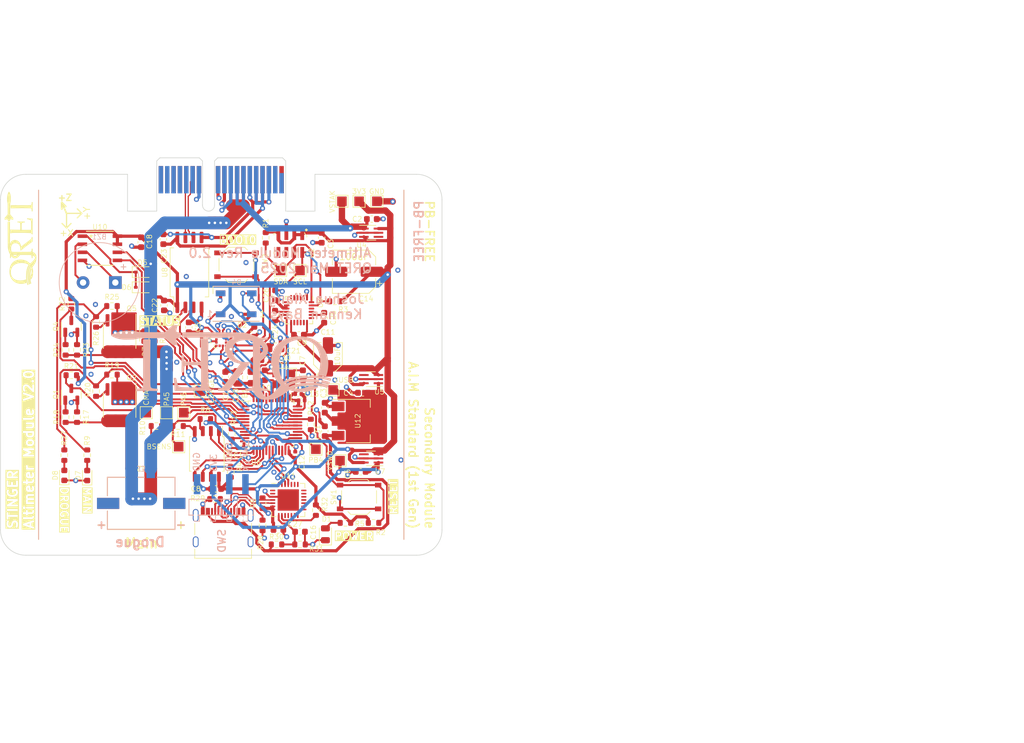
<source format=kicad_pcb>
(kicad_pcb (version 20221018) (generator pcbnew)
  (title_block (title "QRET 23-24 SRAD Altimeter Module") (date "2024-03-13") (company "Queen's Rocket Engineering Team") (comment 1 "Contributors: Joshua Xiang, Kennan Bays"))
  (layers (0 "F.Cu" signal) (1 "In1.Cu" power) (2 "In2.Cu" power) (31 "B.Cu" signal) (34 "B.Paste" user) (35 "F.Paste" user) (36 "B.SilkS" user "B.Silkscreen") (37 "F.SilkS" user "F.Silkscreen") (38 "B.Mask" user) (39 "F.Mask" user) (44 "Edge.Cuts" user))
  (net 0 "")
  (net 1 "GND")
  (net 2 "V_PSU")
  (net 3 "+5V")
  (net 4 "+BATT")
  (net 8 "DB_LED")
  (net 19 "Net-(BZ1--)")
  (net 20 "Net-(BZ1-+)")
  (net 21 "Net-(U11-VBUS)")
  (net 22 "V_REGUSB")
  (net 23 "V_SWD")
  (net 24 "OSC_IN")
  (net 25 "OSC_OUT")
  (net 26 "+3.3VA")
  (net 27 "Net-(U9-REGOUT)")
  (net 28 "Net-(U9-CPOUT)")
  (net 29 "STM_RESET")
  (net 30 "5V_RAW")
  (net 31 "Net-(D1-A)")
  (net 32 "Net-(D2-DOUT)")
  (net 33 "RGB_DATA")
  (net 34 "Net-(D3-A)")
  (net 36 "Net-(D7-A)")
  (net 37 "Net-(D8-A)")
  (net 38 "Net-(J2-Pad2)")
  (net 39 "Net-(J3-Pad2)")
  (net 40 "USB_D-")
  (net 41 "USB_D+")
  (net 42 "SWDIO")
  (net 43 "SWCLK")
  (net 44 "Net-(Q1-G)")
  (net 45 "CONTINUITY_MAIN")
  (net 46 "Net-(Q2-G)")
  (net 47 "Net-(D5-K)")
  (net 48 "Net-(Q4-G)")
  (net 49 "CONTINUITY_DRGE")
  (net 50 "Net-(Q5-G)")
  (net 51 "SDA")
  (net 52 "SCL")
  (net 53 "RESET_FL")
  (net 54 "Net-(U3-IO2)")
  (net 55 "FIRE_MAIN")
  (net 56 "BATT_SENSE")
  (net 57 "BOOT0")
  (net 58 "BOOT1")
  (net 59 "Net-(U11-~{RST})")
  (net 60 "FIRE_DRGE")
  (net 61 "Net-(U6-PA5)")
  (net 62 "Net-(U6-PA6)")
  (net 64 "ACCEL_INT1")
  (net 65 "ACCEL_INT2")
  (net 69 "CS_FL")
  (net 70 "MISO_FL")
  (net 71 "MOSI_FL")
  (net 72 "SCK_FL")
  (net 79 "GYRO_INT")
  (net 80 "CAN_RX")
  (net 81 "CAN_TX")
  (net 96 "USB_RX")
  (net 98 "Net-(J4-CC1)")
  (net 100 "Net-(J4-CC2)")
  (net 103 "GND2")
  (net 104 "CAN_L")
  (net 105 "CAN_H")
  (net 106 "USB_TX")
  (net 108 "BUZZER_B")
  (net 109 "BUZZER_A")
  (net 129 "+3.3V")
  (net 130 "Net-(U6-PB4)")
  (footprint "LED_SMD:LED_WS2812B_PLCC4_5.0x5.0mm_P3.2mm" (layer "F.Cu") (at 148.65 77.85 180)
    (fp_text reference "D2")
    (fp_text value "WS2812B")
  )
  (footprint "Package_SO:SOIC-8_3.9x4.9mm_P1.27mm" (layer "F.Cu") (at 130.305 82.925 -90)
    (fp_text reference "Q5")
    (fp_text value "AO4406A")
  )
  (footprint "Capacitor_SMD:C_0603_1608Metric" (layer "F.Cu") (at 155.3 113.45 180)
    (fp_text reference "C27")
    (fp_text value "10uF")
  )
  (footprint "footprints:USB_C_DB-108PWB" (layer "F.Cu") (at 146.6 113.1)
    (fp_text reference "J4" hide)
    (fp_text value "USB_C_Female_USB2_Small")
  )
  (footprint "footprints:SOP-8_TPK" (layer "F.Cu") (at 127.2 69.1)
    (fp_text reference "U10")
    (fp_text value "TPM8837C-SO1R")
  )
  (footprint "Capacitor_SMD:C_0603_1608Metric" (layer "F.Cu") (at 154.8 76.5 90)
    (fp_text reference "C26")
    (fp_text value "10nF")
  )
  (footprint "Resistor_SMD:R_0603_1608Metric" (layer "F.Cu") (at 129.1 78.2)
    (fp_text reference "R25")
    (fp_text value "10k")
  )
  (footprint "Capacitor_SMD:C_0805_2012Metric" (layer "F.Cu") (at 154.8 84.75)
    (fp_text reference "C21")
    (fp_text value "1uF")
  )
  (footprint "Package_TO_SOT_SMD:SOT-223-3_TabPin2" (layer "F.Cu") (at 167.85 96.3125)
    (fp_text reference "U12")
    (fp_text value "AMS1117-3.3")
  )
  (footprint "Resistor_SMD:R_0603_1608Metric" (layer "F.Cu") (at 122.7 77.85 90)
    (fp_text reference "R22")
    (fp_text value "100k")
  )
  (footprint "Button_Switch_SMD:SW_Push_1P1T_XKB_TS-1187A" (layer "F.Cu") (at 148.7 71.7 180)
    (fp_text reference "SW2")
    (fp_text value "SW_STM_BOOT_MODE")
  )
  (footprint "Resistor_SMD:R_0603_1608Metric" (layer "F.Cu") (at 160.4 96.85 90)
    (fp_text reference "R12")
    (fp_text value "100k")
  )
  (footprint "Capacitor_SMD:CP_Elec_6.3x5.9" (layer "F.Cu") (at 167.2 72.8 180)
    (fp_text reference "C14")
    (fp_text value "100uF")
  )
  (footprint "Capacitor_SMD:C_0402_1005Metric" (layer "F.Cu") (at 158.43 92.0625)
    (fp_text reference "C15")
    (fp_text value "100n")
  )
  (footprint "Resistor_SMD:R_0603_1608Metric" (layer "F.Cu") (at 129.1 89)
    (fp_text reference "R19")
    (fp_text value "10k")
  )
  (footprint "Resistor_SMD:R_0603_1608Metric" (layer "F.Cu") (at 123.6 95.7 -90)
    (fp_text reference "R17")
    (fp_text value "100k")
  )
  (footprint "Resistor_SMD:R_0603_1608Metric" (layer "F.Cu") (at 158.7 115.75 180)
    (fp_text reference "R31")
    (fp_text value "47k")
  )
  (footprint "Capacitor_SMD:C_0603_1608Metric" (layer "F.Cu") (at 137.195 67.675 -90)
    (fp_text reference "C23")
    (fp_text value "0.1u")
  )
  (footprint "Package_LGA:LGA-12_2x2mm_P0.5mm" (layer "F.Cu") (at 146.299999 83.7 180)
    (fp_text reference "U1")
    (fp_text value "QMA6100P")
  )
  (footprint "Resistor_SMD:R_0603_1608Metric" (layer "F.Cu") (at 121.8 95.7 90)
    (fp_text reference "R18")
    (fp_text value "510R")
  )
  (footprint "Capacitor_SMD:C_0805_2012Metric" (layer "F.Cu") (at 148.94 89.4375 90)
    (fp_text reference "C20")
    (fp_text value "1uF")
  )
  (footprint "Resistor_SMD:R_0603_1608Metric" (layer "F.Cu") (at 122.7 89.1)
    (fp_text reference "R21")
    (fp_text value "100k")
  )
  (footprint "TestPoint:TestPoint_Pad_1.5x1.5mm" (layer "F.Cu") (at 163.9 91.4125)
    (fp_text reference "TP6" hide)
    (fp_text value "VUSB")
  )
  (footprint "Capacitor_SMD:C_0603_1608Metric" (layer "F.Cu") (at 168.25 104.3 180)
    (fp_text reference "C6")
    (fp_text value "1uF")
  )
  (footprint "Resistor_SMD:R_0603_1608Metric" (layer "F.Cu") (at 165.85 112.35)
    (fp_text reference "R5")
    (fp_text value "3.3k")
  )
  (footprint "footprints:CONN_2-1445057-2_TYCO" (layer "F.Cu") (at 135.2 103.8 180)
    (fp_text reference "J2")
    (fp_text value "Main E-Match")
  )
  (footprint "LED_SMD:LED_0805_2012Metric" (layer "F.Cu") (at 162.7 114.15 90)
    (fp_text reference "D1")
    (fp_text value "PWR_LED (GRN)")
  )
  (footprint "Resistor_SMD:R_0603_1608Metric" (layer "F.Cu") (at 164.2 77.45 180)
    (fp_text reference "R3")
    (fp_text value "4.7k")
  )
  (footprint "Resistor_SMD:R_0603_1608Metric" (layer "F.Cu") (at 139.5 97.1)
    (fp_text reference "R11")
    (fp_text value "10k")
  )
  (footprint "Resistor_SMD:R_0603_1608Metric" (layer "F.Cu") (at 155 115.75 180)
    (fp_text reference "R30")
    (fp_text value "22k")
  )
  (footprint "Resistor_SMD:R_0603_1608Metric" (layer "F.Cu") (at 152.8 109.25 90)
    (fp_text reference "R8")
    (fp_text value "1.5k")
  )
  (footprint "Package_SO:SOIC-8_3.9x4.9mm_P1.27mm" (layer "F.Cu") (at 130.3 93.8 -90)
    (fp_text reference "Q2")
    (fp_text value "AO4406A")
  )
  (footprint "TestPoint:TestPoint_Pad_1.5x1.5mm" (layer "F.Cu") (at 170.8 61.7)
    (fp_text reference "TP3" hide)
    (fp_text value "GND")
  )
  (footprint "Capacitor_SMD:C_0603_1608Metric" (layer "F.Cu") (at 153.15 89.1 90)
    (fp_text reference "C10")
    (fp_text value "10p")
  )
  (footprint "footprints:MS5607_Handsolder" (layer "F.Cu") (at 157.175 68.35 -90)
    (fp_text reference "U2")
    (fp_text value "MS560702BA03-50")
  )
  (footprint "Resistor_SMD:R_0603_1608Metric" (layer "F.Cu") (at 170.274999 112.35 180)
    (fp_text reference "R2")
    (fp_text value "10k")
  )
  (footprint "Resistor_SMD:R_0603_1608Metric" (layer "F.Cu") (at 126.6 80.7 -90)
    (fp_text reference "R26")
    (fp_text value "510R")
  )
  (footprint "Resistor_SMD:R_0603_1608Metric" (layer "F.Cu") (at 126.6 91.6 -90)
    (fp_text reference "R20")
    (fp_text value "510R")
  )
  (footprint "Package_QFP:LQFP-48_7x7mm_P0.5mm" (layer "F.Cu") (at 154.15 96.7625 -90)
    (fp_text reference "U6")
    (fp_text value "STM32F103CBT6")
  )
  (footprint "Package_DFN_QFN:QFN-28-1EP_5x5mm_P0.5mm_EP3.35x3.35mm" (layer "F.Cu") (at 156.85 108.75)
    (fp_text reference "U11")
    (fp_text value "CP2102N-Axx-xQFN28")
  )
  (footprint "Resistor_SMD:R_0603_1608Metric" (layer "F.Cu") (at 161.2 110.35 90)
    (fp_text reference "R32")
    (fp_text value "1k")
  )
  (footprint "Resistor_SMD:R_0805_2012Metric" (layer "F.Cu") (at 151.15 89.45 90)
    (fp_text reference "FB1")
    (fp_text value "100R")
  )
  (footprint "Capacitor_SMD:C_0603_1608Metric" (layer "F.Cu") (at 162.5 80.04 -90)
    (fp_text reference "C25")
    (fp_text value "2.2nF")
  )
  (footprint "Capacitor_SMD:C_0603_1608Metric" (layer "F.Cu") (at 154.775 79.7 -90)
    (fp_text reference "C24")
    (fp_text value "100nF")
  )
  (footprint "Resistor_SMD:R_0603_1608Metric" (layer "F.Cu") (at 136.1 97.1)
    (fp_text reference "R10")
    (fp_text value "30k")
  )
  (footprint "Resistor_SMD:R_0603_1608Metric" (layer "F.Cu") (at 153.3 67.45 90)
    (fp_text reference "R1")
    (fp_text value "4.7k")
  )
  (footprint "TestPoint:TestPoint_Pad_1.5x1.5mm" (layer "F.Cu") (at 168 61.7)
    (fp_text reference "TP4" hide)
    (fp_text value "3V3")
  )
  (footprint "Resistor_SMD:R_0603_1608Metric" (layer "F.Cu") (at 121.8 85.1 90)
    (fp_text reference "R24")
    (fp_text value "510R")
  )
  (footprint "Capacitor_SMD:C_0603_1608Metric" (layer "F.Cu") (at 145.5 107 180)
    (fp_text reference "C8")
    (fp_text value "100nF")
  )
  (footprint "Capacitor_SMD:C_0603_1608Metric" (layer "F.Cu") (at 158.525 82.74)
    (fp_text reference "C9")
    (fp_text value "100nF")
  )
  (footprint "Connector_PCBEdge:BUS_PCIexpress_x1" (layer "F.Cu") (at 155.8 58.3 180)
    (fp_text reference "J1" hide)
    (fp_text value "Stack Male Edge Connector" hide)
    (fp_line (start -0.65 -4.95) (end -0.65 2.95) (stroke (width 0.1)) (layer "Edge.Cuts"))
    (fp_line (start -0.65 2.95) (end -0.15 3.45) (stroke (width 0.1)) (layer "Edge.Cuts"))
    (fp_line (start -0.15 3.45) (end 10.05 3.45) (stroke (width 0.1)) (layer "Edge.Cuts"))
    (fp_line (start 10.55 -4) (end 10.55 2.95) (stroke (width 0.1)) (layer "Edge.Cuts"))
    (fp_line (start 10.55 2.95) (end 10.05 3.45) (stroke (width 0.1)) (layer "Edge.Cuts"))
    (fp_line (start 12.45 -4) (end 12.45 2.95) (stroke (width 0.1)) (layer "Edge.Cuts"))
    (fp_line (start 12.45 2.95) (end 12.95 3.45) (stroke (width 0.1)) (layer "Edge.Cuts"))
    (fp_line (start 12.95 3.45) (end 19.15 3.45) (stroke (width 0.1)) (layer "Edge.Cuts"))
    (fp_line (start 19.65 -4.95) (end 19.65 2.95) (stroke (width 0.1)) (layer "Edge.Cuts"))
    (fp_line (start 19.65 2.95) (end 19.15 3.45) (stroke (width 0.1)) (layer "Edge.Cuts"))
    (fp_arc (start 10.55 -4) (mid 11.5 -4.95) (end 12.45 -4) (stroke (width 0.1)) (layer "Edge.Cuts"))
  )
  (footprint "LMR66100:SC-70-6_Handsoldering" (layer "F.Cu") (at 169.9 89.7125 180)
    (fp_text reference "U5")
    (fp_text value "LM66100DCKR")
  )
  (footprint "Resistor_SMD:R_0603_1608Metric" (layer "F.Cu") (at 121.6 101.6875 -90)
    (fp_text reference "R27")
    (fp_text value "510R")
  )
  (footprint "Capacitor_SMD:C_0603_1608Metric" (layer "F.Cu") (at 162.6 94.2125 90)
    (fp_text reference "C32")
    (fp_text value "10uF")
  )
  (footprint "Capacitor_SMD:C_0603_1608Metric" (layer "F.Cu") (at 168.6 91.8625 180)
    (fp_text reference "C4")
    (fp_text value "1uF")
  )
  (footprint "Crystal:Crystal_SMD_3225-4Pin_3.2x2.5mm" (layer "F.Cu") (at 156.15 89.6625 180)
    (fp_text reference "Y1")
    (fp_text value "X322516MMB4SI")
  )
  (footprint "LED_SMD:LED_0603_1608Metric" (layer "F.Cu") (at 121.6 104.875 90)
    (fp_text reference "D8")
    (fp_text value "FIRE_DRGE (RED)")
  )
  (footprint "Resistor_SMD:R_0603_1608Metric" (layer "F.Cu") (at 125.2 101.6875 -90)
    (fp_text reference "R9")
    (fp_text value "510R")
  )
  (footprint "TestPoint:TestPoint_Pad_1.5x1.5mm" (layer "F.Cu") (at 165.3 61.7)
    (fp_text reference "TP5" hide)
    (fp_text value "VSTAK")
  )
  (footprint "Capacitor_SMD:C_0603_1608Metric" (layer "F.Cu") (at 141.2 81.55 -90)
    (fp_text reference "C5")
    (fp_text value "100nF")
  )
  (footprint "LMR66100:SC-70-6_Handsoldering" (layer "F.Cu") (at 169.9 102.2 180)
    (fp_text reference "U7")
    (fp_text value "LM66100DCKR")
  )
  (footprint "Capacitor_SMD:C_0603_1608Metric" (layer "F.Cu") (at 153.4 86.7 180)
    (fp_text reference "C30")
    (fp_text value "100nF")
  )
  (footprint "Capacitor_SMD:C_0603_1608Metric" (layer "F.Cu") (at 159.15 89.1 -90)
    (fp_text reference "C7")
    (fp_text value "10p")
  )
  (footprint "TestPoint:TestPoint_Pad_1.5x1.5mm" (layer "F.Cu") (at 161.2 100.75 -90)
    (fp_text reference "TP15" hide)
    (fp_text value "PB4")
  )
  (footprint "Resistor_SMD:R_0603_1608Metric" (layer "F.Cu") (at 145.324999 108.6 180)
    (fp_text reference "R29")
    (fp_text value "5.1k")
  )
  (footprint "Capacitor_SMD:C_0603_1608Metric" (layer "F.Cu") (at 162.1 67.45 -90)
    (fp_text reference "C3")
    (fp_text value "100nF")
  )
  (footprint "LMR66100:SC-70-6_Handsoldering" (layer "F.Cu") (at 169.9 66.65)
    (fp_text reference "U4")
    (fp_text value "LM66100DCKR")
  )
  (footprint "TestPoint:TestPoint_Pad_1.5x1.5mm" (layer "F.Cu") (at 143 91.6 90)
    (fp_text reference "TP12" hide)
    (fp_text value "CDRGE")
  )
  (footprint "Capacitor_SMD:C_0603_1608Metric" (layer "F.Cu") (at 151.5 82.25 -90)
    (fp_text reference "C1")
    (fp_text value "100nF")
  )
  (footprint "Button_Switch_SMD:SW_Push_1P1T_XKB_TS-1187A" (layer "F.Cu") (at 168 108.275 180)
    (fp_text reference "SW1")
    (fp_text value "SW_STM_RESET")
  )
  (footprint "LED_SMD:LED_0603_1608Metric" (layer "F.Cu") (at 125.200002 104.899999 90)
    (fp_text reference "D7")
    (fp_text value "FIRE_MAIN (RED)")
  )
  (footprint "Resistor_SMD:R_0603_1608Metric" (layer "F.Cu") (at 152.8 112.75 -90)
    (fp_text reference "R28")
    (fp_text value "5.1k")
  )
  (footprint "TestPoint:TestPoint_Pad_1.5x1.5mm" (layer "F.Cu") (at 155.65 72.6)
    (fp_text reference "TP9" hide)
    (fp_text value "SDA")
  )
  (footprint "Diode_SMD:D_SOD-323" (layer "F.Cu") (at 133.9 75.25)
    (fp_text reference "D6")
    (fp_text value "1N5819WS")
  )
  (footprint "TestPoint:TestPoint_Pad_1.5x1.5mm" (layer "F.Cu") (at 140.4 95 -90)
    (fp_text reference "TP14" hide)
    (fp_text value "PA6")
  )
  (footprint "Resistor_SMD:R_0603_1608Metric" (layer "F.Cu") (at 123.6 85.1 -90)
    (fp_text reference "R23")
    (fp_text value "100k")
  )
  (footprint "Package_SO:SOIC-8_5.23x5.23mm_P1.27mm" (layer "F.Cu") (at 144.035 101.5 -90)
    (fp_text reference "U3")
    (fp_text value "W25Q128JVS")
  )
  (footprint "Capacitor_SMD:C_0603_1608Metric" (layer "F.Cu") (at 133.7 68.15 -90)
    (fp_text reference "C18")
    (fp_text value "100nF")
  )
  (footprint "Capacitor_SMD:C_0603_1608Metric" (layer "F.Cu") (at 137.295001 78.1 90)
    (fp_text reference "C22")
    (fp_text value "0.1u")
  )
  (footprint "Capacitor_SMD:CP_Elec_4x5.4" (layer "F.Cu") (at 163.1 86.2125 90)
    (fp_text reference "C11")
    (fp_text value "10uF")
  )
  (footprint "Resistor_SMD:R_0603_1608Metric" (layer "F.Cu") (at 143.8 96)
    (fp_text reference "R6")
    (fp_text value "10k")
  )
  (footprint "TestPoint:TestPoint_Pad_1.5x1.5mm" (layer "F.Cu") (at 165 102.55)
    (fp_text reference "TP7" hide)
    (fp_text value "VSWD")
  )
  (footprint "Resistor_SMD:R_0603_1608Metric" (layer "F.Cu") (at 147.8 104.35 -90)
    (fp_text reference "R4")
    (fp_text value "10k")
  )
  (footprint "TestPoint:TestPoint_Pad_1.5x1.5mm" (layer "F.Cu") (at 137.7 95 -90)
    (fp_text reference "TP13" hide)
    (fp_text value "PA5")
  )
  (footprint "TestPoint:TestPoint_Pad_1.5x1.5mm" (layer "F.Cu") (at 139.6 100.35)
    (fp_text reference "TP1" hide)
    (fp_text value "BSENS")
  )
  (footprint "LED_SMD:LED_0603_1608Metric" (layer "F.Cu") (at 134.2 82.95 -90)
    (fp_text reference "D3")
    (fp_text value "DB_LED (YLW)")
  )
  (footprint "Resistor_SMD:R_0603_1608Metric" (layer "F.Cu") (at 147.95 98.3625 90)
    (fp_text reference "R13")
    (fp_text value "100k")
  )
  (footprint "Capacitor_SMD:C_0603_1608Metric" (layer "F.Cu") (at 158.7 113.75 180)
    (fp_text reference "C16")
    (fp_text value "1uF")
  )
  (footprint "ISO1042:SOIC-8 ISO1042BDWV" (layer "F.Cu") (at 141.295001 72.9 90)
    (fp_text reference "U8")
    (fp_text value "ISO1042BDWVR")
  )
  (footprint "Capacitor_SMD:C_0603_1608Metric" (layer "F.Cu") (at 162.6 97.9125 90)
    (fp_text reference "C31")
    (fp_text value "10uF")
  )
  (footprint "Capacitor_SMD:C_0603_1608Metric" (layer "F.Cu") (at 170 64.5)
    (fp_text reference "C2")
    (fp_text value "1uF")
  )
  (footprint "Package_TO_SOT_SMD:SOT-23" (layer "F.Cu") (at 122.7 81.4 90)
    (fp_text reference "Q4")
    (fp_text value "AO3400A")
  )
  (footprint "Resistor_SMD:R_0603_1608Metric" (layer "F.Cu") (at 135.8 82.9 90)
    (fp_text reference "R7")
    (fp_text value "680R")
  )
  (footprint "TestPoint:TestPoint_Pad_1.5x1.5mm" (layer "F.Cu") (at 134.5 95 90)
    (fp_text reference "TP11" hide)
    (fp_text value "CMAIN")
  )
  (footprint "Diode_SMD:D_SOD-323" (layer "F.Cu") (at 133.9 72.85)
    (fp_text reference "D5")
    (fp_text value "1N5819WS")
  )
  (footprint "Package_TO_SOT_SMD:SOT-23" (layer "F.Cu") (at 122.7 92.1 90)
    (fp_text reference "Q1")
    (fp_text value "AO3400A")
  )
  (footprint "Sensor_Motion:InvenSense_QFN-24_4x4mm_P0.5mm" (layer "F.Cu") (at 158.55 78.85 -90)
    (fp_text reference "U9")
    (fp_text value "MPU-6050")
  )
  (footprint "Capacitor_SMD:C_0402_1005Metric" (layer "F.Cu") (at 149.35 100.5625 180)
    (fp_text reference "C17")
    (fp_text value "100n")
  )
  (footprint "TestPoint:TestPoint_Pad_1.5x1.5mm" (layer "F.Cu") (at 158.7 72.6)
    (fp_text reference "TP10" hide)
    (fp_text value "SCL")
  )
  (footprint "Capacitor_SMD:C_0603_1608Metric" (layer "F.Cu") (at 146.95 89.3625 90)
    (fp_text reference "C19")
    (fp_text value "10n")
  )
  (footprint "Capacitor_SMD:C_0402_1005Metric" (layer "F.Cu") (at 157.95 101.62 90)
    (fp_text reference "C12")
    (fp_text value "100n")
  )
  (footprint "Capacitor_SMD:C_0402_1005Metric" (layer "F.Cu") (at 158.95 93.0625)
    (fp_text reference "C13")
    (fp_text value "100n")
  )
  (footprint "SWD_Header:SWD_PinHeader_1x04_P2.54mm_Horizontal_SMD" (layer "B.Cu") (at 142.49 106.28 -90)
    (fp_text reference "J5" hide)
    (fp_text value "SWD_01x04_Pin")
  )
  (footprint "footprints:CONN_2-1445057-2_TYCO" (layer "B.Cu") (at 132.2 103.8)
    (fp_text reference "J3")
    (fp_text value "Drogue E-Match")
  )
  (footprint "LED_SMD:LED_WS2812B_PLCC4_5.0x5.0mm_P3.2mm" (layer "B.Cu") (at 148.65 77.85)
    (fp_text reference "D4")
    (fp_text value "WS2812B")
  )
  (footprint "footprints:Buzzer_12.6x9.5RM5.0" (layer "B.Cu") (at 130.9 74.5 180)
    (fp_text reference "BZ1")
    (fp_text value "PS1240P02BT")
  )
  (gr_poly (pts (xy 134.215817 83.439983) (xy 134.192771 83.440104) (xy 134.171681 83.440299) (xy 134.152454 83.440576) (xy 134.134987 83.440939) (xy 134.119183 83.441392) (xy 134.10494 83.441938) (xy 134.092162 83.442584) (xy 134.080746 83.443333) (xy 134.070599 83.44419) (xy 134.061615 83.445163) (xy 134.053697 83.446251) (xy 134.046748 83.447462) (xy 134.040668 83.448801) (xy 134.037921 83.44952) (xy 134.035355 83.45027) (xy 134.032955 83.451056) (xy 134.03071 83.451879) (xy 134.02861 83.452734) (xy 134.026639 83.453626) (xy 134.024787 83.454554) (xy 134.02304 83.455522) (xy 134.019811 83.457565) (xy 134.016855 83.459765) (xy 134.014073 83.462123) (xy 134.011365 83.464646) (xy 134.008633 83.467336) (xy 133.998868 83.478528) (xy 133.994949 83.485532) (xy 133.991631 83.494677) (xy 133.988886 83.506866) (xy 133.986679 83.523) (xy 133.983761 83.570701) (xy 133.98263 83.644994) (xy 133.983034 83.753088) (xy 133.987464 84.099516) (xy 134.003339 87.717782) (xy 133.995933 90.515838) (xy 133.991201 90.588023) (xy 133.98593 90.653989) (xy 133.980011 90.714059) (xy 133.973333 90.76856) (xy 133.969675 90.793822) (xy 133.965784 90.817818) (xy 133.961653 90.840584) (xy 133.957262 90.862162) (xy 133.952598 90.882591) (xy 133.947651 90.901916) (xy 133.942402 90.920174) (xy 133.936843 90.937407) (xy 133.930954 90.953657) (xy 133.924726 90.968962) (xy 133.918145 90.983367) (xy 133.911196 90.996911) (xy 133.903868 91.009634) (xy 133.896141 91.021575) (xy 133.888006 91.032779) (xy 133.879451 91.043285) (xy 133.870456 91.053134) (xy 133.861015 91.062366) (xy 133.851109 91.07102) (xy 133.840724 91.07914) (xy 133.829851 91.086769) (xy 133.818471 91.093942) (xy 133.806573 91.100702) (xy 133.794147 91.107093) (xy 133.767406 91.118978) (xy 133.737066 91.130281) (xy 133.703328 91.140974) (xy 133.666395 91.151036) (xy 133.626468 91.160444) (xy 133.583751 91.169179) (xy 133.490755 91.184528) (xy 133.389027 91.1969) (xy 133.280191 91.206113) (xy 133.165863 91.211987) (xy 133.047666 91.214337) (xy 133.026771 91.214391) (xy 133.007909 91.214573) (xy 132.990929 91.214905) (xy 132.975677 91.215418) (xy 132.962004 91.216136) (xy 132.949761 91.217091) (xy 132.938796 91.218303) (xy 132.928956 91.219805) (xy 132.92441 91.220673) (xy 132.920092 91.221622) (xy 132.915978 91.222655) (xy 132.912052 91.223776) (xy 132.908295 91.224993) (xy 132.904688 91.226303) (xy 132.901212 91.227711) (xy 132.897846 91.22922) (xy 132.894572 91.230837) (xy 132.891375 91.232561) (xy 132.888233 91.234398) (xy 132.885125 91.23635) (xy 132.878947 91.240615) (xy 132.872687 91.245382) (xy 132.860124 91.255509) (xy 132.855061 91.260209) (xy 132.850751 91.265006) (xy 132.847142 91.27015) (xy 132.844189 91.275894) (xy 132.841843 91.282486) (xy 132.840057 91.290185) (xy 132.838784 91.299239) (xy 132.837975 91.309903) (xy 132.837585 91.322424) (xy 132.837564 91.337061) (xy 132.838444 91.373678) (xy 132.840231 91.421771) (xy 132.841031 91.444387) (xy 132.841866 91.464714) (xy 132.842772 91.48291) (xy 132.843782 91.49914) (xy 132.844934 91.513556) (xy 132.846261 91.526325) (xy 132.847002 91.532137) (xy 132.847799 91.537596) (xy 132.848656 91.542723) (xy 132.849584 91.547537) (xy 132.850579 91.552057) (xy 132.851647 91.556301) (xy 132.852797 91.560295) (xy 132.854029 91.564054) (xy 132.855349 91.567599) (xy 132.856762 91.570948) (xy 132.85827 91.574125) (xy 132.859879 91.577148) (xy 132.861595 91.580036) (xy 132.863422 91.58281) (xy 132.86536 91.585486) (xy 132.867418 91.588091) (xy 132.869599 91.590641) (xy 132.871907 91.593156) (xy 132.876924 91.598161) (xy 132.882221 91.603386) (xy 132.887094 91.607968) (xy 132.891684 91.611916) (xy 132.896128 91.615248) (xy 132.900561 91.617975) (xy 132.905124 91.620113) (xy 132.909959 91.621676) (xy 132.915199 91.622678) (xy 132.920985 91.623136) (xy 132.927454 91.623061) (xy 132.934747 91.62247) (xy 132.943001 91.621376) (xy 132.952357 91.619797) (xy 132.962947 91.617743) (xy 132.988398 91.612272) (xy 133.099396 91.601128) (xy 133.309381 91.590332) (xy 133.916909 91.572231) (xy 134.592173 91.56286) (xy 134.886824 91.562978) (xy 135.116353 91.567115) (xy 135.51958 91.577699) (xy 135.723573 91.581801) (xy 135.895287 91.58405) (xy 136.036212 91.586016) (xy 136.092398 91.586423) (xy 136.140028 91.586034) (xy 136.179817 91.584534) (xy 136.196998 91.583274) (xy 136.212489 91.581618) (xy 136.22638 91.579531) (xy 136.238761 91.576971) (xy 136.249722 91.573905) (xy 136.259354 91.570291) (xy 136.267744 91.56609) (xy 136.274985 91.56126) (xy 136.281166 91.555768) (xy 136.286374 91.549571) (xy 136.290701 91.542633) (xy 136.294241 91.534912) (xy 136.297078 91.526373) (xy 136.299305 91.516977) (xy 136.301011 91.506683) (xy 136.302288 91.495453) (xy 136.303903 91.470029) (xy 136.305919 91.406248) (xy 136.306874 91.384955) (xy 136.30761 91.365937) (xy 136.308102 91.349031) (xy 136.308324 91.334062) (xy 136.30826 91.32086) (xy 136.308111 91.314874) (xy 136.307882 91.309264) (xy 136.307568 91.304009) (xy 136.307168 91.299094) (xy 136.306681 91.294492) (xy 136.306099 91.290184) (xy 136.305421 91.286149) (xy 136.304647 91.282367) (xy 136.303774 91.278816) (xy 136.302796 91.275472) (xy 136.301707 91.272317) (xy 136.300515 91.269332) (xy 136.299208 91.266487) (xy 136.297786 91.26377) (xy 136.296246 91.261157) (xy 136.294587 91.258624) (xy 136.292804 91.256152) (xy 136.290891 91.253722) (xy 136.288855 91.25131) (xy 136.286683 91.248894) (xy 136.281933 91.243972) (xy 136.277436 91.239684) (xy 136.272877 91.235812) (xy 136.268162 91.232329) (xy 136.263192 91.229221) (xy 136.257875 91.226467) (xy 136.252119 91.224051) (xy 136.245823 91.221955) (xy 136.238894 91.22016) (xy 136.231238 91.218642) (xy 136.22276 91.217388) (xy 136.213363 91.216378) (xy 136.202956 91.215595) (xy 136.191436 91.215017) (xy 136.178718 91.214627) (xy 136.14929 91.214337) (xy 136.085674 91.2132) (xy 136.011574 91.209995) (xy 135.93066 91.205035) (xy 135.846605 91.19864) (xy 135.76308 91.191116) (xy 135.683754 91.182787) (xy 135.6123 91.173959) (xy 135.55239 91.16495) (xy 135.513745 91.157312) (xy 135.477652 91.148641) (xy 135.44402 91.138858) (xy 135.412755 91.127886) (xy 135.39798 91.121929) (xy 135.383764 91.115649) (xy 135.370091 91.10903) (xy 135.356951 91.102067) (xy 135.344335 91.094753) (xy 135.332229 91.087072) (xy 135.320621 91.079019) (xy 135.3095 91.070579) (xy 135.298856 91.06175) (xy 135.288674 91.052518) (xy 135.278945 91.042873) (xy 135.269657 91.032808) (xy 135.260795 91.022314) (xy 135.252354 91.011377) (xy 135.244317 90.999989) (xy 135.236674 90.988141) (xy 135.229414 90.975825) (xy 135.222524 90.963031) (xy 135.215993 90.949747) (xy 135.20981 90.935965) (xy 135.198442 90.906872) (xy 135.188322 90.875673) (xy 135.177176 90.816424) (xy 135.167134 90.721045) (xy 135.158381 90.594014) (xy 135.151105 90.439814) (xy 135.145478 90.262926) (xy 135.141689 90.067833) (xy 135.140342 89.640949) (xy 135.140696 89.397995) (xy 135.137875 89.08162) (xy 135.132406 88.732701) (xy 135.124822 88.392116) (xy 135.115233 87.979189) (xy 135.111594 87.65728) (xy 135.113513 87.372941) (xy 135.120587 87.072726) (xy 135.127402 86.810569) (xy 135.132759 86.493112) (xy 135.136264 86.160311) (xy 135.137521 85.852115) (xy 135.142285 85.12257) (xy 135.154456 84.329525) (xy 135.159989 84.05524) (xy 135.16212 83.943911) (xy 135.163804 83.848162) (xy 135.164475 83.805744) (xy 135.165024 83.766763) (xy 135.165457 83.731065) (xy 135.165768 83.698496) (xy 135.165951 83.668903) (xy 135.166011 83.642132) (xy 135.165943 83.618035) (xy 135.165746 83.596455) (xy 135.165414 83.577238) (xy 135.164946 83.560235) (xy 135.164345 83.545287) (xy 135.163605 83.532249) (xy 135.163182 83.526395) (xy 135.162725 83.52096) (xy 135.162231 83.515928) (xy 135.1617 83.511275) (xy 135.161136 83.506983) (xy 135.160532 83.503035) (xy 135.159893 83.499409) (xy 135.159218 83.49609) (xy 135.158505 83.493053) (xy 135.157755 83.490284) (xy 135.156965 83.48776) (xy 135.156139 83.485468) (xy 135.155276 83.483381) (xy 135.154371 83.481484) (xy 135.15343 83.47976) (xy 135.15245 83.478187) (xy 135.151428 83.476742) (xy 135.150368 83.475415) (xy 135.14927 83.474179) (xy 135.148128 83.47302) (xy 135.14573 83.470848) (xy 135.143168 83.468749) (xy 135.137774 83.465239) (xy 135.130771 83.4621) (xy 135.109896 83.456821) (xy 135.076415 83.452699) (xy 135.02622 83.449521) (xy 134.955188 83.447074) (xy 134.859203 83.445136) (xy 134.575897 83.441937) (xy 134.400811 83.440598) (xy 134.329587 83.440172) (xy 134.268188 83.439953)) (fill solid) (layer "B.SilkS"))
  (gr_poly (pts (xy 138.978283 81.209751) (xy 138.913853 81.210309) (xy 138.854484 81.211198) (xy 138.80165 81.212383) (xy 138.756816 81.213831) (xy 138.721459 81.215514) (xy 138.697048 81.217393) (xy 138.689407 81.218396) (xy 138.685054 81.219439) (xy 138.668278 81.231514) (xy 138.629163 81.263117) (xy 138.494025 81.376246) (xy 138.299888 81.541502) (xy 138.066991 81.741548) (xy 137.831599 81.943932) (xy 137.630603 82.113906) (xy 137.549616 82.181239) (xy 137.485169 82.233874) (xy 137.439903 82.269604) (xy 137.42529 82.280443) (xy 137.416467 82.286238) (xy 137.360022 82.317282) (xy 135.462077 82.313048) (xy 134.687377 82.3108) (xy 134.061903 82.306699) (xy 133.631689 82.301538) (xy 133.504193 82.29881) (xy 133.442776 82.296116) (xy 133.362873 82.283438) (xy 133.236402 82.26031) (xy 133.080827 82.230035) (xy 132.913611 82.195927) (xy 132.505801 82.109848) (xy 131.927245 82.095737) (xy 131.616071 82.08974) (xy 131.500725 82.088693) (xy 131.40425 82.089034) (xy 131.320672 82.090832) (xy 131.244023 82.094149) (xy 131.168334 82.099054) (xy 131.087632 82.105615) (xy 130.863157 82.129722) (xy 130.635107 82.162213) (xy 130.407984 82.20208) (xy 130.186287 82.248315) (xy 129.974509 82.299905) (xy 129.777152 82.355846) (xy 129.685288 82.385129) (xy 129.598713 82.415126) (xy 129.517991 82.445704) (xy 129.443688 82.476737) (xy 129.399313 82.496675) (xy 129.355312 82.517702) (xy 129.312029 82.539584) (xy 129.269812 82.562086) (xy 129.228999 82.584979) (xy 129.189937 82.608028) (xy 129.152964 82.630999) (xy 129.118426 82.653655) (xy 129.086668 82.675767) (xy 129.058031 82.6971) (xy 129.032859 82.717418) (xy 129.011493 82.736492) (xy 129.002343 82.745488) (xy 128.994276 82.754083) (xy 128.987332 82.762255) (xy 128.981555 82.769966) (xy 128.976987 82.777188) (xy 128.973671 82.783897) (xy 128.971649 82.790059) (xy 128.970967 82.79565) (xy 128.97124 82.804105) (xy 128.972166 82.812115) (xy 128.973897 82.819823) (xy 128.976588 82.827376) (xy 128.980398 82.834921) (xy 128.985477 82.842605) (xy 128.991983 82.850574) (xy 129.000071 82.858972) (xy 129.009896 82.867952) (xy 129.021611 82.877655) (xy 129.035371 82.888233) (xy 129.051334 82.899829) (xy 129.090484 82.926663) (xy 129.1403 82.959337) (xy 129.204093 82.999864) (xy 129.268598 83.038409) (xy 129.33399 83.075045) (xy 129.400451 83.10984) (xy 129.468161 83.142869) (xy 129.5373 83.174196) (xy 129.608045 83.203894) (xy 129.680578 83.232036) (xy 129.75508 83.258686) (xy 129.831729 83.28392) (xy 129.910707 83.307807) (xy 129.992192 83.330415) (xy 130.076363 83.351816) (xy 130.163403 83.372082) (xy 130.3468 83.409482) (xy 130.500375 83.436828) (xy 130.641434 83.457856) (xy 130.781003 83.473131) (xy 130.930116 83.483212) (xy 131.0998 83.488664) (xy 131.301085 83.490049) (xy 131.545 83.487925) (xy 131.842578 83.48286) (xy 132.548135 83.470162) (xy 132.933368 83.384082) (xy 133.0913 83.349993) (xy 133.236931 83.319875) (xy 133.354254 83.297167) (xy 133.397294 83.289665) (xy 133.427256 83.285305) (xy 133.609926 83.279263) (xy 134.033503 83.274016) (xy 135.440911 83.266961) (xy 137.345911 83.262726) (xy 137.423522 83.299417) (xy 137.450273 83.31545) (xy 137.491476 83.344614) (xy 137.547296 83.387074) (xy 137.617903 83.442996) (xy 137.804126 83.595882) (xy 138.051464 83.804593) (xy 138.269814 83.990419) (xy 138.458395 84.149257) (xy 138.596971 84.264175) (xy 138.641181 84.299873) (xy 138.6653 84.318237) (xy 138.7288 84.363393) (xy 139.025134 84.370449) (xy 139.079952 84.371617) (xy 139.129248 84.372448) (xy 139.173317 84.372911) (xy 139.212457 84.372964) (xy 139.246969 84.372568) (xy 139.262582 84.372191) (xy 139.277147 84.371689) (xy 139.290706 84.371057) (xy 139.303291 84.370287) (xy 139.314943 84.369382) (xy 139.325698 84.368333) (xy 139.335593 84.367133) (xy 139.344666 84.365779) (xy 139.352951 84.364268) (xy 139.360492 84.362594) (xy 139.367317 84.360753) (xy 139.373472 84.358739) (xy 139.378988 84.356548) (xy 139.383906 84.354177) (xy 139.388263 84.35162) (xy 139.392092 84.348871) (xy 139.395436 84.345927) (xy 139.398329 84.342784) (xy 139.400805 84.339434) (xy 139.402907 84.335877) (xy 139.40467 84.332104) (xy 139.406133 84.328116) (xy 139.405348 84.313693) (xy 139.400111 84.282321) (xy 139.378088 84.176598) (xy 139.343626 84.026689) (xy 139.300299 83.848338) (xy 139.277752 83.75653) (xy 139.256974 83.669764) (xy 139.238411 83.590048) (xy 139.222512 83.519373) (xy 139.20972 83.459744) (xy 139.200485 83.413163) (xy 139.195253 83.381633) (xy 139.194274 83.372133) (xy 139.194468 83.367149) (xy 139.198255 83.358588) (xy 139.20392 83.350322) (xy 139.211663 83.342285) (xy 139.221674 83.334406) (xy 139.23415 83.326618) (xy 139.249286 83.318854) (xy 139.267271 83.311043) (xy 139.288303 83.30312) (xy 139.312578 83.295014) (xy 139.34029 83.286656) (xy 139.406794 83.268921) (xy 139.489371 83.249366) (xy 139.589578 83.227449) (xy 139.64691 83.214734) (xy 139.701628 83.20218) (xy 139.752446 83.190092) (xy 139.79807 83.178766) (xy 139.837211 83.168496) (xy 139.86858 83.159582) (xy 139.880948 83.155728) (xy 139.890887 83.152323) (xy 139.898241 83.149407) (xy 139.902844 83.147014) (xy 139.913557 83.140186) (xy 139.917891 83.136044) (xy 139.921607 83.130742) (xy 139.924755 83.123771) (xy 139.927375 83.114621) (xy 139.929523 83.102781) (xy 139.931243 83.087747) (xy 139.933588 83.046059) (xy 139.934793 82.985489) (xy 139.9353 82.791414) (xy 139.935084 82.69696) (xy 139.934798 82.656711) (xy 139.934374 82.620781) (xy 139.933802 82.588927) (xy 139.933069 82.560906) (xy 139.932159 82.536466) (xy 139.931067 82.515367) (xy 139.929775 82.497357) (xy 139.928272 82.482197) (xy 139.926546 82.469635) (xy 139.925595 82.464253) (xy 139.924585 82.459428) (xy 139.92351 82.455132) (xy 139.922374 82.451332) (xy 139.921173 82.447995) (xy 139.919906 82.445096) (xy 139.918568 82.4426) (xy 139.917163 82.440475) (xy 139.915684 82.438695) (xy 139.914132 82.437226) (xy 139.904031 82.432786) (xy 139.883043 82.426047) (xy 139.852468 82.417356) (xy 139.813591 82.407062) (xy 139.716092 82.383053) (xy 139.600868 82.356794) (xy 139.547165 82.345144) (xy 139.499065 82.334448) (xy 139.456221 82.32456) (xy 139.418281 82.315342) (xy 139.384899 82.306653) (xy 139.369806 82.302463) (xy 139.355722 82.298352) (xy 139.342602 82.294304) (xy 139.330401 82.290301) (xy 139.319077 82.286325) (xy 139.308591 82.282356) (xy 139.29889 82.278382) (xy 139.289938 82.274378) (xy 139.281685 82.270334) (xy 139.274092 82.266229) (xy 139.267113 82.262045) (xy 139.260708 82.257764) (xy 139.254828 82.253368) (xy 139.249433 82.248841) (xy 139.244478 82.244168) (xy 139.239921 82.239327) (xy 139.235714 82.234302) (xy 139.231819 82.229075) (xy 139.22819 82.22363) (xy 139.22478 82.217947) (xy 139.22155 82.212013) (xy 139.218455 82.205805) (xy 139.21342 82.191362) (xy 139.212029 82.182463) (xy 139.211509 82.171762) (xy 139.21347 82.1429) (xy 139.220041 82.100677) (xy 139.231973 82.040989) (xy 139.250006 81.959741) (xy 139.307357 81.716147) (xy 139.336126 81.594423) (xy 139.359191 81.494562) (xy 139.376932 81.414475) (xy 139.383925 81.381196) (xy 139.389728 81.352081) (xy 139.394391 81.32687) (xy 139.397961 81.305302) (xy 139.400486 81.287113) (xy 139.402009 81.272045) (xy 139.402582 81.25984) (xy 139.402254 81.250234) (xy 139.401767 81.246325) (xy 139.40107 81.242969) (xy 139.400172 81.240132) (xy 139.399076 81.237781) (xy 139.39634 81.233047) (xy 139.393119 81.228873) (xy 139.388971 81.225222) (xy 139.383446 81.222062) (xy 139.376089 81.219355) (xy 139.36646 81.217071) (xy 139.354104 81.215168) (xy 139.338575 81.213617) (xy 139.296209 81.21142) (xy 139.235764 81.210198) (xy 139.046301 81.209559)) (fill solid) (layer "B.SilkS"))
  (gr_line (start 175.05 59.95) (end 175.05 114.95) (stroke (width 0.15)) (layer "B.SilkS"))
  (gr_line (start 117.55 59.95) (end 117.55 114.95) (stroke (width 0.15)) (layer "B.SilkS"))
  (gr_poly (pts (xy 141.460023 82.315494) (xy 141.029593 82.316642) (xy 140.707079 82.318155) (xy 140.581452 82.319126) (xy 140.476988 82.320281) (xy 140.39176 82.321651) (xy 140.323827 82.323265) (xy 140.271249 82.325157) (xy 140.232096 82.327358) (xy 140.204426 82.329897) (xy 140.194291 82.331304) (xy 140.186303 82.332805) (xy 140.180217 82.334409) (xy 140.175792 82.336118) (xy 140.172784 82.337932) (xy 140.170954 82.339859) (xy 140.168671 82.34399) (xy 140.166582 82.35061) (xy 140.162972 82.371631) (xy 140.160092 82.403534) (xy 140.157902 82.446929) (xy 140.156376 82.502428) (xy 140.155477 82.570641) (xy 140.15543 82.747669) (xy 140.155705 82.815038) (xy 140.15602 82.874129) (xy 140.156421 82.925523) (xy 140.156954 82.969812) (xy 140.157282 82.989472) (xy 140.157659 83.007574) (xy 140.15809 83.024192) (xy 140.158581 83.039398) (xy 140.159136 83.053267) (xy 140.159767 83.065869) (xy 140.160469 83.07728) (xy 140.161253 83.087573) (xy 140.162123 83.096816) (xy 140.163087 83.10509) (xy 140.164148 83.112463) (xy 140.165313 83.119012) (xy 140.165934 83.121997) (xy 140.166585 83.124803) (xy 140.167263 83.127441) (xy 140.167971 83.129916) (xy 140.16871 83.132241) (xy 140.169477 83.134423) (xy 140.170277 83.136469) (xy 140.171108 83.138395) (xy 140.171971 83.140202) (xy 140.17287 83.141904) (xy 140.1738 83.143511) (xy 140.174767 83.145027) (xy 140.175768 83.146467) (xy 140.176804 83.147836) (xy 140.178989 83.150401) (xy 140.181325 83.152801) (xy 140.183818 83.155104) (xy 140.186475 83.157384) (xy 140.189299 83.159714) (xy 140.213917 83.167695) (xy 140.293897 83.173803) (xy 140.79008 83.181412) (xy 144.31821 83.185116) (xy 147.212927 83.188643) (xy 148.095468 83.192258) (xy 148.421721 83.196403) (xy 148.421853 83.197133) (xy 148.421459 83.197987) (xy 148.419146 83.200065) (xy 148.414886 83.202605) (xy 148.40878 83.205577) (xy 148.391435 83.212675) (xy 148.367922 83.221098) (xy 148.339054 83.23058) (xy 148.305635 83.240856) (xy 148.268482 83.251659) (xy 148.228398 83.262727) (xy 148.168916 83.27899) (xy 148.113013 83.295063) (xy 148.060379 83.311092) (xy 148.010693 83.327217) (xy 147.963633 83.343586) (xy 147.918886 83.360333) (xy 147.876133 83.377606) (xy 147.835053 83.395547) (xy 147.795328 83.414297) (xy 147.756641 83.434003) (xy 147.718674 83.454801) (xy 147.681109 83.476841) (xy 147.643625 83.50026) (xy 147.605907 83.5252) (xy 147.567635 83.55181) (xy 147.528488 83.580226) (xy 147.480279 83.617801) (xy 147.43358 83.65745) (xy 147.388455 83.699103) (xy 147.344956 83.742681) (xy 147.303145 83.788111) (xy 147.263079 83.835317) (xy 147.224815 83.884227) (xy 147.188411 83.934769) (xy 147.153925 83.986862) (xy 147.121416 84.040437) (xy 147.090941 84.095415) (xy 147.062557 84.151727) (xy 147.036323 84.209293) (xy 147.012298 84.268044) (xy 146.990538 84.3279) (xy 146.971101 84.388793) (xy 146.945203 84.481774) (xy 146.923595 84.57491) (xy 146.906273 84.668088) (xy 146.893226 84.761196) (xy 146.884441 84.854118) (xy 146.879918 84.946749) (xy 146.879643 85.038975) (xy 146.883611 85.130685) (xy 146.891811 85.221765) (xy 146.904239 85.312106) (xy 146.92088 85.401596) (xy 146.941731 85.49012) (xy 146.966783 85.577571) (xy 146.996025 85.663836) (xy 147.029452 85.748803) (xy 147.067055 85.832358) (xy 147.12218 85.939775) (xy 147.182686 86.043922) (xy 147.24843 86.144668) (xy 147.319269 86.241892) (xy 147.395061 86.335458) (xy 147.475662 86.42524) (xy 147.560933 86.511116) (xy 147.650726 86.592948) (xy 147.744903 86.670616) (xy 147.843318 86.743988) (xy 147.945832 86.812936) (xy 148.052298 86.877332) (xy 148.162577 86.937049) (xy 148.276524 86.991957) (xy 148.393998 87.041929) (xy 148.514857 87.086836) (xy 148.583867 87.109159) (xy 148.675368 87.136557) (xy 148.893034 87.197787) (xy 149.10223 87.252929) (xy 149.183149 87.272721) (xy 149.237344 87.284394) (xy 149.242828 87.285234) (xy 149.248156 87.286165) (xy 149.253297 87.287175) (xy 149.258224 87.288252) (xy 149.262912 87.289387) (xy 149.267333 87.29057) (xy 149.271461 87.29179) (xy 149.275266 87.293037) (xy 149.278728 87.2943) (xy 149.281813 87.295569) (xy 149.284497 87.296835) (xy 149.285682 87.297464) (xy 149.286754 87.298085) (xy 149.287715 87.298701) (xy 149.288558 87.299312) (xy 149.28928 87.299911) (xy 149.289877 87.300502) (xy 149.29035 87.301082) (xy 149.290689 87.301648) (xy 149.290895 87.3022) (xy 149.290967 87.302737) (xy 149.284468 87.318041) (xy 149.261996 87.353206) (xy 149.151267 87.507526) (xy 148.923062 87.814508) (xy 148.541667 88.32297) (xy 147.803347 89.304244) (xy 147.300241 89.969207) (xy 146.980757 90.38573) (xy 146.87375 90.522031) (xy 146.793301 90.621669) (xy 146.721124 90.709183) (xy 146.655907 90.786913) (xy 146.596793 90.855459) (xy 146.542939 90.915424) (xy 146.493488 90.967411) (xy 146.447597 91.012023) (xy 146.425718 91.031749) (xy 146.404412 91.049856) (xy 146.383571 91.066422) (xy 146.363087 91.081516) (xy 146.342856 91.09522) (xy 146.322771 91.107605) (xy 146.302724 91.118745) (xy 146.282611 91.12872) (xy 146.262326 91.137603) (xy 146.241763 91.145466) (xy 146.220815 91.15239) (xy 146.199375 91.158445) (xy 146.177338 91.163708) (xy 146.154599 91.168256) (xy 146.106581 91.175501) (xy 146.054475 91.180783) (xy 145.997433 91.184704) (xy 145.928046 91.18921) (xy 145.9 91.191727) (xy 145.875988 91.194824) (xy 145.865404 91.196687) (xy 145.855716 91.198806) (xy 145.846887 91.201225) (xy 145.838882 91.203978) (xy 145.831661 91.207104) (xy 145.825189 91.21064) (xy 145.819428 91.214628) (xy 145.814341 91.219099) (xy 145.809892 91.2241) (xy 145.806039 91.22966) (xy 145.802751 91.235821) (xy 145.799988 91.242625) (xy 145.797713 91.250103) (xy 145.795887 91.258295) (xy 145.794475 91.267241) (xy 145.793439 91.276978) (xy 145.79235 91.298977) (xy 145.792316 91.324595) (xy 145.794232 91.387903) (xy 145.795357 91.419293) (xy 145.796758 91.446923) (xy 145.798636 91.471007) (xy 145.8012 91.491752) (xy 145.802803 91.500942) (xy 145.804658 91.509376) (xy 145.806785 91.517078) (xy 145.809216 91.524082) (xy 145.81197 91.530408) (xy 145.81508 91.536086) (xy 145.818566 91.54114) (xy 145.822454 91.545597) (xy 145.826776 91.549484) (xy 145.831552 91.552824) (xy 145.836809 91.555649) (xy 145.842574 91.557982) (xy 145.848873 91.559849) (xy 145.855731 91.561279) (xy 145.863171 91.562296) (xy 145.871227 91.562926) (xy 145.879917 91.563198) (xy 145.88927 91.563133) (xy 145.910066 91.562117) (xy 145.933821 91.560079) (xy 145.960743 91.557238) (xy 146.062434 91.551002) (xy 146.214943 91.547051) (xy 146.400555 91.545281) (xy 146.601566 91.545596) (xy 146.80026 91.547894) (xy 146.978927 91.552079) (xy 147.119858 91.558047) (xy 147.205345 91.565704) (xy 147.24339 91.571713) (xy 147.259513 91.574052) (xy 147.27398 91.575936) (xy 147.287001 91.577355) (xy 147.298783 91.578306) (xy 147.309535 91.578777) (xy 147.319469 91.578756) (xy 147.328787 91.578243) (xy 147.337704 91.577224) (xy 147.346426 91.575693) (xy 147.355163 91.573642) (xy 147.364124 91.571059) (xy 147.373516 91.567942) (xy 147.383551 91.564278) (xy 147.394433 91.560058) (xy 147.409217 91.554074) (xy 147.423933 91.547233) (xy 147.438578 91.53954) (xy 147.453149 91.531) (xy 147.467646 91.521617) (xy 147.482069 91.511394) (xy 147.496413 91.500336) (xy 147.510674 91.488448) (xy 147.524853 91.47573) (xy 147.538949 91.462194) (xy 147.552957 91.447836) (xy 147.566875 91.432663) (xy 147.580704 91.416682) (xy 147.594439 91.399892) (xy 147.608078 91.382303) (xy 147.621621 91.363917) (xy 148.160668 90.635783) (xy 148.589292 90.056169) (xy 148.935366 89.584503) (xy 149.302519 89.089931) (xy 149.48077 88.856313) (xy 149.660678 88.625126) (xy 149.84614 88.391359) (xy 150.041062 88.149998) (xy 150.474888 87.624471) (xy 150.596015 87.479164) (xy 150.6446 87.420424) (xy 150.685872 87.369788) (xy 150.72034 87.326369) (xy 150.73518 87.30709) (xy 150.748509 87.289287) (xy 150.76039 87.272843) (xy 150.770886 87.257654) (xy 150.780061 87.243608) (xy 150.787978 87.230594) (xy 150.794703 87.218501) (xy 150.800292 87.207222) (xy 150.804815 87.196641) (xy 150.808333 87.186655) (xy 150.810908 87.177145) (xy 150.812606 87.168009) (xy 150.813491 87.159132) (xy 150.813622 87.150403) (xy 150.813063 87.141716) (xy 150.811883 87.132954) (xy 150.810139 87.124014) (xy 150.807897 87.114781) (xy 150.80217 87.095) (xy 150.79521 87.072725) (xy 150.792624 87.064189) (xy 150.790133 87.056534) (xy 150.787691 87.04972) (xy 150.785266 87.043711) (xy 150.784048 87.040993) (xy 150.782817 87.03846) (xy 150.781571 87.03611) (xy 150.780303 87.033932) (xy 150.779009 87.031924) (xy 150.777686 87.03008) (xy 150.776327 87.028396) (xy 150.774926 87.026866) (xy 150.773478 87.025483) (xy 150.771985 87.024247) (xy 150.770433 87.023146) (xy 150.768821 87.022179) (xy 150.767144 87.021342) (xy 150.765397 87.020627) (xy 150.763576 87.02003) (xy 150.761676 87.019546) (xy 150.759687 87.019169) (xy 150.757612 87.018892) (xy 150.755441 87.018715) (xy 150.753172 87.018631) (xy 150.750799 87.018631) (xy 150.748313 87.018716) (xy 150.742999 87.019104) (xy 150.625667 87.027998) (xy 150.493056 87.032576) (xy 150.350391 87.033018) (xy 150.202899 87.029513) (xy 150.055798 87.022233) (xy 149.914326 87.011365) (xy 149.783697 86.997091) (xy 149.669145 86.979594) (xy 149.590343 86.964162) (xy 149.512259 86.945964) (xy 149.435059 86.925079) (xy 149.358898 86.901586) (xy 149.283936 86.875561) (xy 149.210331 86.847086) (xy 149.138245 86.816237) (xy 149.067836 86.783095) (xy 148.999259 86.747738) (xy 148.93268 86.710241) (xy 148.868253 86.670686) (xy 148.806138 86.629153) (xy 148.746499 86.585718) (xy 148.689488 86.540456) (xy 148.63527 86.493453) (xy 148.584 86.444783) (xy 148.538916 86.398716) (xy 148.496232 86.351478) (xy 148.455913 86.302992) (xy 148.417909 86.25318) (xy 148.382178 86.201961) (xy 148.348677 86.149258) (xy 148.317366 86.094993) (xy 148.288197 86.039087) (xy 148.261127 85.981462) (xy 148.236113 85.922036) (xy 148.213114 85.860735) (xy 148.192085 85.797479) (xy 148.172982 85.732188) (xy 148.155765 85.664784) (xy 148.140385 85.59519) (xy 148.1268 85.523325) (xy 148.113858 85.439072) (xy 148.104115 85.356194) (xy 148.097553 85.274732) (xy 148.09415 85.194725) (xy 148.09388 85.116211) (xy 148.096722 85.039227) (xy 148.102653 84.963812) (xy 148.111654 84.890003) (xy 148.123695 84.81784) (xy 148.138763 84.747359) (xy 148.156831 84.678604) (xy 148.177874 84.611606) (xy 148.201871 84.546408) (xy 148.228802 84.483044) (xy 148.258644 84.421557) (xy 148.291372 84.361983) (xy 148.326963 84.304359) (xy 148.365399 84.248725) (xy 148.406654 84.195119) (xy 148.450708 84.143579) (xy 148.497536 84.094144) (xy 148.547117 84.046851) (xy 148.599426 84.001737) (xy 148.654446 83.958846) (xy 148.712149 83.91821) (xy 148.772516 83.879867) (xy 148.83552 83.843861) (xy 148.901145 83.810227) (xy 148.969362 83.779001) (xy 149.040154 83.750226) (xy 149.113496 83.723935) (xy 149.189366 83.700172) (xy 149.25 83.683326) (xy 149.312684 83.667724) (xy 149.377189 83.653392) (xy 149.443278 83.640351) (xy 149.579297 83.618241) (xy 149.718887 83.60157) (xy 149.860197 83.590521) (xy 150.001374 83.585275) (xy 150.140565 83.586016) (xy 150.208839 83.58869) (xy 150.275922 83.592927) (xy 150.345248 83.598582) (xy 150.417636 83.605899) (xy 150.567736 83.624742) (xy 150.718462 83.647917) (xy 150.862064 83.673888) (xy 150.990779 83.701116) (xy 151.047134 83.714719) (xy 151.096859 83.728063) (xy 151.138984 83.740949) (xy 151.172543 83.753191) (xy 151.196563 83.764589) (xy 151.204694 83.769917) (xy 151.210078 83.774961) (xy 151.215318 83.783617) (xy 151.220452 83.796866) (xy 151.230362 83.83696) (xy 151.239745 83.894916) (xy 151.248531 83.970398) (xy 151.256654 84.063081) (xy 151.264053 84.17263) (xy 151.270656 84.298713) (xy 151.276401 84.441005) (xy 151.285595 85.564911) (xy 151.286456 87.580727) (xy 151.280172 89.546802) (xy 151.267931 90.521483) (xy 151.261194 90.59094) (xy 151.253712 90.6562) (xy 151.245535 90.716894) (xy 151.236713 90.77266) (xy 151.227295 90.823133) (xy 151.217331 90.867954) (xy 151.212161 90.888129) (xy 151.206872 90.906753) (xy 151.201472 90.923784) (xy 151.195968 90.939171) (xy 151.1909 90.951581) (xy 151.184736 90.963911) (xy 151.177533 90.976114) (xy 151.169354 90.988142) (xy 151.160255 90.999944) (xy 151.1503 91.011477) (xy 151.139549 91.022691) (xy 151.128057 91.033538) (xy 151.115887 91.043975) (xy 151.103101 91.053948) (xy 151.089753 91.063413) (xy 151.07591 91.072322) (xy 151.06163 91.080627) (xy 151.04697 91.088283) (xy 151.03199 91.095239) (xy 151.016755 91.101448) (xy 150.993436 91.109375) (xy 150.965608 91.117241) (xy 150.898355 91.132536) (xy 150.818863 91.146841) (xy 150.731006 91.159657) (xy 150.638649 91.170489) (xy 150.545664 91.178839) (xy 150.455921 91.184214) (xy 150.37329 91.186115) (xy 150.326914 91.18629) (xy 150.285987 91.186986) (xy 150.250172 91.188451) (xy 150.219127 91.190944) (xy 150.205285 91.192655) (xy 150.192513 91.194721) (xy 150.180761 91.197166) (xy 150.16999 91.20003) (xy 150.160157 91.203342) (xy 150.151223 91.207133) (xy 150.14314 91.211434) (xy 150.135869 91.216277) (xy 150.129368 91.221698) (xy 150.123592 91.227722) (xy 150.118501 91.234386) (xy 150.114054 91.241718) (xy 150.110201 91.249755) (xy 150.106909 91.258523) (xy 150.10413 91.268058) (xy 150.101827 91.278391) (xy 150.09995 91.289548) (xy 150.098465 91.301571) (xy 150.09648 91.328322) (xy 150.095539 91.358897) (xy 150.095301 91.39355) (xy 150.096319 91.461636) (xy 150.098517 91.489197) (xy 150.102666 91.512788) (xy 150.10566 91.523177) (xy 150.109373 91.532674) (xy 150.113881 91.541312) (xy 150.119261 91.549124) (xy 150.12559 91.55614) (xy 150.132944 91.562396) (xy 150.141402 91.567926) (xy 150.151039 91.572759) (xy 150.161932 91.576932) (xy 150.174161 91.580476) (xy 150.202925 91.585813) (xy 150.237948 91.589033) (xy 150.279845 91.590399) (xy 150.329237 91.590178) (xy 150.386733 91.588635) (xy 150.528513 91.582637) (xy 151.042156 91.558649) (xy 151.234066 91.550182) (xy 151.283455 91.593926) (xy 151.290074 91.600087) (xy 151.296719 91.606957) (xy 151.30341 91.614587) (xy 151.31018 91.623029) (xy 151.317046 91.632333) (xy 151.324035 91.642543) (xy 151.331177 91.653715) (xy 151.338489 91.665892) (xy 151.353735 91.693478) (xy 151.369973 91.72569) (xy 151.387403 91.76293) (xy 151.40622 91.805595) (xy 151.425899 91.849456) (xy 151.445842 91.891707) (xy 151.466151 91.932492) (xy 151.48692 91.971951) (xy 151.508252 92.010225) (xy 151.530246 92.047465) (xy 151.552998 92.083804) (xy 151.576614 92.11939) (xy 151.601187 92.154363) (xy 151.626818 92.188868) (xy 151.653607 92.223043) (xy 151.681652 92.257039) (xy 151.711055 92.290991) (xy 151.74191 92.325045) (xy 151.774323 92.359344) (xy 151.80839 92.394026) (xy 151.875571 92.458284) (xy 151.944282 92.518759) (xy 152.014493 92.575431) (xy 152.08618 92.628294) (xy 152.159313 92.677324) (xy 152.233863 92.722515) (xy 152.309808 92.763847) (xy 152.38712 92.801309) (xy 152.465772 92.834883) (xy 152.545735 92.864556) (xy 152.626985 92.890318) (xy 152.709494 92.912146) (xy 152.793234 92.930032) (xy 152.87818 92.94396) (xy 152.964303 92.953916) (xy 153.051577 92.959882) (xy 153.154068 92.961822) (xy 153.293386 92.960566) (xy 153.632427 92.950533) (xy 153.968557 92.933886) (xy 154.104237 92.924365) (xy 154.201634 92.914728) (xy 154.279824 92.903736) (xy 154.365718 92.890296) (xy 154.455384 92.875137) (xy 154.544885 92.858988) (xy 154.630285 92.842573) (xy 154.707649 92.826622) (xy 154.773039 92.811857) (xy 154.822523 92.799016) (xy 154.874787 92.78264) (xy 154.931355 92.76193) (xy 154.992684 92.736657) (xy 155.059237 92.706587) (xy 155.131478 92.67149) (xy 155.209871 92.631139) (xy 155.294881 92.585293) (xy 155.386966 92.533725) (xy 155.563458 92.433334) (xy 155.719922 92.341772) (xy 155.86359 92.254377) (xy 156.001681 92.166484) (xy 156.141428 92.073434) (xy 156.290055 91.970559) (xy 156.454788 91.853202) (xy 156.642856 91.716693) (xy 156.748184 91.639783) (xy 156.792685 91.607583) (xy 156.832231 91.579244) (xy 156.867187 91.554522) (xy 156.897923 91.533189) (xy 156.9248 91.515003) (xy 156.948184 91.499735) (xy 156.968444 91.487148) (xy 156.985947 91.476996) (xy 156.993775 91.472766) (xy 157.001052 91.469057) (xy 157.007823 91.465841) (xy 157.014134 91.463091) (xy 157.020025 91.460773) (xy 157.025549 91.458859) (xy 157.030751 91.457321) (xy 157.03567 91.456128) (xy 157.040361 91.455253) (xy 157.044863 91.454665) (xy 157.049225 91.454331) (xy 157.053488 91.454227) (xy 157.059789 91.454522) (xy 157.067508 91.455382) (xy 157.086782 91.458703) (xy 157.110491 91.463975) (xy 157.137802 91.470983) (xy 157.167893 91.479514) (xy 157.199935 91.489351) (xy 157.233102 91.500276) (xy 157.266567 91.512081) (xy 157.369663 91.546467) (xy 157.481739 91.579462) (xy 157.600661 91.610605) (xy 157.724295 91.639435) (xy 157.85051 91.665486) (xy 157.977173 91.688295) (xy 158.102146 91.7074) (xy 158.223299 91.722337) (xy 158.323001 91.729095) (xy 158.459993 91.733537) (xy 158.622879 91.735733) (xy 158.800267 91.735742) (xy 158.980766 91.733638) (xy 159.152981 91.729482) (xy 159.305515 91.72334) (xy 159.426977 91.71528) (xy 159.547756 91.703743) (xy 159.664213 91.69078) (xy 159.77663 91.676321) (xy 159.88528 91.660294) (xy 159.990441 91.642629) (xy 160.09239 91.623258) (xy 160.191402 91.602107) (xy 160.287756 91.579109) (xy 160.38173 91.554195) (xy 160.473598 91.527291) (xy 160.563638 91.498327) (xy 160.652131 91.467236) (xy 160.739349 91.433943) (xy 160.825571 91.398381) (xy 160.911074 91.360483) (xy 160.996134 91.320171) (xy 161.059795 91.28746) (xy 161.129198 91.249771) (xy 161.201342 91.208871) (xy 161.27324 91.166535) (xy 161.341896 91.124531) (xy 161.404318 91.084625) (xy 161.457514 91.048591) (xy 161.479717 91.032577) (xy 161.49849 91.018193) (xy 161.509462 91.009413) (xy 161.519131 91.001538) (xy 161.527546 90.994477) (xy 161.531298 90.991223) (xy 161.534758 90.98814) (xy 161.537932 90.985218) (xy 161.540824 90.982441) (xy 161.543441 90.979802) (xy 161.545792 90.977291) (xy 161.547879 90.97489) (xy 161.549713 90.972596) (xy 161.551297 90.970394) (xy 161.552642 90.968276) (xy 161.553748 90.966225) (xy 161.554624 90.964233) (xy 161.55528 90.962291) (xy 161.555719 90.960385) (xy 161.555948 90.958503) (xy 161.555975 90.956638) (xy 161.555804 90.954777) (xy 161.555442 90.952908) (xy 161.554896 90.95102) (xy 161.554172 90.9491) (xy 161.553278 90.947142) (xy 161.552219 90.945134) (xy 161.551003 90.943058) (xy 161.549633 90.940912) (xy 161.546466 90.936348) (xy 161.539556 90.927579) (xy 161.531465 90.919244) (xy 161.522107 90.911314) (xy 161.511389 90.903761) (xy 161.499224 90.896556) (xy 161.485521 90.889668) (xy 161.470197 90.883068) (xy 161.453156 90.876729) (xy 161.434315 90.870624) (xy 161.413583 90.864718) (xy 161.39087 90.85899) (xy 161.366086 90.853402) (xy 161.30996 90.842549) (xy 161.244487 90.831927) (xy 161.175522 90.822101) (xy 161.103457 90.813783) (xy 161.028932 90.806958) (xy 160.952588 90.801612) (xy 160.796988 90.79529) (xy 160.641768 90.794709) (xy 160.492037 90.79975) (xy 160.420829 90.804344) (xy 160.352909 90.810298) (xy 160.288917 90.8176) (xy 160.229489 90.826235) (xy 160.175267 90.836189) (xy 160.12689 90.84745) (xy 160.102388 90.854274) (xy 160.074016 90.862881) (xy 160.042801 90.872948) (xy 160.009766 90.884139) (xy 159.975939 90.896121) (xy 159.942342 90.908567) (xy 159.910003 90.921148) (xy 159.879943 90.933526) (xy 159.784603 90.972397) (xy 159.690966 91.008089) (xy 159.598685 91.040665) (xy 159.507411 91.070186) (xy 159.4168 91.09671) (xy 159.326502 91.120307) (xy 159.236172 91.141031) (xy 159.14546 91.158951) (xy 159.054024 91.174128) (xy 158.96151 91.186616) (xy 158.867575 91.196488) (xy 158.771869 91.203798) (xy 158.674049 91.208613) (xy 158.573763 91.210992) (xy 158.470665 91.210997) (xy 158.364411 91.208693) (xy 158.304156 91.206795) (xy 158.244048 91.204371) (xy 158.130696 91.198463) (xy 158.037187 91.192023) (xy 158.001885 91.188938) (xy 157.976356 91.186116) (xy 157.952658 91.182282) (xy 157.927859 91.17773) (xy 157.902351 91.172579) (xy 157.87652 91.166933) (xy 157.825444 91.154612) (xy 157.777741 91.141667) (xy 157.756126 91.135235) (xy 157.736522 91.128982) (xy 157.719314 91.123017) (xy 157.704892 91.117455) (xy 157.693646 91.112405) (xy 157.685965 91.107981) (xy 157.683579 91.106036) (xy 157.682233 91.104291) (xy 157.681972 91.102757) (xy 157.682846 91.101447) (xy 157.691593 91.096939) (xy 157.710174 91.089978) (xy 157.772098 91.070008) (xy 157.961893 91.015019) (xy 158.176557 90.957384) (xy 158.269568 90.934106) (xy 158.340421 90.918004) (xy 158.733694 90.846125) (xy 159.134195 90.789305) (xy 159.539753 90.74767) (xy 159.948206 90.72133) (xy 160.357387 90.710402) (xy 160.76513 90.715003) (xy 161.169267 90.735245) (xy 161.567634 90.771249) (xy 161.748225 90.79421) (xy 161.936045 90.823173) (xy 162.125614 90.857) (xy 162.311466 90.894545) (xy 162.488122 90.934672) (xy 162.65011 90.976236) (xy 162.791957 91.018098) (xy 162.853617 91.038784) (xy 162.908189 91.059116) (xy 162.922882 91.064786) (xy 162.937095 91.070072) (xy 162.950481 91.074867) (xy 162.962694 91.079047) (xy 162.973383 91.082501) (xy 162.982206 91.08511) (xy 162.985807 91.086063) (xy 162.988813 91.086761) (xy 162.991176 91.087192) (xy 162.992854 91.087338) (xy 162.994873 91.086343) (xy 162.997707 91.083431) (xy 163.0056 91.072354) (xy 163.016073 91.055071) (xy 163.028662 91.032546) (xy 163.05834 90.975642) (xy 163.090928 90.909361) (xy 163.122722 90.841427) (xy 163.150017 90.77956) (xy 163.169111 90.731488) (xy 163.174425 90.715036) (xy 163.176299 90.704927) (xy 163.175694 90.697218) (xy 163.173699 90.689889) (xy 163.17005 90.682818) (xy 163.164482 90.675888) (xy 163.156732 90.668988) (xy 163.146535 90.661989) (xy 163.133624 90.654784) (xy 163.117739 90.647248) (xy 163.098611 90.639265) (xy 163.075979 90.630718) (xy 163.019137 90.611461) (xy 162.9451 90.588535) (xy 162.851744 90.560993) (xy 162.688404 90.514539) (xy 162.527938 90.473263) (xy 162.367804 90.436649) (xy 162.205455 90.404185) (xy 162.038342 90.375358) (xy 161.863922 90.349657) (xy 161.679647 90.32657) (xy 161.482968 90.305583) (xy 161.196947 90.280933) (xy 160.911368 90.263553) (xy 160.626894 90.253373) (xy 160.344199 90.25033) (xy 160.063953 90.254343) (xy 159.786821 90.265349) (xy 159.513479 90.283276) (xy 159.244592 90.308052) (xy 158.980831 90.339609) (xy 158.722867 90.377876) (xy 158.471367 90.42278) (xy 158.227005 90.474255) (xy 157.990445 90.532228) (xy 157.762363 90.59663) (xy 157.543424 90.667389) (xy 157.334301 90.744436) (xy 157.301181 90.758001) (xy 157.268044 90.771977) (xy 157.235799 90.785986) (xy 157.205361 90.799648) (xy 157.177631 90.812582) (xy 157.153523 90.824407) (xy 157.133947 90.834746) (xy 157.126143 90.839238) (xy 157.119811 90.843217) (xy 157.107705 90.85011) (xy 157.095714 90.855976) (xy 157.083829 90.860807) (xy 157.072031 90.864601) (xy 157.066163 90.86611) (xy 157.060309 90.867357) (xy 157.054471 90.868341) (xy 157.048648 90.869063) (xy 157.042831 90.869523) (xy 157.037028 90.869718) (xy 157.031232 90.869653) (xy 157.025442 90.869321) (xy 157.019657 90.868726) (xy 157.013875 90.867866) (xy 157.00809 90.86674) (xy 157.002306 90.865348) (xy 156.996518 90.863688) (xy 156.990725 90.861761) (xy 156.984927 90.859569) (xy 156.979119 90.857106) (xy 156.967468 90.851376) (xy 156.955768 90.844566) (xy 156.943992 90.836673) (xy 156.932134 90.827694) (xy 156.892622 90.795238) (xy 156.997044 90.730326) (xy 157.067144 90.689086) (xy 157.141905 90.64963) (xy 157.222818 90.611364) (xy 157.311369 90.573694) (xy 157.40905 90.536022) (xy 157.517347 90.497759) (xy 157.63775 90.458301) (xy 157.771744 90.417058) (xy 157.908245 90.378937) (xy 158.052731 90.343451) (xy 158.363089 90.280623) (xy 158.697653 90.22904) (xy 159.051271 90.189166) (xy 159.418774 90.161462) (xy 159.795015 90.146392) (xy 160.174821 90.144417) (xy 160.553045 90.156005) (xy 160.916836 90.178626) (xy 161.269976 90.209184) (xy 161.61002 90.247286) (xy 161.934522 90.292529) (xy 162.24103 90.34452) (xy 162.5271 90.40286) (xy 162.790283 90.467154) (xy 162.912528 90.501408) (xy 163.028133 90.537006) (xy 163.095046 90.558728) (xy 163.122099 90.567111) (xy 163.145388 90.573737) (xy 163.155738 90.576366) (xy 163.165286 90.578528) (xy 163.17408 90.580211) (xy 163.182171 90.581405) (xy 163.1896 90.582101) (xy 163.196418 90.582288) (xy 163.202671 90.581959) (xy 163.208401 90.581102) (xy 163.213664 90.579707) (xy 163.218506 90.577764) (xy 163.222965 90.575265) (xy 163.227095 90.572199) (xy 163.230942 90.568558) (xy 163.234555 90.564327) (xy 163.237974 90.559502) (xy 163.241256 90.55407) (xy 163.24444 90.548022) (xy 163.247577 90.54135) (xy 163.253895 90.526083) (xy 163.268023 90.487617) (xy 163.274318 90.471) (xy 163.282399 90.451259) (xy 163.291933 90.4291) (xy 163.302594 90.405242) (xy 163.314049 90.38039) (xy 163.325966 90.355258) (xy 163.338015 90.330555) (xy 163.349867 90.306993) (xy 163.355551 90.29546) (xy 163.360948 90.284183) (xy 163.366038 90.273222) (xy 163.37079 90.262631) (xy 163.37519 90.252471) (xy 163.379212 90.242799) (xy 163.38283 90.233671) (xy 163.386026 90.225147) (xy 163.388775 90.217287) (xy 163.391057 90.210144) (xy 163.392846 90.20378) (xy 163.39412 90.198251) (xy 163.394855 90.193613) (xy 163.395013 90.191646) (xy 163.395031 90.189926) (xy 163.394903 90.188458) (xy 163.394623 90.18725) (xy 163.394195 90.186307) (xy 163.393612 90.185638) (xy 163.387555 90.181911) (xy 163.376067 90.176653) (xy 163.33871 90.162178) (xy 163.285413 90.143468) (xy 163.220044 90.121786) (xy 163.06857 90.074513) (xy 162.990205 90.051438) (xy 162.915243 90.030416) (xy 162.615443 89.956532) (xy 162.286617 89.889922) (xy 161.935335 89.831382) (xy 161.568162 89.781707) (xy 161.191664 89.74169) (xy 160.812402 89.712121) (xy 160.436944 89.693799) (xy 160.071855 89.687515) (xy 159.677779 89.693226) (xy 159.302337 89.710447) (xy 159.121269 89.723413) (xy 158.944458 89.739309) (xy 158.771768 89.758146) (xy 158.603063 89.779944) (xy 158.438216 89.804717) (xy 158.277084 89.832485) (xy 158.119537 89.863261) (xy 157.965442 89.897066) (xy 157.814659 89.933911) (xy 157.667061 89.973818) (xy 157.522508 90.016797) (xy 157.380866 90.06287) (xy 157.248979 90.10919) (xy 157.132996 90.152698) (xy 157.080114 90.1738) (xy 157.030178 90.194683) (xy 156.982845 90.215509) (xy 156.937779 90.236437) (xy 156.894626 90.25763) (xy 156.853051 90.279251) (xy 156.812706 90.301458) (xy 156.773249 90.324409) (xy 156.734341 90.348274) (xy 156.695634 90.373209) (xy 156.656787 90.399377) (xy 156.617454 90.426937) (xy 156.594819 90.443098) (xy 156.57441 90.457199) (xy 156.564978 90.463485) (xy 156.556035 90.469266) (xy 156.547556 90.474546) (xy 156.539513 90.479324) (xy 156.531887 90.483609) (xy 156.524654 90.487401) (xy 156.517789 90.4907) (xy 156.511268 90.493513) (xy 156.505068 90.495844) (xy 156.499165 90.497693) (xy 156.493538 90.499065) (xy 156.488162 90.499964) (xy 156.483013 90.500389) (xy 156.478069 90.500346) (xy 156.473306 90.499841) (xy 156.468696 90.498872) (xy 156.464222 90.497443) (xy 156.459857 90.49556) (xy 156.455578 90.493224) (xy 156.451364 90.490438) (xy 156.447187 90.487205) (xy 156.443027 90.483528) (xy 156.438858 90.479413) (xy 156.434658 90.47486) (xy 156.430406 90.469872) (xy 156.426071 90.464455) (xy 156.421637 90.458608) (xy 156.417079 90.452339) (xy 156.388855 90.412826) (xy 156.520089 90.32816) (xy 156.612196 90.27132) (xy 156.710052 90.216201) (xy 156.813449 90.162871) (xy 156.92219 90.111401) (xy 157.036063 90.061856) (xy 157.154865 90.014305) (xy 157.278393 89.968818) (xy 157.406443 89.925465) (xy 157.538807 89.884306) (xy 157.675286 89.84542) (xy 157.815667 89.808866) (xy 157.959753 89.774718) (xy 158.258212 89.713905) (xy 158.569021 89.663527) (xy 158.702894 89.645879) (xy 158.858411 89.628181) (xy 159.21196 89.59456) (xy 159.584825 89.566491) (xy 159.764485 89.555739) (xy 159.932155 89.547815) (xy 160.21052 89.54076) (xy 160.500921 89.541642) (xy 160.799128 89.550197) (xy 161.10091 89.566161) (xy 161.402028 89.589266) (xy 161.698249 89.619252) (xy 161.985346 89.655853) (xy 162.259077 89.698806) (xy 162.405727 89.725708) (xy 162.55755 89.756881) (xy 162.709405 89.791029) (xy 162.856155 89.826861) (xy 162.992648 89.863095) (xy 163.113746 89.898433) (xy 163.214309 89.931589) (xy 163.255281 89.946945) (xy 163.289187 89.961272) (xy 163.312211 89.971314) (xy 163.333199 89.980294) (xy 163.352268 89.988241) (xy 163.369534 89.995183) (xy 163.385114 90.001147) (xy 163.399124 90.006168) (xy 163.411677 90.01027) (xy 163.417445 90.011986) (xy 163.422891 90.013483) (xy 163.428031 90.014765) (xy 163.432883 90.015834) (xy 163.437455 90.016698) (xy 163.441767 90.017357) (xy 163.445828 90.017817) (xy 163.449654 90.018078) (xy 163.453265 90.018144) (xy 163.45667 90.018024) (xy 163.459885 90.017718) (xy 163.462925 90.017228) (xy 163.465803 90.016558) (xy 163.468532 90.015713) (xy 163.471132 90.014699) (xy 163.473611 90.013516) (xy 163.475989 90.012167) (xy 163.478277 90.010661) (xy 163.483594 90.004537) (xy 163.49038 89.993481) (xy 163.498385 89.978156) (xy 163.507358 89.959221) (xy 163.527217 89.913153) (xy 163.547951 89.860553) (xy 163.567562 89.806695) (xy 163.584045 89.756859) (xy 163.59049 89.735095) (xy 163.595404 89.716314) (xy 163.598534 89.701176) (xy 163.599634 89.690336) (xy 163.598838 89.681962) (xy 163.596392 89.67373) (xy 163.592192 89.665588) (xy 163.586138 89.657485) (xy 163.578135 89.649365) (xy 163.568082 89.641173) (xy 163.555877 89.63286) (xy 163.541426 89.624368) (xy 163.524623 89.615644) (xy 163.505377 89.606636) (xy 163.48358 89.597287) (xy 163.459138 89.587548) (xy 163.401924 89.566672) (xy 163.332933 89.54358) (xy 163.111975 89.477451) (xy 162.859351 89.412481) (xy 162.584006 89.350352) (xy 162.294886 89.292758) (xy 162.000935 89.241378) (xy 161.711104 89.197903) (xy 161.434335 89.16402) (xy 161.179578 89.141414) (xy 160.828373 89.123412) (xy 160.454861 89.11672) (xy 160.067956 89.120878) (xy 159.676567 89.135418) (xy 159.289612 89.159881) (xy 158.916002 89.193804) (xy 158.56465 89.236721) (xy 158.244467 89.288173) (xy 158.029407 89.33075) (xy 157.813836 89.379563) (xy 157.600811 89.433701) (xy 157.393391 89.492255) (xy 157.194637 89.554312) (xy 157.007606 89.618965) (xy 156.835359 89.685308) (xy 156.755735 89.718826) (xy 156.680956 89.752428) (xy 156.625071 89.779607) (xy 156.561959 89.812442) (xy 156.49445 89.849315) (xy 156.425368 89.888601) (xy 156.357542 89.928677) (xy 156.293803 89.967928) (xy 156.236977 90.004733) (xy 156.189887 90.03747) (xy 156.123569 90.085449) (xy 156.048778 89.969737) (xy 155.965407 89.831545) (xy 155.887362 89.685135) (xy 155.814781 89.531116) (xy 155.747791 89.370103) (xy 155.686535 89.202705) (xy 155.63114 89.029541) (xy 155.581747 88.851215) (xy 155.538486 88.66834) (xy 155.501491 88.481529) (xy 155.470899 88.291398) (xy 155.446839 88.098551) (xy 155.429455 87.903608) (xy 155.418874 87.707172) (xy 155.41523 87.509862) (xy 155.418662 87.312287) (xy 155.429301 87.115061) (xy 155.44392 86.943906) (xy 155.462383 86.776503) (xy 155.484702 86.61284) (xy 155.51088 86.452897) (xy 155.540928 86.296657) (xy 155.574853 86.144105) (xy 155.612665 85.995224) (xy 155.654373 85.85) (xy 155.699982 85.708412) (xy 155.749501 85.570445) (xy 155.802938 85.436081) (xy 155.860307 85.30531) (xy 155.921609 85.17811) (xy 155.986854 85.054464) (xy 156.056053 84.934357) (xy 156.12921 84.817771) (xy 156.205878 84.705964) (xy 156.286667 84.599135) (xy 156.371605 84.49726) (xy 156.460712 84.400325) (xy 156.554011 84.308307) (xy 156.651523 84.221194) (xy 156.753272 84.138961) (xy 156.859284 84.061592) (xy 156.96958 83.989069) (xy 157.084178 83.92137) (xy 157.203105 83.858481) (xy 157.326384 83.800382) (xy 157.454038 83.747052) (xy 157.586086 83.698476) (xy 157.722555 83.654632) (xy 157.863466 83.615504) (xy 157.94839 83.594753) (xy 158.03194 83.576743) (xy 158.116052 83.561181) (xy 158.202662 83.547771) (xy 158.293705 83.536211) (xy 158.391113 83.526207) (xy 158.496819 83.51746) (xy 158.612768 83.509671) (xy 158.796353 83.502654) (xy 158.976078 83.503793) (xy 159.151829 83.513047) (xy 159.323482 83.530373) (xy 159.490918 83.555731) (xy 159.654017 83.58907) (xy 159.81266 83.630353) (xy 159.966728 83.679533) (xy 160.116099 83.736569) (xy 160.260652 83.801416) (xy 160.400271 83.874032) (xy 160.534833 83.95437) (xy 160.664218 84.042389) (xy 160.788307 84.138048) (xy 160.906985 84.241301) (xy 161.020122 84.352106) (xy 161.093302 84.431577) (xy 161.163111 84.513934) (xy 161.229582 84.599264) (xy 161.292752 84.68764) (xy 161.352659 84.779142) (xy 161.409333 84.873848) (xy 161.462811 84.971833) (xy 161.51313 85.073182) (xy 161.560321 85.177971) (xy 161.604425 85.286276) (xy 161.645471 85.398179) (xy 161.683498 85.513756) (xy 161.718541 85.63309) (xy 161.750633 85.756253) (xy 161.779812 85.883329) (xy 161.80611 86.014393) (xy 161.826386 86.131321) (xy 161.843819 86.252113) (xy 161.858417 86.376266) (xy 161.870184 86.503277) (xy 161.879122 86.632647) (xy 161.885237 86.763866) (xy 161.889012 87.029865) (xy 161.881543 87.297251) (xy 161.862865 87.562009) (xy 161.849329 87.692144) (xy 161.833004 87.820116) (xy 161.813893 87.945422) (xy 161.791999 88.06756) (xy 161.76755 88.185153) (xy 161.738223 88.310337) (xy 161.70496 88.439852) (xy 161.668705 88.570445) (xy 161.630397 88.698852) (xy 161.590984 88.821821) (xy 161.551403 88.936089) (xy 161.512599 89.038403) (xy 161.482966 89.113195) (xy 161.518245 89.125893) (xy 161.544267 89.133353) (xy 161.582757 89.140864) (xy 161.63309 89.148341) (xy 161.694635 89.155704) (xy 161.766759 89.162868) (xy 161.848841 89.169748) (xy 161.940248 89.176267) (xy 162.040355 89.182338) (xy 162.125907 89.188307) (xy 162.22153 89.197288) (xy 162.322211 89.20858) (xy 162.422944 89.221497) (xy 162.518714 89.235339) (xy 162.604515 89.249409) (xy 162.67533 89.263019) (xy 162.703556 89.269433) (xy 162.726154 89.27547) (xy 162.734546 89.277048) (xy 162.742811 89.276981) (xy 162.750988 89.27521) (xy 162.759117 89.271678) (xy 162.76724 89.266328) (xy 162.775393 89.259101) (xy 162.783615 89.249938) (xy 162.791947 89.238781) (xy 162.800431 89.225576) (xy 162.8091 89.210263) (xy 162.817996 89.192781) (xy 162.827159 89.173078) (xy 162.836629 89.151091) (xy 162.846444 89.126765) (xy 162.856645 89.10004) (xy 162.867266 89.070858) (xy 162.923124 88.9032) (xy 162.971492 88.737903) (xy 163.012944 88.571915) (xy 163.048066 88.40217) (xy 163.077431 88.225611) (xy 163.101624 88.039184) (xy 163.121214 87.839823) (xy 163.136787 87.624471) (xy 163.143267 87.512546) (xy 163.147858 87.413797) (xy 163.15053 87.325005) (xy 163.151253 87.242942) (xy 163.14999 87.164386) (xy 163.146712 87.08611) (xy 163.141381 87.004893) (xy 163.133968 86.917505) (xy 163.115705 86.746116) (xy 163.093115 86.579912) (xy 163.066068 86.418565) (xy 163.034438 86.261734) (xy 162.998096 86.109089) (xy 162.95691 85.960292) (xy 162.910756 85.815009) (xy 162.859506 85.672905) (xy 162.803029 85.533645) (xy 162.741198 85.396893) (xy 162.673886 85.262318) (xy 162.600963 85.129583) (xy 162.522304 84.998352) (xy 162.437777 84.86829) (xy 162.347253 84.739064) (xy 162.250611 84.610337) (xy 162.219602 84.571573) (xy 162.185552 84.530675) (xy 162.109809 84.444003) (xy 162.026327 84.353362) (xy 161.938049 84.261793) (xy 161.847919 84.172343) (xy 161.758884 84.08805) (xy 161.673881 84.01196) (xy 161.633811 83.977941) (xy 161.595856 83.947116) (xy 161.507068 83.87852) (xy 161.415973 83.811963) (xy 161.322753 83.747532) (xy 161.227577 83.68531) (xy 161.130625 83.625388) (xy 161.03207 83.567852) (xy 160.932088 83.512788) (xy 160.830857 83.460281) (xy 160.72855 83.410422) (xy 160.625344 83.363295) (xy 160.521416 83.318989) (xy 160.416938 83.277587) (xy 160.312088 83.239178) (xy 160.207043 83.203852) (xy 160.101979 83.171689) (xy 159.997067 83.142783) (xy 159.804371 83.097056) (xy 159.607246 83.058286) (xy 159.406417 83.026454) (xy 159.20261 83.001539) (xy 158.996556 82.98352) (xy 158.788979 82.972374) (xy 158.580608 82.968083) (xy 158.372172 82.970628) (xy 158.164398 82.979983) (xy 157.958011 82.996129) (xy 157.753742 83.019051) (xy 157.552318 83.048723) (xy 157.354464 83.085125) (xy 157.160908 83.128236) (xy 156.972382 83.178035) (xy 156.789612 83.234505) (xy 156.601738 83.301113) (xy 156.420697 83.373943) (xy 156.246481 83.452993) (xy 156.079071 83.538269) (xy 155.918458 83.629766) (xy 155.764632 83.727498) (xy 155.617575 83.831456) (xy 155.477278 83.941648) (xy 155.343726 84.058074) (xy 155.21691 84.180735) (xy 155.096817 84.309635) (xy 154.983434 84.444775) (xy 154.876745 84.586159) (xy 154.776742 84.733785) (xy 154.683415 84.887659) (xy 154.596743 85.047783) (xy 154.547988 85.146628) (xy 154.502236 85.245875) (xy 154.459448 85.345666) (xy 154.419585 85.446133) (xy 154.382606 85.547421) (xy 154.348474 85.649667) (xy 154.31715 85.753008) (xy 154.288592 85.857583) (xy 154.262766 85.963531) (xy 154.239627 86.070989) (xy 154.219136 86.180097) (xy 154.201258 86.290993) (xy 154.185951 86.403814) (xy 154.173175 86.518702) (xy 154.162895 86.635795) (xy 154.155067 86.755227) (xy 154.148663 86.887987) (xy 154.144329 87.004244) (xy 154.142143 87.107998) (xy 154.142189 87.203256) (xy 154.144551 87.29401) (xy 154.149312 87.384273) (xy 154.156552 87.478039) (xy 154.166356 87.579315) (xy 154.18044 87.705932) (xy 154.196286 87.82879) (xy 154.213969 87.948168) (xy 154.233559 88.064341) (xy 154.255136 88.177588) (xy 154.278771 88.288183) (xy 154.304538 88.396408) (xy 154.332512 88.502536) (xy 154.362771 88.606843) (xy 154.395386 88.709611) (xy 154.430431 88.811112) (xy 154.46798 88.911625) (xy 154.508111 89.011429) (xy 154.550895 89.110796) (xy 154.596406 89.210006) (xy 154.644722 89.309338) (xy 154.686312 89.390662) (xy 154.728139 89.469203) (xy 154.770412 89.545252) (xy 154.813327 89.619099) (xy 154.857097 89.691036) (xy 154.901921 89.761352) (xy 154.948007 89.830343) (xy 154.995559 89.898299) (xy 155.044781 89.965512) (xy 155.095876 90.032272) (xy 155.149053 90.098868) (xy 155.204514 90.165595) (xy 155.262462 90.232744) (xy 155.323106 90.300607) (xy 155.386646 90.369475) (xy 155.453288 90.439637) (xy 155.483547 90.470712) (xy 155.510403 90.498468) (xy 155.534031 90.523123) (xy 155.554603 90.544897) (xy 155.572287 90.564008) (xy 155.580103 90.572634) (xy 155.587258 90.580677) (xy 155.593781 90.588164) (xy 155.599688 90.595121) (xy 155.605002 90.601577) (xy 155.609745 90.607561) (xy 155.613939 90.613095) (xy 155.617604 90.618212) (xy 155.620762 90.622936) (xy 155.623435 90.627298) (xy 155.625643 90.631323) (xy 155.627409 90.635037) (xy 155.628755 90.638471) (xy 155.629701 90.641647) (xy 155.630267 90.644597) (xy 155.630476 90.647348) (xy 155.630352 90.649925) (xy 155.629912 90.652358) (xy 155.629178 90.654672) (xy 155.628176 90.656896) (xy 155.626926 90.659056) (xy 155.625443 90.661183) (xy 155.576231 90.717449) (xy 155.533965 90.765361) (xy 155.485745 90.819227) (xy 155.340047 90.982034) (xy 155.158367 91.186115) (xy 155.031779 91.326456) (xy 154.905558 91.460069) (xy 154.779002 91.587629) (xy 154.651424 91.709813) (xy 154.522127 91.827303) (xy 154.390414 91.940772) (xy 154.255591 92.050903) (xy 154.116967 92.15837) (xy 154.087858 92.179573) (xy 154.057262 92.200781) (xy 153.992281 92.242861) (xy 153.923365 92.283884) (xy 153.851852 92.323118) (xy 153.779086 92.359841) (xy 153.706399 92.393323) (xy 153.670506 92.408619) (xy 153.635134 92.422833) (xy 153.600456 92.435874) (xy 153.566633 92.447648) (xy 153.446689 92.487162) (xy 153.369077 92.457526) (xy 153.340745 92.445831) (xy 153.312355 92.4319) (xy 153.283877 92.41571) (xy 153.255286 92.397245) (xy 153.226552 92.37648) (xy 153.197652 92.353395) (xy 153.16856 92.327972) (xy 153.139243 92.300187) (xy 153.10968 92.270024) (xy 153.079842 92.237454) (xy 153.049701 92.202463) (xy 153.019232 92.165031) (xy 152.988409 92.125132) (xy 152.957203 92.08275) (xy 152.925585 92.037863) (xy 152.893532 91.99045) (xy 152.862788 91.943091) (xy 152.830671 91.890458) (xy 152.798457 91.83495) (xy 152.767415 91.778959) (xy 152.738821 91.724887) (xy 152.713946 91.675132) (xy 152.694069 91.63209) (xy 152.686399 91.613836) (xy 152.680457 91.59816) (xy 152.667755 91.55865) (xy 152.937278 91.562882) (xy 153.054268 91.565969) (xy 153.17364 91.570644) (xy 153.281368 91.576377) (xy 153.326487 91.579475) (xy 153.363432 91.582638) (xy 153.395518 91.585543) (xy 153.42669 91.587884) (xy 153.456179 91.589634) (xy 153.483202 91.590751) (xy 153.506985 91.591209) (xy 153.526747 91.590973) (xy 153.534879 91.590583) (xy 153.541716 91.590006) (xy 153.547158 91.589243) (xy 153.551111 91.588283) (xy 153.5597 91.585273) (xy 153.567492 91.581465) (xy 153.574527 91.576764) (xy 153.580834 91.571062) (xy 153.586444 91.564263) (xy 153.591393 91.556258) (xy 153.595715 91.546955) (xy 153.599442 91.536249) (xy 153.602606 91.524035) (xy 153.605241 91.510216) (xy 153.607379 91.49469) (xy 153.609056 91.477357) (xy 153.6103 91.458109) (xy 153.611148 91.436855) (xy 153.61179 91.387904) (xy 153.611473 91.323784) (xy 153.610357 91.297929) (xy 153.607952 91.275786) (xy 153.606118 91.266009) (xy 153.60378 91.257043) (xy 153.600878 91.248848) (xy 153.597353 91.241384) (xy 153.593144 91.234609) (xy 153.588187 91.228488) (xy 153.582431 91.222978) (xy 153.575806 91.218041) (xy 153.568255 91.213638) (xy 153.559718 91.20973) (xy 153.550133 91.206272) (xy 153.539442 91.203233) (xy 153.514495 91.198239) (xy 153.484392 91.194427) (xy 153.448651 91.191484) (xy 153.406786 91.189095) (xy 153.302758 91.184705) (xy 153.207936 91.179148) (xy 153.111727 91.171209) (xy 153.017104 91.161288) (xy 152.927047 91.14978) (xy 152.84453 91.13708) (xy 152.77253 91.123584) (xy 152.741405 91.116664) (xy 152.714024 91.109695) (xy 152.690761 91.102725) (xy 152.671989 91.095804) (xy 152.652064 91.08615) (xy 152.633044 91.074131) (xy 152.614934 91.059763) (xy 152.597751 91.043065) (xy 152.581501 91.024051) (xy 152.566198 91.002737) (xy 152.551846 90.979143) (xy 152.538461 90.953285) (xy 152.526052 90.925175) (xy 152.514631 90.894833) (xy 152.504204 90.862275) (xy 152.494783 90.827515) (xy 152.48638 90.790577) (xy 152.479005 90.751472) (xy 152.472668 90.710216) (xy 152.467377 90.666826) (xy 152.453906 90.000803) (xy 152.446386 88.717904) (xy 152.446541 87.465433) (xy 152.456089 86.890694) (xy 152.458363 86.888102) (xy 152.461448 86.885118) (xy 152.465291 86.881774) (xy 152.469846 86.878102) (xy 152.480895 86.869932) (xy 152.494189 86.860883) (xy 152.509336 86.85124) (xy 152.525939 86.841283) (xy 152.5436 86.831292) (xy 152.561923 86.821549) (xy 152.584183 86.808478) (xy 152.6114 86.789746) (xy 152.642984 86.765909) (xy 152.678339 86.737523) (xy 152.757979 86.669323) (xy 152.845556 86.589598) (xy 152.936307 86.502796) (xy 153.025471 86.413361) (xy 153.108286 86.325748) (xy 153.145826 86.284015) (xy 153.17999 86.244404) (xy 153.226538 86.187356) (xy 153.270942 86.129977) (xy 153.313198 86.072278) (xy 153.353312 86.01426) (xy 153.391284 85.955929) (xy 153.427118 85.897288) (xy 153.460814 85.83834) (xy 153.492373 85.779091) (xy 153.521799 85.719544) (xy 153.549097 85.659701) (xy 153.574263 85.599573) (xy 153.597302 85.539157) (xy 153.618217 85.478462) (xy 153.63701 85.417488) (xy 153.65368 85.356242) (xy 153.668233 85.294726) (xy 153.671796 85.273525) (xy 153.675045 85.246572) (xy 153.677931 85.214856) (xy 153.680403 85.179367) (xy 153.682413 85.141102) (xy 153.68391 85.101053) (xy 153.684844 85.060206) (xy 153.684853 85.059071) (xy 152.861078 85.059071) (xy 152.860488 85.088104) (xy 152.858672 85.116587) (xy 152.855561 85.144693) (xy 152.85109 85.172599) (xy 152.845186 85.20048) (xy 152.837786 85.228512) (xy 152.828818 85.256869) (xy 152.818215 85.285731) (xy 152.805909 85.31527) (xy 152.791832 85.345661) (xy 152.775914 85.377083) (xy 152.758088 85.409712) (xy 152.738288 85.443719) (xy 152.716441 85.47928) (xy 152.692483 85.516578) (xy 152.666347 85.555782) (xy 152.645658 85.586041) (xy 152.626398 85.613384) (xy 152.608469 85.637897) (xy 152.591775 85.659675) (xy 152.583864 85.669567) (xy 152.576224 85.678807) (xy 152.568846 85.687409) (xy 152.561717 85.695382) (xy 152.554828 85.702742) (xy 152.548163 85.709497) (xy 152.541712 85.715654) (xy 152.535465 85.721234) (xy 152.529404 85.726244) (xy 152.523525 85.730693) (xy 152.517811 85.734594) (xy 152.512251 85.737959) (xy 152.506834 85.740798) (xy 152.501549 85.743125) (xy 152.496382 85.744947) (xy 152.491322 85.746282) (xy 152.486356 85.747136) (xy 152.481475 85.74752) (xy 152.476664 85.74745) (xy 152.471914 85.746932) (xy 152.467211 85.745982) (xy 152.462542 85.744607) (xy 152.4579 85.742824) (xy 152.453266 85.740637) (xy 152.448781 85.737961) (xy 152.444835 85.735102) (xy 152.441407 85.73188) (xy 152.438472 85.728112) (xy 152.436009 85.723619) (xy 152.433995 85.718213) (xy 152.432405 85.711718) (xy 152.43122 85.703948) (xy 152.430412 85.694723) (xy 152.429965 85.683863) (xy 152.42985 85.671181) (xy 152.430049 85.656498) (xy 152.431292 85.620406) (xy 152.433512 85.574125) (xy 152.436378 85.489593) (xy 152.438452 85.373044) (xy 152.439465 85.239562) (xy 152.439155 85.104226) (xy 152.439662 84.963731) (xy 152.441096 84.816359) (xy 152.443322 84.679571) (xy 152.446211 84.570827) (xy 152.448392 84.527983) (xy 152.450686 84.487901) (xy 152.453081 84.451491) (xy 152.45556 84.41966) (xy 152.458102 84.393322) (xy 152.459395 84.382496) (xy 152.460696 84.37338) (xy 152.462006 84.366095) (xy 152.463324 84.36075) (xy 152.463983 84.358839) (xy 152.464643 84.35746) (xy 152.465303 84.35662) (xy 152.465968 84.356338) (xy 152.468316 84.356582) (xy 152.471113 84.357306) (xy 152.477969 84.360116) (xy 152.486358 84.364625) (xy 152.496106 84.37069) (xy 152.507038 84.378173) (xy 152.518974 84.386922) (xy 152.531742 84.396802) (xy 152.545166 84.407667) (xy 152.559068 84.419376) (xy 152.573273 84.431784) (xy 152.587609 84.444751) (xy 152.601896 84.458134) (xy 152.615959 84.47179) (xy 152.629624 84.485577) (xy 152.642717 84.499351) (xy 152.655055 84.512969) (xy 152.669039 84.529694) (xy 152.683382 84.548469) (xy 152.697949 84.569028) (xy 152.712604 84.591112) (xy 152.727204 84.61445) (xy 152.741625 84.63878) (xy 152.75572 84.663839) (xy 152.769356 84.689358) (xy 152.782397 84.71508) (xy 152.794705 84.740732) (xy 152.806147 84.766055) (xy 152.816584 84.790784) (xy 152.82588 84.814651) (xy 152.833898 84.837396) (xy 152.840501 84.858748) (xy 152.845555 84.878448) (xy 152.848652 84.893677) (xy 152.851551 84.912426) (xy 152.854188 84.933985) (xy 152.856491 84.957648) (xy 152.858398 84.982697) (xy 152.859844 85.008426) (xy 152.860756 85.03412) (xy 152.861078 85.059071) (xy 153.684853 85.059071) (xy 153.685167 85.019562) (xy 153.684339 84.96515) (xy 153.682785 84.918181) (xy 153.680304 84.876833) (xy 153.678656 84.8577) (xy 153.676698 84.83929) (xy 153.674415 84.821377) (xy 153.671771 84.803731) (xy 153.668751 84.786129) (xy 153.665322 84.76834) (xy 153.657154 84.731291) (xy 153.647067 84.690771) (xy 153.629145 84.627781) (xy 153.608667 84.565729) (xy 153.585553 84.504493) (xy 153.559731 84.443959) (xy 153.531122 84.384002) (xy 153.499652 84.324505) (xy 153.465242 84.265345) (xy 153.427816 84.206407) (xy 153.387296 84.147565) (xy 153.343609 84.088706) (xy 153.296677 84.029703) (xy 153.24642 83.970442) (xy 153.192767 83.910801) (xy 153.135641 83.85066) (xy 153.074962 83.789897) (xy 153.010656 83.728394) (xy 152.854022 83.581638) (xy 152.896355 83.566114) (xy 152.901291 83.564265) (xy 152.907049 83.562426) (xy 152.920784 83.558817) (xy 152.937035 83.555374) (xy 152.955269 83.55218) (xy 152.974958 83.549316) (xy 152.995574 83.546868) (xy 153.016585 83.544913) (xy 153.037467 83.543538) (xy 153.157064 83.536127) (xy 153.261876 83.528697) (xy 153.35194 83.521238) (xy 153.427288 83.513728) (xy 153.459451 83.509947) (xy 153.487948 83.506152) (xy 153.512781 83.502333) (xy 153.533958 83.498494) (xy 153.551477 83.494627) (xy 153.565348 83.490732) (xy 153.575574 83.486813) (xy 153.579321 83.48484) (xy 153.582156 83.48286) (xy 153.585978 83.479509) (xy 153.589516 83.475765) (xy 153.592787 83.471568) (xy 153.595805 83.466852) (xy 153.59858 83.461558) (xy 153.601129 83.455624) (xy 153.603471 83.448987) (xy 153.605616 83.441586) (xy 153.607579 83.433356) (xy 153.609371 83.424238) (xy 153.611014 83.41417) (xy 153.612518 83.403089) (xy 153.615166 83.377637) (xy 153.617432 83.347393) (xy 153.618886 83.329559) (xy 153.620057 83.313535) (xy 153.620931 83.299175) (xy 153.621489 83.286341) (xy 153.621718 83.274885) (xy 153.6216 83.264668) (xy 153.621407 83.259982) (xy 153.621118 83.25555) (xy 153.620734 83.251354) (xy 153.620256 83.247381) (xy 153.619676 83.243609) (xy 153.618997 83.240024) (xy 153.618212 83.236604) (xy 153.617322 83.233333) (xy 153.616328 83.230194) (xy 153.615221 83.22717) (xy 153.614004 83.224238) (xy 153.612671 83.221387) (xy 153.611223 83.218593) (xy 153.609659 83.215841) (xy 153.607974 83.213117) (xy 153.606168 83.210397) (xy 153.602179 83.204906) (xy 153.597677 83.199227) (xy 153.569455 83.163949) (xy 153.21809 83.166771) (xy 153.058964 83.168004) (xy 152.883832 83.171357) (xy 152.714257 83.176296) (xy 152.5718 83.182293) (xy 152.275467 83.194994) (xy 152.204911 83.159714) (xy 152.164872 83.140512) (xy 152.108955 83.112971) (xy 151.979132 83.048237) (xy 151.774181 82.951649) (xy 151.554234 82.858399) (xy 151.322676 82.76958) (xy 151.082902 82.686289) (xy 150.838297 82.609608) (xy 150.592254 82.540634) (xy 150.348161 82.480458) (xy 150.109412 82.43017) (xy 149.831201 82.382499) (xy 149.662579 82.367912) (xy 149.414087 82.357852) (xy 148.496907 82.34643) (xy 146.718511 82.338448) (xy 144.694448 82.328748) (xy 144.077108 82.323961) (xy 143.848311 82.320105) (xy 143.306268 82.315165) (xy 142.013865 82.314459)) (fill solid) (layer "B.SilkS"))
  (gr_poly (pts (xy 142.953667 83.279661) (xy 142.953195 83.280088) (xy 142.952837 83.280841) (xy 142.952454 83.283272) (xy 142.9525 83.286893) (xy 142.95296 83.291632) (xy 142.955055 83.304192) (xy 142.958605 83.320406) (xy 142.963477 83.339729) (xy 142.969542 83.361614) (xy 142.976664 83.385517) (xy 142.98471 83.410894) (xy 142.993273 83.43859) (xy 143.001864 83.468154) (xy 143.010259 83.498678) (xy 143.018224 83.52925) (xy 143.02553 83.558962) (xy 143.031938 83.586907) (xy 143.037225 83.612174) (xy 143.041154 83.633848) (xy 143.047923 83.744952) (xy 143.05509 83.977631) (xy 143.067967 84.673838) (xy 143.089132 86.155328) (xy 143.101833 86.903393) (xy 143.103246 86.945726) (xy 142.849245 86.962658) (xy 142.695408 86.969669) (xy 142.488749 86.974809) (xy 141.991996 86.979417) (xy 141.508996 86.97635) (xy 141.319539 86.9719) (xy 141.189779 86.965483) (xy 141.079192 86.956221) (xy 140.973438 86.945639) (xy 140.874956 86.93413) (xy 140.786199 86.92209) (xy 140.709613 86.909918) (xy 140.676649 86.903908) (xy 140.647645 86.898014) (xy 140.622908 86.892282) (xy 140.602745 86.886769) (xy 140.587458 86.881519) (xy 140.577355 86.876581) (xy 140.573822 86.874006) (xy 140.570124 86.871068) (xy 140.566293 86.867792) (xy 140.562362 86.864214) (xy 140.558366 86.860362) (xy 140.554336 86.856267) (xy 140.550307 86.851962) (xy 140.546311 86.847478) (xy 140.542381 86.842843) (xy 140.53855 86.838094) (xy 140.53485 86.833254) (xy 140.531318 86.828362) (xy 140.527982 86.823443) (xy 140.524877 86.81853) (xy 140.522041 86.813656) (xy 140.5195 86.808848) (xy 140.51165 86.792025) (xy 140.503997 86.77237) (xy 140.496574 86.75005) (xy 140.489404 86.725241) (xy 140.475969 86.668852) (xy 140.463937 86.604589) (xy 140.453561 86.533847) (xy 140.445087 86.45801) (xy 140.43876 86.378471) (xy 140.434833 86.296615) (xy 140.430357 86.176625) (xy 140.427838 86.128216) (xy 140.424693 86.086801) (xy 140.422778 86.068546) (xy 140.420584 86.051833) (xy 140.418068 86.036599) (xy 140.415189 86.022771) (xy 140.411902 86.010283) (xy 140.408173 85.999067) (xy 140.403952 85.989053) (xy 140.399201 85.980172) (xy 140.393883 85.97236) (xy 140.387953 85.965546) (xy 140.381368 85.959663) (xy 140.374089 85.95464) (xy 140.366076 85.950415) (xy 140.357283 85.946911) (xy 140.347673 85.944067) (xy 140.337202 85.941811) (xy 140.325831 85.940074) (xy 140.313515 85.938792) (xy 140.285895 85.93731) (xy 140.254007 85.936825) (xy 140.217521 85.936783) (xy 140.195435 85.936821) (xy 140.175634 85.936956) (xy 140.157952 85.937218) (xy 140.142226 85.937643) (xy 140.128298 85.938257) (xy 140.115996 85.939088) (xy 140.110406 85.939598) (xy 140.105164 85.940176) (xy 140.100247 85.940822) (xy 140.095637 85.941543) (xy 140.091313 85.942345) (xy 140.08725 85.943228) (xy 140.083434 85.944196) (xy 140.079842 85.945259) (xy 140.076454 85.946409) (xy 140.073248 85.947662) (xy 140.070204 85.949015) (xy 140.067303 85.950474) (xy 140.064525 85.952041) (xy 140.061849 85.953724) (xy 140.059254 85.955525) (xy 140.056719 85.957444) (xy 140.054223 85.959489) (xy 140.051749 85.961665) (xy 140.046776 85.966415) (xy 140.037427 85.976429) (xy 140.033646 85.981408) (xy 140.030439 85.986722) (xy 140.027786 85.99264) (xy 140.025667 85.99943) (xy 140.024068 86.007356) (xy 140.022965 86.016687) (xy 140.022342 86.027685) (xy 140.022178 86.040623) (xy 140.023163 86.073374) (xy 140.025768 86.117071) (xy 140.029844 86.17385) (xy 140.033746 86.251922) (xy 140.036724 86.331716) (xy 140.038376 86.403836) (xy 140.038582 86.434087) (xy 140.03831 86.458895) (xy 140.039238 86.529538) (xy 140.043601 86.644101) (xy 140.050613 86.786712) (xy 140.059479 86.941494) (xy 140.065565 87.048668) (xy 140.070084 87.139557) (xy 140.073046 87.217446) (xy 140.074471 87.285628) (xy 140.074373 87.347394) (xy 140.072772 87.406035) (xy 140.069684 87.464842) (xy 140.065122 87.527105) (xy 140.061558 87.577915) (xy 140.058307 87.642816) (xy 140.052951 87.804036) (xy 140.049444 87.989065) (xy 140.048187 88.176215) (xy 140.048086 88.351855) (xy 140.04844 88.42189) (xy 140.049488 88.481213) (xy 140.050376 88.507129) (xy 140.051555 88.53069) (xy 140.053071 88.552005) (xy 140.054959 88.571179) (xy 140.057263 88.588326) (xy 140.060023 88.603549) (xy 140.063275 88.616953) (xy 140.06706 88.628653) (xy 140.071424 88.638752) (xy 140.076401 88.647359) (xy 140.082031 88.654582) (xy 140.088357 88.660526) (xy 140.095419 88.665304) (xy 140.103255 88.66902) (xy 140.111905 88.671782) (xy 140.121411 88.673698) (xy 140.131813 88.674876) (xy 140.143149 88.675426) (xy 140.15546 88.675451) (xy 140.168787 88.675062) (xy 140.233045 88.671518) (xy 140.248954 88.670671) (xy 140.263892 88.669726) (xy 140.277874 88.668678) (xy 140.290921 88.667525) (xy 140.30305 88.666262) (xy 140.314279 88.664893) (xy 140.324628 88.66341) (xy 140.334115 88.661814) (xy 140.342758 88.660102) (xy 140.350576 88.658272) (xy 140.357588 88.656325) (xy 140.363814 88.65425) (xy 140.36927 88.652057) (xy 140.373976 88.649733) (xy 140.376052 88.648526) (xy 140.377951 88.647283) (xy 140.379668 88.646012) (xy 140.38121 88.644704) (xy 140.385084 88.639844) (xy 140.388799 88.633586) (xy 140.392383 88.625736) (xy 140.395875 88.616086) (xy 140.402717 88.59058) (xy 140.409609 88.55545) (xy 140.416834 88.509078) (xy 140.424669 88.449837) (xy 140.4433 88.286281) (xy 140.454633 88.190726) (xy 140.468081 88.094658) (xy 140.482989 88.001401) (xy 140.498688 87.914276) (xy 140.514517 87.836616) (xy 140.529819 87.771734) (xy 140.537065 87.745125) (xy 140.543929 87.72296) (xy 140.550331 87.70565) (xy 140.556189 87.693616) (xy 140.564556 87.681288) (xy 140.573851 87.669682) (xy 140.584168 87.658753) (xy 140.595612 87.64846) (xy 140.60828 87.638763) (xy 140.622267 87.62962) (xy 140.63768 87.620989) (xy 140.654613 87.612831) (xy 140.673167 87.605099) (xy 140.693441 87.597759) (xy 140.715533 87.590766) (xy 140.739546 87.584078) (xy 140.765574 87.577655) (xy 140.793719 87.571455) (xy 140.824078 87.565438) (xy 140.856754 87.55956) (xy 140.967775 87.542386) (xy 141.082931 87.528804) (xy 141.208735 87.518557) (xy 141.351702 87.511407) (xy 141.518351 87.507098) (xy 141.715195 87.505387) (xy 142.225531 87.508762) (xy 142.52244 87.512597) (xy 142.77516 87.517226) (xy 142.956973 87.521857) (xy 143.012939 87.523923) (xy 143.041154 87.525693) (xy 143.107477 87.53416) (xy 143.118766 87.754292) (xy 143.126836 88.321735) (xy 143.128292 89.319919) (xy 143.123927 90.308581) (xy 143.114535 90.847449) (xy 143.103244 91.009726) (xy 141.854412 91.008317) (xy 141.337437 91.007616) (xy 140.929074 91.004833) (xy 140.75996 91.002339) (xy 140.611201 90.99894) (xy 140.480533 90.994507) (xy 140.365689 90.988913) (xy 140.264406 90.982027) (xy 140.174417 90.973726) (xy 140.093458 90.963878) (xy 140.019261 90.952357) (xy 139.949563 90.939031) (xy 139.882096 90.923775) (xy 139.814598 90.906461) (xy 139.744801 90.886958) (xy 139.711731 90.877095) (xy 139.681717 90.867507) (xy 139.654577 90.858044) (xy 139.630125 90.848552) (xy 139.60818 90.838877) (xy 139.598089 90.833923) (xy 139.588556 90.828866) (xy 139.579558 90.82369) (xy 139.57107 90.818371) (xy 139.563071 90.812891) (xy 139.555535 90.807233) (xy 139.548444 90.801377) (xy 139.541772 90.795302) (xy 139.535495 90.788989) (xy 139.529593 90.782423) (xy 139.524042 90.775581) (xy 139.518816 90.768443) (xy 139.513895 90.760994) (xy 139.509254 90.753214) (xy 139.504875 90.745081) (xy 139.500727 90.736577) (xy 139.496797 90.727684) (xy 139.493053 90.718383) (xy 139.486043 90.698475) (xy 139.47951 90.676705) (xy 139.432812 90.505804) (xy 139.375795 90.28318) (xy 139.318777 90.050239) (xy 139.272077 89.848383) (xy 139.261889 89.803079) (xy 139.252424 89.762257) (xy 139.243575 89.725666) (xy 139.235234 89.693049) (xy 139.227302 89.664166) (xy 139.223452 89.651041) (xy 139.219665 89.638757) (xy 139.215928 89.627282) (xy 139.212227 89.616579) (xy 139.208546 89.606624) (xy 139.204874 89.59738) (xy 139.201197 89.58882) (xy 139.197507 89.58091) (xy 139.193784 89.57362) (xy 139.190018 89.566917) (xy 139.186192 89.560772) (xy 139.182299 89.555155) (xy 139.178323 89.550029) (xy 139.174249 89.545368) (xy 139.170064 89.541139) (xy 139.165758 89.537311) (xy 139.161319 89.53385) (xy 139.156728 89.53073) (xy 139.151974 89.527916) (xy 139.147046 89.525379) (xy 139.141929 89.523083) (xy 139.13661 89.521005) (xy 139.126409 89.517781) (xy 139.113997 89.514988) (xy 139.09968 89.512629) (xy 139.083759 89.510708) (xy 139.066542 89.509224) (xy 139.04833 89.508179) (xy 139.029428 89.507579) (xy 139.01014 89.507421) (xy 138.990769 89.507713) (xy 138.971618 89.508449) (xy 138.952993 89.509641) (xy 138.935197 89.511281) (xy 138.918533 89.513376) (xy 138.903306 89.51593) (xy 138.88982 89.518943) (xy 138.878379 89.522415) (xy 138.868138 89.526278) (xy 138.85909 89.53057) (xy 138.851202 89.535454) (xy 138.844445 89.54109) (xy 138.838789 89.547646) (xy 138.836363 89.551319) (xy 138.834201 89.55528) (xy 138.830651 89.564161) (xy 138.828105 89.57445) (xy 138.826539 89.586308) (xy 138.825917 89.599902) (xy 138.826206 89.615394) (xy 138.827379 89.632946) (xy 138.829403 89.65272) (xy 138.832249 89.674884) (xy 138.840278 89.727026) (xy 138.859373 89.849549) (xy 138.866719 89.904305) (xy 138.873438 89.963211) (xy 138.887506 90.11894) (xy 138.906599 90.367672) (xy 138.918286 90.548646) (xy 138.929176 90.75502) (xy 138.937952 90.961397) (xy 138.943289 91.142372) (xy 138.946333 91.302638) (xy 138.948035 91.366447) (xy 138.950453 91.420427) (xy 138.954039 91.465368) (xy 138.956407 91.484696) (xy 138.959238 91.502064) (xy 138.962583 91.517568) (xy 138.966499 91.531306) (xy 138.971044 91.54338) (xy 138.976272 91.553886) (xy 138.982242 91.562926) (xy 138.989007 91.570596) (xy 138.996624 91.576997) (xy 139.00515 91.582227) (xy 139.014639 91.586386) (xy 139.025148 91.589571) (xy 139.036732 91.591883) (xy 139.049451 91.593419) (xy 139.063358 91.59428) (xy 139.078511 91.594564) (xy 139.112773 91.593797) (xy 139.198698 91.589694) (xy 140.880568 91.564468) (xy 143.166746 91.548772) (xy 143.528197 91.548677) (xy 143.826085 91.549607) (xy 144.068147 91.551797) (xy 144.262118 91.555472) (xy 144.415742 91.560868) (xy 144.536758 91.568218) (xy 144.587452 91.572696) (xy 144.632901 91.57775) (xy 144.674063 91.583406) (xy 144.711911 91.589694) (xy 144.722954 91.59103) (xy 144.733587 91.591111) (xy 144.743794 91.589998) (xy 144.753557 91.587745) (xy 144.762863 91.584414) (xy 144.771697 91.580066) (xy 144.780044 91.574759) (xy 144.78789 91.568548) (xy 144.795219 91.561498) (xy 144.802018 91.553665) (xy 144.808268 91.54511) (xy 144.813958 91.535891) (xy 144.81907 91.526067) (xy 144.823591 91.515697) (xy 144.827506 91.504844) (xy 144.830796 91.493559) (xy 144.833454 91.481911) (xy 144.835457 91.469952) (xy 144.836794 91.457743) (xy 144.83745 91.445343) (xy 144.837409 91.432813) (xy 144.836656 91.420209) (xy 144.835177 91.407593) (xy 144.832956 91.395024) (xy 144.82998 91.382562) (xy 144.826232 91.370263) (xy 144.821696 91.358187) (xy 144.816359 91.346394) (xy 144.810207 91.334945) (xy 144.803223 91.323896) (xy 144.795391 91.313305) (xy 144.786699 91.303239) (xy 144.782877 91.299259) (xy 144.777823 91.294768) (xy 144.771623 91.289808) (xy 144.764365 91.28443) (xy 144.747036 91.272604) (xy 144.726551 91.259669) (xy 144.703617 91.246007) (xy 144.678948 91.231998) (xy 144.653254 91.218023) (xy 144.627246 91.204461) (xy 144.53567 91.156851) (xy 144.498365 91.135309) (xy 144.466158 91.114104) (xy 144.438629 91.092355) (xy 144.426488 91.080998) (xy 144.415362 91.069175) (xy 144.405198 91.056777) (xy 144.395941 91.04369) (xy 144.387542 91.029807) (xy 144.379948 91.015019) (xy 144.373105 90.999211) (xy 144.366962 90.982277) (xy 144.35657 90.944589) (xy 144.348352 90.901071) (xy 144.34189 90.850844) (xy 144.33677 90.793026) (xy 144.33257 90.72674) (xy 144.325265 90.565227) (xy 144.31239 90.269775) (xy 144.30269 90.064283) (xy 144.293163 89.805166) (xy 144.281521 89.379894) (xy 144.267764 88.892177) (xy 144.259695 88.663336) (xy 144.25189 88.483838) (xy 144.244194 87.792503) (xy 144.245362 86.591714) (xy 144.253676 85.324513) (xy 144.26741 84.433949) (xy 144.272525 84.276963) (xy 144.278943 84.145643) (xy 144.282926 84.08758) (xy 144.287577 84.0335) (xy 144.293011 83.982599) (xy 144.299338 83.934062) (xy 144.306674 83.887081) (xy 144.315132 83.84084) (xy 144.324828 83.794536) (xy 144.335873 83.747356) (xy 144.348381 83.698487) (xy 144.362465 83.647124) (xy 144.395822 83.533661) (xy 144.412301 83.476763) (xy 144.425786 83.428533) (xy 144.431422 83.407521) (xy 144.436328 83.388502) (xy 144.44051 83.371419) (xy 144.443978 83.356213) (xy 144.44673 83.342823) (xy 144.44878 83.331199) (xy 144.450131 83.321273) (xy 144.450791 83.312998) (xy 144.45086 83.309457) (xy 144.450761 83.306307) (xy 144.450492 83.303538) (xy 144.450055 83.301148) (xy 144.449447 83.299122) (xy 144.448672 83.297458) (xy 144.447729 83.296146) (xy 144.446622 83.295181) (xy 143.702968 83.285304) (xy 143.176973 83.280366) (xy 143.015183 83.279352)) (fill solid) (layer "B.SilkS"))
  (gr_line (start 121.95 63.6) (end 121.2 61.9) (stroke (width 0.25)) (layer "F.SilkS"))
  (gr_poly (pts (xy 113.159302 62.406415) (xy 113.159352 62.39662) (xy 113.159436 62.387658) (xy 113.159554 62.379486) (xy 113.159707 62.372062) (xy 113.159899 62.365346) (xy 113.160131 62.359293) (xy 113.160405 62.353862) (xy 113.160724 62.349012) (xy 113.161089 62.344697) (xy 113.161501 62.34088) (xy 113.161964 62.337515) (xy 113.16248 62.334562) (xy 113.163048 62.331977) (xy 113.163354 62.330811) (xy 113.163672 62.32972) (xy 113.164008 62.3287) (xy 113.164356 62.327746) (xy 113.164721 62.326853) (xy 113.165099 62.326015) (xy 113.165494 62.325229) (xy 113.165904 62.324485) (xy 113.166773 62.323112) (xy 113.167707 62.321856) (xy 113.168709 62.320674) (xy 113.169781 62.319523) (xy 113.170926 62.318362) (xy 113.175682 62.314212) (xy 113.17866 62.312547) (xy 113.182546 62.311137) (xy 113.187726 62.309969) (xy 113.194584 62.309033) (xy 113.214856 62.307792) (xy 113.24643 62.30731) (xy 113.29237 62.307484) (xy 113.439602 62.309365) (xy 114.977365 62.316112) (xy 116.166538 62.312965) (xy 116.197217 62.310955) (xy 116.225253 62.308715) (xy 116.250783 62.306198) (xy 116.273946 62.30336) (xy 116.284683 62.301805) (xy 116.29488 62.300152) (xy 116.304556 62.298396) (xy 116.313725 62.296529) (xy 116.322409 62.294547) (xy 116.330622 62.292445) (xy 116.338382 62.290215) (xy 116.345706 62.28785) (xy 116.352612 62.28535) (xy 116.359118 62.282703) (xy 116.365239 62.279905) (xy 116.370995 62.276952) (xy 116.376402 62.273836) (xy 116.381478 62.270552) (xy 116.386239 62.267096) (xy 116.390704 62.263459) (xy 116.39489 62.259638) (xy 116.398814 62.255624) (xy 116.402493 62.251414) (xy 116.405943 62.247001) (xy 116.409185 62.24238) (xy 116.412232 62.237543) (xy 116.415107 62.232487) (xy 116.417823 62.227206) (xy 116.422874 62.215841) (xy 116.427678 62.202946) (xy 116.432223 62.188607) (xy 116.436497 62.172912) (xy 116.440497 62.155942) (xy 116.444209 62.137787) (xy 116.450733 62.098264) (xy 116.45599 62.055029) (xy 116.459907 62.008774) (xy 116.462401 61.960185) (xy 116.463402 61.909951) (xy 116.463424 61.901071) (xy 116.463502 61.893056) (xy 116.463642 61.885838) (xy 116.463861 61.879355) (xy 116.464166 61.873545) (xy 116.464573 61.868342) (xy 116.465087 61.863681) (xy 116.465725 61.859498) (xy 116.466094 61.857569) (xy 116.466497 61.855733) (xy 116.466935 61.853985) (xy 116.467413 61.852316) (xy 116.467929 61.850719) (xy 116.468486 61.849186) (xy 116.469085 61.847708) (xy 116.469728 61.846277) (xy 116.470413 61.844887) (xy 116.471146 61.843529) (xy 116.471927 61.842192) (xy 116.472757 61.840872) (xy 116.47457 61.838246) (xy 116.476595 61.835586) (xy 116.480899 61.830245) (xy 116.482897 61.828093) (xy 116.484934 61.826261) (xy 116.48712 61.824729) (xy 116.489562 61.823473) (xy 116.492364 61.822476) (xy 116.495637 61.821718) (xy 116.499485 61.821176) (xy 116.504016 61.820833) (xy 116.509339 61.820667) (xy 116.515559 61.820658) (xy 116.531121 61.821033) (xy 116.55156 61.821793) (xy 116.561171 61.822133) (xy 116.569811 61.822487) (xy 116.577546 61.822872) (xy 116.584442 61.823301) (xy 116.590569 61.82379) (xy 116.595995 61.824353) (xy 116.598466 61.82467) (xy 116.600786 61.825008) (xy 116.602965 61.825373) (xy 116.60501 61.825767) (xy 116.606932 61.826189) (xy 116.608736 61.826644) (xy 116.610433 61.827133) (xy 116.612031 61.827655) (xy 116.613537 61.828215) (xy 116.614961 61.828818) (xy 116.616311 61.829457) (xy 116.617596 61.830143) (xy 116.618824 61.830871) (xy 116.620002 61.831646) (xy 116.621139 61.832471) (xy 116.622247 61.833347) (xy 116.623331 61.834272) (xy 116.624398 61.835253) (xy 116.626525 61.837386) (xy 116.628748 61.839637) (xy 116.630695 61.841709) (xy 116.632373 61.843659) (xy 116.633788 61.845547) (xy 116.634947 61.847432) (xy 116.635856 61.849373) (xy 116.63652 61.851426) (xy 116.636946 61.853653) (xy 116.637141 61.856112) (xy 116.637108 61.858862) (xy 116.636858 61.861961) (xy 116.636394 61.865469) (xy 116.635721 61.869444) (xy 116.634848 61.873947) (xy 116.632523 61.884762) (xy 116.627788 61.931937) (xy 116.623199 62.02118) (xy 116.615506 62.279381) (xy 116.611523 62.566366) (xy 116.611573 62.691593) (xy 116.613332 62.789145) (xy 116.61783 62.960514) (xy 116.619573 63.047212) (xy 116.620529 63.120191) (xy 116.621365 63.180083) (xy 116.621538 63.203962) (xy 116.621372 63.224205) (xy 116.620735 63.241115) (xy 116.620199 63.248418) (xy 116.619496 63.255) (xy 116.618609 63.260905) (xy 116.617522 63.266168) (xy 116.616219 63.270826) (xy 116.614681 63.274919) (xy 116.612895 63.278485) (xy 116.610843 63.281562) (xy 116.608509 63.284188) (xy 116.605875 63.286402) (xy 116.602926 63.288241) (xy 116.599647 63.289746) (xy 116.596017 63.290952) (xy 116.592022 63.291897) (xy 116.587648 63.292623) (xy 116.582875 63.293166) (xy 116.572071 63.293852) (xy 116.544963 63.294709) (xy 116.535912 63.295117) (xy 116.527833 63.295427) (xy 116.520645 63.295636) (xy 116.514284 63.295731) (xy 116.508674 63.295704) (xy 116.506129 63.295639) (xy 116.503744 63.295543) (xy 116.501512 63.29541) (xy 116.499422 63.295241) (xy 116.497466 63.295032) (xy 116.495636 63.294785) (xy 116.493922 63.294498) (xy 116.492314 63.294169) (xy 116.490805 63.293797) (xy 116.489384 63.293382) (xy 116.488043 63.292921) (xy 116.486773 63.292412) (xy 116.485565 63.291857) (xy 116.484409 63.291253) (xy 116.483299 63.290598) (xy 116.482223 63.289894) (xy 116.481174 63.289135) (xy 116.48014 63.288323) (xy 116.479113 63.287456) (xy 116.478089 63.286535) (xy 116.475995 63.284514) (xy 116.474172 63.282604) (xy 116.472527 63.280665) (xy 116.471048 63.278661) (xy 116.469727 63.27655) (xy 116.468557 63.274292) (xy 116.467529 63.271842) (xy 116.466638 63.269169) (xy 116.465875 63.266223) (xy 116.465231 63.26297) (xy 116.464697 63.259366) (xy 116.464269 63.255374) (xy 116.463936 63.250949) (xy 116.463691 63.246055) (xy 116.463524 63.24065) (xy 116.4634 63.228141) (xy 116.462918 63.201105) (xy 116.461555 63.169612) (xy 116.459448 63.135225) (xy 116.456731 63.099501) (xy 116.453533 63.064003) (xy 116.449992 63.030289) (xy 116.44624 62.999921) (xy 116.44241 62.974459) (xy 116.439166 62.958036) (xy 116.435481 62.942696) (xy 116.431322 62.928401) (xy 116.426659 62.915114) (xy 116.424129 62.908835) (xy 116.421458 62.902793) (xy 116.418646 62.896982) (xy 116.415687 62.891397) (xy 116.412577 62.886036) (xy 116.409314 62.880891) (xy 116.405891 62.875959) (xy 116.402305 62.871232) (xy 116.398552 62.866707) (xy 116.394628 62.86238) (xy 116.39053 62.858244) (xy 116.386252 62.854297) (xy 116.381791 62.850533) (xy 116.377143 62.846944) (xy 116.372304 62.843528) (xy 116.367268 62.84028) (xy 116.362035 62.837195) (xy 116.356595 62.834265) (xy 116.35095 62.831491) (xy 116.345092 62.828863) (xy 116.332728 62.824031) (xy 116.319469 62.81973) (xy 116.294288 62.814991) (xy 116.253752 62.810725) (xy 116.199764 62.807006) (xy 116.134229 62.803912) (xy 116.059052 62.801522) (xy 115.976137 62.799911) (xy 115.79471 62.79934) (xy 115.691455 62.799489) (xy 115.556996 62.79829) (xy 115.408706 62.795966) (xy 115.263957 62.792742) (xy 115.088464 62.788666) (xy 114.951652 62.78712) (xy 114.830808 62.787935) (xy 114.703217 62.790943) (xy 114.591799 62.793839) (xy 114.45688 62.796116) (xy 114.31544 62.797606) (xy 114.184457 62.79814) (xy 113.874402 62.800164) (xy 113.537356 62.805337) (xy 113.420787 62.807689) (xy 113.373471 62.808593) (xy 113.332775 62.80931) (xy 113.314749 62.809595) (xy 113.298182 62.809828) (xy 113.28301 62.810013) (xy 113.269167 62.810144) (xy 113.256592 62.810223) (xy 113.245215 62.810248) (xy 113.234973 62.810219) (xy 113.225801 62.810135) (xy 113.217634 62.809994) (xy 113.210406 62.809796) (xy 113.204057 62.80954) (xy 113.198514 62.809226) (xy 113.196026 62.809046) (xy 113.193717 62.808851) (xy 113.191578 62.808641) (xy 113.1896 62.808416) (xy 113.187776 62.808176) (xy 113.186099 62.80792) (xy 113.184558 62.807647) (xy 113.183145 62.80736) (xy 113.181857 62.807058) (xy 113.180679 62.80674) (xy 113.179608 62.806404) (xy 113.178631 62.806054) (xy 113.177745 62.805685) (xy 113.176939 62.8053) (xy 113.176206 62.8049) (xy 113.175538 62.804483) (xy 113.174925 62.804051) (xy 113.17436 62.803599) (xy 113.173834 62.803133) (xy 113.173343 62.802649) (xy 113.172419 62.801629) (xy 113.171526 62.800538) (xy 113.170034 62.798247) (xy 113.1687 62.795271) (xy 113.166456 62.7864) (xy 113.164705 62.77217) (xy 113.163355 62.750837) (xy 113.162314 62.720649) (xy 113.16149 62.679854) (xy 113.160133 62.55945) (xy 113.159562 62.485038) (xy 113.15938 62.454768) (xy 113.159288 62.428673)) (fill solid) (layer "F.SilkS"))
  (gr_line (start 121.95 63.6) (end 121.949999 65.899999) (stroke (width 0.2)) (layer "F.SilkS"))
  (gr_line (start 121.949999 65.899999) (end 122.65 65.2) (stroke (width 0.2)) (layer "F.SilkS"))
  (gr_line (start 124.35 63.6) (end 121.95 63.6) (stroke (width 0.2)) (layer "F.SilkS"))
  (gr_line (start 124.35 63.6) (end 123.65 62.9) (stroke (width 0.2)) (layer "F.SilkS"))
  (gr_line (start 124.35 63.6) (end 123.65 64.3) (stroke (width 0.2)) (layer "F.SilkS"))
  (gr_line (start 117.55 59.95) (end 117.55 114.95) (stroke (width 0.15)) (layer "F.SilkS"))
  (gr_line (start 121.2 61.9) (end 121.8 62.5) (stroke (width 0.3)) (layer "F.SilkS"))
  (gr_poly (pts (xy 112.211453 64.430465) (xy 112.211689 64.403083) (xy 112.212066 64.37785) (xy 112.21257 64.355394) (xy 112.213186 64.33634) (xy 112.2139 64.321314) (xy 112.2147 64.310938) (xy 112.215128 64.307691) (xy 112.21557 64.305842) (xy 112.220701 64.298712) (xy 112.234133 64.282086) (xy 112.282213 64.224653) (xy 112.352446 64.142146) (xy 112.437466 64.043164) (xy 112.523478 63.943124) (xy 112.595718 63.857699) (xy 112.624335 63.823281) (xy 112.646703 63.79589) (xy 112.66189 63.776653) (xy 112.666497 63.770442) (xy 112.668959 63.766691) (xy 112.682153 63.742703) (xy 112.680353 62.936076) (xy 112.679398 62.606829) (xy 112.677655 62.341001) (xy 112.675462 62.158162) (xy 112.674304 62.103975) (xy 112.673157 62.077873) (xy 112.66777 62.043914) (xy 112.657939 61.990165) (xy 112.645073 61.924045) (xy 112.630577 61.852979) (xy 112.593995 61.679659) (xy 112.587996 61.433773) (xy 112.585448 61.301522) (xy 112.585002 61.252502) (xy 112.585148 61.211498) (xy 112.58591 61.175979) (xy 112.587322 61.143402) (xy 112.589407 61.111235) (xy 112.592194 61.076938) (xy 112.60244 60.981535) (xy 112.616249 60.884614) (xy 112.633192 60.788088) (xy 112.652841 60.693865) (xy 112.674768 60.60386) (xy 112.698542 60.519983) (xy 112.710988 60.48094) (xy 112.723737 60.444146) (xy 112.736731 60.40984) (xy 112.74992 60.378261) (xy 112.758395 60.3594) (xy 112.767331 60.340701) (xy 112.776632 60.322307) (xy 112.786196 60.304364) (xy 112.795924 60.287018) (xy 112.80572 60.270415) (xy 112.815481 60.254703) (xy 112.82511 60.240025) (xy 112.834509 60.226527) (xy 112.843576 60.214356) (xy 112.852211 60.203657) (xy 112.860317 60.194577) (xy 112.864139 60.190689) (xy 112.867794 60.18726) (xy 112.871266 60.184309) (xy 112.874543 60.181853) (xy 112.877613 60.179913) (xy 112.880464 60.178504) (xy 112.883082 60.177644) (xy 112.885458 60.177354) (xy 112.889054 60.17747) (xy 112.892457 60.177864) (xy 112.895734 60.178599) (xy 112.898944 60.179743) (xy 112.902149 60.181361) (xy 112.905415 60.183521) (xy 112.908801 60.186286) (xy 112.912371 60.189722) (xy 112.916187 60.193899) (xy 112.920312 60.198876) (xy 112.924807 60.204726) (xy 112.929734 60.21151) (xy 112.941139 60.228149) (xy 112.955027 60.249321) (xy 112.97225 60.276434) (xy 112.988632 60.303849) (xy 113.004202 60.331639) (xy 113.018991 60.359885) (xy 113.033028 60.388662) (xy 113.04634 60.418044) (xy 113.058963 60.448112) (xy 113.070922 60.47894) (xy 113.08225 60.510603) (xy 113.092974 60.543179) (xy 113.103126 60.576744) (xy 113.112736 60.611375) (xy 113.12183 60.647147) (xy 113.130443 60.684138) (xy 113.146338 60.762083) (xy 113.157959 60.827352) (xy 113.166897 60.887303) (xy 113.173389 60.94662) (xy 113.177673 61.009993) (xy 113.179989 61.082109) (xy 113.180578 61.167655) (xy 113.179677 61.271319) (xy 113.177524 61.397788) (xy 113.172125 61.69765) (xy 113.135543 61.861373) (xy 113.121056 61.928497) (xy 113.108256 61.990389) (xy 113.098604 62.040251) (xy 113.095415 62.058543) (xy 113.093561 62.071278) (xy 113.090995 62.148912) (xy 113.088763 62.328933) (xy 113.085766 62.92708) (xy 113.083967 63.736705) (xy 113.099559 63.76969) (xy 113.106374 63.781059) (xy 113.118769 63.79857) (xy 113.136816 63.822295) (xy 113.160581 63.852302) (xy 113.225557 63.931447) (xy 113.314259 64.036567) (xy 113.393236 64.129364) (xy 113.460743 64.209513) (xy 113.509582 64.268406) (xy 113.524753 64.287195) (xy 113.532559 64.297446) (xy 113.55175 64.324434) (xy 113.554749 64.450375) (xy 113.555245 64.473673) (xy 113.555598 64.494623) (xy 113.555794 64.513353) (xy 113.555817 64.529988) (xy 113.555649 64.544656) (xy 113.55549 64.55129) (xy 113.555277 64.557481) (xy 113.555006 64.563243) (xy 113.554681 64.568591) (xy 113.554296 64.573546) (xy 113.55385 64.578115) (xy 113.553339 64.582321) (xy 113.552764 64.586175) (xy 113.552122 64.589698) (xy 113.551409 64.592902) (xy 113.550627 64.595804) (xy 113.549772 64.598419) (xy 113.54884 64.600763) (xy 113.547834 64.602854) (xy 113.546745 64.604705) (xy 113.545579 64.606334) (xy 113.544327 64.607754) (xy 113.542991 64.608981) (xy 113.541567 64.610036) (xy 113.540057 64.610928) (xy 113.538453 64.61168) (xy 113.536757 64.6123) (xy 113.530627 64.611965) (xy 113.517294 64.609742) (xy 113.472362 64.600381) (xy 113.408652 64.585734) (xy 113.332851 64.567321) (xy 113.293833 64.557738) (xy 113.256958 64.548906) (xy 113.223079 64.541018) (xy 113.19304 64.534261) (xy 113.167699 64.528825) (xy 113.147904 64.524899) (xy 113.134501 64.522675) (xy 113.130465 64.522261) (xy 113.128346 64.522342) (xy 113.124707 64.523951) (xy 113.121195 64.52636) (xy 113.117779 64.52965) (xy 113.114431 64.533904) (xy 113.111122 64.539207) (xy 113.107821 64.545638) (xy 113.104502 64.553284) (xy 113.101134 64.562223) (xy 113.097689 64.572539) (xy 113.094136 64.584317) (xy 113.0866 64.612582) (xy 113.078289 64.647675) (xy 113.068974 64.690264) (xy 113.063569 64.71463) (xy 113.058234 64.737885) (xy 113.053097 64.759482) (xy 113.048283 64.778873) (xy 113.043919 64.795507) (xy 113.040132 64.808841) (xy 113.038492 64.814096) (xy 113.037045 64.818321) (xy 113.035805 64.821446) (xy 113.034789 64.823401) (xy 113.031886 64.827955) (xy 113.030127 64.829797) (xy 113.027874 64.831377) (xy 113.024911 64.832713) (xy 113.021023 64.833828) (xy 113.01599 64.834741) (xy 113.009601 64.835471) (xy 112.991884 64.836467) (xy 112.96614 64.83698) (xy 112.883659 64.837196) (xy 112.843517 64.837104) (xy 112.826411 64.836982) (xy 112.81114 64.836801) (xy 112.797602 64.836559) (xy 112.785693 64.836246) (xy 112.775306 64.835862) (xy 112.766339 64.835397) (xy 112.758684 64.834848) (xy 112.752242 64.834208) (xy 112.746904 64.833474) (xy 112.744616 64.83307) (xy 112.742565 64.832643) (xy 112.740739 64.832186) (xy 112.739124 64.831702) (xy 112.737706 64.831192) (xy 112.736473 64.830653) (xy 112.735412 64.830085) (xy 112.73451 64.829488) (xy 112.733754 64.828858) (xy 112.73313 64.8282) (xy 112.731242 64.823907) (xy 112.728378 64.814986) (xy 112.724685 64.801992) (xy 112.72031 64.785469) (xy 112.710105 64.744033) (xy 112.698945 64.695061) (xy 112.693994 64.672238) (xy 112.689448 64.651795) (xy 112.685246 64.633587) (xy 112.681327 64.617462) (xy 112.677636 64.603276) (xy 112.675855 64.596861) (xy 112.674108 64.590875) (xy 112.672388 64.585299) (xy 112.670686 64.580114) (xy 112.668997 64.575302) (xy 112.667311 64.570845) (xy 112.66562 64.566722) (xy 112.663919 64.562916) (xy 112.6622 64.559409) (xy 112.660455 64.556182) (xy 112.658676 64.553216) (xy 112.656858 64.550494) (xy 112.654991 64.547995) (xy 112.653066 64.545703) (xy 112.651079 64.543597) (xy 112.649022 64.541659) (xy 112.646887 64.539872) (xy 112.644664 64.538216) (xy 112.642351 64.536673) (xy 112.639936 64.535225) (xy 112.637413 64.533852) (xy 112.634775 64.532537) (xy 112.628637 64.530397) (xy 112.624856 64.529806) (xy 112.620306 64.529585) (xy 112.60804 64.530418) (xy 112.590094 64.533212) (xy 112.564729 64.538282) (xy 112.530198 64.545946) (xy 112.426671 64.57032) (xy 112.374938 64.582548) (xy 112.332496 64.59235) (xy 112.298459 64.599888) (xy 112.284317 64.60286) (xy 112.271943 64.605328) (xy 112.261228 64.607311) (xy 112.252061 64.608827) (xy 112.244331 64.609899) (xy 112.237926 64.610547) (xy 112.23274 64.610792) (xy 112.228656 64.610652) (xy 112.226996 64.610444) (xy 112.225569 64.610148) (xy 112.224365 64.609766) (xy 112.223365 64.609301) (xy 112.221353 64.608138) (xy 112.219579 64.60677) (xy 112.218026 64.605007) (xy 112.216684 64.602656) (xy 112.215535 64.599531) (xy 112.214562 64.595439) (xy 112.213755 64.590188) (xy 112.213095 64.583588) (xy 112.212161 64.565581) (xy 112.211643 64.539893) (xy 112.211371 64.459371)) (fill solid) (layer "F.SilkS"))
  (gr_line (start 121.2 61.9) (end 121.2 62.9) (stroke (width 0.3)) (layer "F.SilkS"))
  (gr_line (start 121.949999 65.899999) (end 121.25 65.2) (stroke (width 0.2)) (layer "F.SilkS"))
  (gr_line (start 175.05 59.95) (end 175.05 114.95) (stroke (width 0.15)) (layer "F.SilkS"))
  (gr_poly (pts (xy 112.681393 65.485203) (xy 112.681882 65.302269) (xy 112.682524 65.165202) (xy 112.682937 65.111809) (xy 112.683427 65.067414) (xy 112.68401 65.031191) (xy 112.684696 65.00232) (xy 112.6855 64.979975) (xy 112.686434 64.963334) (xy 112.687514 64.951574) (xy 112.688111 64.947267) (xy 112.688751 64.943872) (xy 112.689432 64.941285) (xy 112.690158 64.939404) (xy 112.690929 64.938127) (xy 112.691749 64.937348) (xy 112.693504 64.936379) (xy 112.696319 64.935491) (xy 112.705251 64.933957) (xy 112.71881 64.932732) (xy 112.737252 64.931802) (xy 112.76084 64.931152) (xy 112.789832 64.930771) (xy 112.865068 64.930751) (xy 112.893699 64.930868) (xy 112.918813 64.931) (xy 112.940655 64.931172) (xy 112.959476 64.931398) (xy 112.967833 64.931538) (xy 112.975527 64.931698) (xy 112.982591 64.931882) (xy 112.989052 64.932091) (xy 112.994947 64.932327) (xy 113.000302 64.932594) (xy 113.005152 64.932892) (xy 113.009526 64.933226) (xy 113.013456 64.933595) (xy 113.016971 64.934004) (xy 113.020105 64.934457) (xy 113.022887 64.934952) (xy 113.024158 64.935216) (xy 113.02535 64.935492) (xy 113.026471 64.935781) (xy 113.027523 64.93608) (xy 113.028509 64.936396) (xy 113.029439 64.936721) (xy 113.030308 64.93706) (xy 113.031126 64.937415) (xy 113.031895 64.937782) (xy 113.032618 64.938163) (xy 113.0333 64.938558) (xy 113.033945 64.93897) (xy 113.034556 64.939394) (xy 113.035137 64.939835) (xy 113.036228 64.940762) (xy 113.037249 64.941755) (xy 113.038227 64.942817) (xy 113.039196 64.943945) (xy 113.040188 64.945145) (xy 113.043578 64.955608) (xy 113.046174 64.9896) (xy 113.049409 65.200477) (xy 113.050982 66.699933) (xy 113.052481 67.930188) (xy 113.054019 68.305268) (xy 113.05578 68.443925) (xy 113.056088 68.443981) (xy 113.056451 68.443813) (xy 113.057335 68.44283) (xy 113.058416 68.44102) (xy 113.059678 68.438424) (xy 113.062695 68.431053) (xy 113.066275 68.421061) (xy 113.070304 68.408791) (xy 113.074671 68.394589) (xy 113.079263 68.378798) (xy 113.083967 68.361764) (xy 113.090878 68.336482) (xy 113.097711 68.312723) (xy 113.104523 68.290354) (xy 113.111376 68.269237) (xy 113.11833 68.249238) (xy 113.125449 68.23022) (xy 113.13279 68.21205) (xy 113.140416 68.19459) (xy 113.148385 68.177708) (xy 113.156759 68.161265) (xy 113.165599 68.14513) (xy 113.174964 68.129165) (xy 113.184918 68.113234) (xy 113.195519 68.097204) (xy 113.206826 68.080938) (xy 113.218904 68.064301) (xy 113.234875 68.043811) (xy 113.251725 68.023965) (xy 113.269426 68.004786) (xy 113.287947 67.9863) (xy 113.307255 67.96853) (xy 113.327318 67.951502) (xy 113.348106 67.935239) (xy 113.369583 67.919768) (xy 113.391724 67.905112) (xy 113.414494 67.891295) (xy 113.437859 67.878343) (xy 113.461792 67.86628) (xy 113.486258 67.855131) (xy 113.511226 67.84492) (xy 113.536665 67.835671) (xy 113.562544 67.827412) (xy 113.602062 67.816403) (xy 113.641644 67.807222) (xy 113.681245 67.799859) (xy 113.720814 67.794314) (xy 113.760308 67.790581) (xy 113.799677 67.788657) (xy 113.838873 67.788543) (xy 113.877849 67.790228) (xy 113.916558 67.793713) (xy 113.954953 67.798994) (xy 113.992986 67.806066) (xy 114.030608 67.81493) (xy 114.067777 67.825576) (xy 114.104439 67.838004) (xy 114.14055 67.852211) (xy 114.17606 67.868192) (xy 114.221713 67.891621) (xy 114.265975 67.917335) (xy 114.308793 67.945276) (xy 114.350111 67.975383) (xy 114.389877 68.007594) (xy 114.428036 68.04185) (xy 114.464531 68.078089) (xy 114.499311 68.116252) (xy 114.53232 68.156278) (xy 114.563502 68.198103) (xy 114.592804 68.241671) (xy 114.620174 68.286921) (xy 114.645552 68.333788) (xy 114.668891 68.382217) (xy 114.690128 68.432142) (xy 114.709214 68.483507) (xy 114.718701 68.512837) (xy 114.730346 68.551725) (xy 114.756367 68.644232) (xy 114.779803 68.733141) (xy 114.788214 68.767531) (xy 114.793175 68.790565) (xy 114.793534 68.792896) (xy 114.793927 68.795161) (xy 114.794358 68.797344) (xy 114.794815 68.799438) (xy 114.795297 68.801431) (xy 114.795801 68.80331) (xy 114.796318 68.805065) (xy 114.796848 68.806682) (xy 114.797386 68.808153) (xy 114.797925 68.809464) (xy 114.798464 68.810604) (xy 114.79873 68.811108) (xy 114.798994 68.811563) (xy 114.799256 68.811972) (xy 114.799515 68.81233) (xy 114.799772 68.812636) (xy 114.800021 68.812891) (xy 114.800268 68.813092) (xy 114.800508 68.813237) (xy 114.800743 68.813324) (xy 114.800971 68.813354) (xy 114.807476 68.810592) (xy 114.822421 68.801041) (xy 114.888005 68.753982) (xy 115.018473 68.656995) (xy 115.234572 68.494903) (xy 115.651612 68.181117) (xy 115.934222 67.967295) (xy 116.111243 67.831516) (xy 116.169171 67.786037) (xy 116.211518 67.751846) (xy 116.248712 67.721172) (xy 116.281744 67.693453) (xy 116.310879 67.668332) (xy 116.336364 67.645442) (xy 116.358458 67.624427) (xy 116.377417 67.604922) (xy 116.385801 67.595623) (xy 116.393497 67.586569) (xy 116.400536 67.577711) (xy 116.406952 67.569005) (xy 116.412776 67.560407) (xy 116.41804 67.551872) (xy 116.422775 67.543351) (xy 116.427013 67.534803) (xy 116.43079 67.526182) (xy 116.43413 67.517444) (xy 116.437073 67.50854) (xy 116.439647 67.499427) (xy 116.441884 67.490062) (xy 116.443816 67.480398) (xy 116.446895 67.45999) (xy 116.449141 67.437845) (xy 116.450808 67.413602) (xy 116.452723 67.384113) (xy 116.453793 67.372193) (xy 116.455108 67.361989) (xy 116.4559 67.357491) (xy 116.456801 67.353371) (xy 116.457828 67.34962) (xy 116.458998 67.346218) (xy 116.460327 67.343148) (xy 116.46183 67.340399) (xy 116.463524 67.33795) (xy 116.465426 67.335788) (xy 116.46755 67.333897) (xy 116.469912 67.33226) (xy 116.472532 67.330863) (xy 116.475422 67.329688) (xy 116.478601 67.32872) (xy 116.482083 67.327946) (xy 116.485885 67.327345) (xy 116.490024 67.326904) (xy 116.499373 67.326441) (xy 116.510261 67.326426) (xy 116.537166 67.327242) (xy 116.550507 67.327721) (xy 116.56225 67.328315) (xy 116.572485 67.329114) (xy 116.581303 67.330203) (xy 116.585209 67.330886) (xy 116.588792 67.331673) (xy 116.592067 67.332577) (xy 116.595043 67.333611) (xy 116.597732 67.334781) (xy 116.600144 67.336102) (xy 116.602292 67.337583) (xy 116.604186 67.339236) (xy 116.605838 67.341072) (xy 116.607258 67.343104) (xy 116.608459 67.345336) (xy 116.60945 67.347787) (xy 116.610244 67.350464) (xy 116.610851 67.353379) (xy 116.611283 67.356541) (xy 116.611553 67.359966) (xy 116.611667 67.363658) (xy 116.61164 67.367632) (xy 116.611208 67.376471) (xy 116.610342 67.386567) (xy 116.609134 67.398009) (xy 116.606484 67.441228) (xy 116.604804 67.506044) (xy 116.604053 67.58493) (xy 116.604187 67.670358) (xy 116.605163 67.754803) (xy 116.606942 67.830737) (xy 116.609479 67.890632) (xy 116.612732 67.926965) (xy 116.615286 67.943135) (xy 116.616279 67.949988) (xy 116.617079 67.956136) (xy 116.617684 67.961669) (xy 116.618088 67.966676) (xy 116.618287 67.971246) (xy 116.61828 67.975467) (xy 116.618061 67.979428) (xy 116.617628 67.983218) (xy 116.616977 67.986925) (xy 116.616106 67.990638) (xy 116.61501 67.994446) (xy 116.613684 67.998438) (xy 116.612126 68.002703) (xy 116.610333 68.007327) (xy 116.607789 68.01361) (xy 116.604882 68.019864) (xy 116.601613 68.026089) (xy 116.597983 68.032282) (xy 116.593994 68.038442) (xy 116.589651 68.044572) (xy 116.58495 68.050668) (xy 116.579899 68.056729) (xy 116.574493 68.062757) (xy 116.56874 68.068745) (xy 116.562638 68.0747) (xy 116.55619 68.080615) (xy 116.549399 68.086492) (xy 116.542263 68.092331) (xy 116.534787 68.098126) (xy 116.526972 68.103884) (xy 116.217516 68.332977) (xy 115.97118 68.515142) (xy 115.770722 68.662224) (xy 115.560529 68.818263) (xy 115.461241 68.894021) (xy 115.362987 68.970482) (xy 115.263635 69.049303) (xy 115.161058 69.132144) (xy 114.937708 69.316521) (xy 114.875951 69.368) (xy 114.850988 69.388648) (xy 114.829468 69.406189) (xy 114.811014 69.420838) (xy 114.802821 69.427144) (xy 114.795254 69.43281) (xy 114.788267 69.437859) (xy 114.781811 69.442319) (xy 114.775841 69.44622) (xy 114.77031 69.449583) (xy 114.765172 69.452441) (xy 114.760376 69.454818) (xy 114.75588 69.456739) (xy 114.751636 69.458234) (xy 114.747595 69.45933) (xy 114.743712 69.460051) (xy 114.739939 69.460427) (xy 114.736231 69.460482) (xy 114.732537 69.460246) (xy 114.728814 69.459743) (xy 114.725014 69.459003) (xy 114.721091 69.45805) (xy 114.712683 69.455617) (xy 114.703217 69.452658) (xy 114.699588 69.451558) (xy 114.696335 69.450499) (xy 114.693439 69.449462) (xy 114.690886 69.448431) (xy 114.68973 69.447914) (xy 114.688654 69.447391) (xy 114.687655 69.446861) (xy 114.686729 69.446321) (xy 114.685876 69.445772) (xy 114.685092 69.445209) (xy 114.684376 69.444632) (xy 114.683726 69.444038) (xy 114.683138 69.443423) (xy 114.682612 69.442787) (xy 114.682145 69.442127) (xy 114.681734 69.441442) (xy 114.681379 69.44073) (xy 114.681073 69.439988) (xy 114.680821 69.439213) (xy 114.680615 69.438406) (xy 114.680453 69.43756) (xy 114.680339 69.43668) (xy 114.680262 69.435756) (xy 114.680227 69.434792) (xy 114.680227 69.433782) (xy 114.680262 69.432727) (xy 114.680427 69.430467) (xy 114.684206 69.380602) (xy 114.686153 69.324242) (xy 114.686341 69.263611) (xy 114.684849 69.200925) (xy 114.681757 69.138408) (xy 114.677138 69.078281) (xy 114.671073 69.022764) (xy 114.663635 68.97408) (xy 114.657077 68.940588) (xy 114.649342 68.907403) (xy 114.640466 68.874593) (xy 114.630482 68.842225) (xy 114.619422 68.810367) (xy 114.607321 68.779084) (xy 114.594209 68.748448) (xy 114.580125 68.718524) (xy 114.565096 68.689378) (xy 114.549161 68.661082) (xy 114.53235 68.633702) (xy 114.514698 68.607303) (xy 114.496237 68.581954) (xy 114.477002 68.557727) (xy 114.457025 68.534682) (xy 114.43634 68.512893) (xy 114.416763 68.493732) (xy 114.396685 68.475592) (xy 114.37608 68.458456) (xy 114.35491 68.442304) (xy 114.333143 68.427119) (xy 114.310743 68.412882) (xy 114.287681 68.399574) (xy 114.26392 68.387176) (xy 114.239429 68.375671) (xy 114.214174 68.365043) (xy 114.188121 68.355268) (xy 114.161236 68.34633) (xy 114.133489 68.338212) (xy 114.104843 68.330894) (xy 114.075264 68.324355) (xy 114.044722 68.318584) (xy 114.008913 68.313082) (xy 113.97369 68.308942) (xy 113.939069 68.306154) (xy 113.905066 68.304707) (xy 113.871698 68.304591) (xy 113.838979 68.3058) (xy 113.806927 68.308321) (xy 113.775559 68.312146) (xy 113.744889 68.317265) (xy 113.714937 68.323668) (xy 113.685714 68.331346) (xy 113.65724 68.340289) (xy 113.629531 68.350489) (xy 113.602601 68.361934) (xy 113.576469 68.374617) (xy 113.55115 68.388526) (xy 113.52666 68.403653) (xy 113.503016 68.419989) (xy 113.480234 68.437522) (xy 113.458328 68.456245) (xy 113.437319 68.476147) (xy 113.417221 68.497218) (xy 113.398047 68.51945) (xy 113.379817 68.542834) (xy 113.362547 68.567356) (xy 113.346253 68.593012) (xy 113.33095 68.619791) (xy 113.316654 68.647679) (xy 113.303384 68.676673) (xy 113.291155 68.706759) (xy 113.27998 68.737929) (xy 113.269881 68.770174) (xy 113.262721 68.795944) (xy 113.256091 68.822584) (xy 113.25 68.849998) (xy 113.244459 68.878087) (xy 113.23506 68.935894) (xy 113.227975 68.99522) (xy 113.223279 69.055276) (xy 113.221049 69.115277) (xy 113.221366 69.174434) (xy 113.222501 69.20345) (xy 113.224301 69.23196) (xy 113.226705 69.261423) (xy 113.229815 69.29219) (xy 113.237825 69.355981) (xy 113.247673 69.42004) (xy 113.258711 69.481069) (xy 113.270281 69.535775) (xy 113.276064 69.559725) (xy 113.281733 69.580859) (xy 113.287211 69.598762) (xy 113.292412 69.613024) (xy 113.297259 69.623233) (xy 113.299522 69.62669) (xy 113.301667 69.628976) (xy 113.305346 69.631204) (xy 113.310976 69.633385) (xy 113.328017 69.637597) (xy 113.352646 69.641585) (xy 113.384727 69.645319) (xy 113.424117 69.648771) (xy 113.470674 69.651915) (xy 113.524261 69.654722) (xy 113.584735 69.657164) (xy 114.062394 69.661072) (xy 114.919116 69.661436) (xy 115.754698 69.658767) (xy 116.168938 69.653565) (xy 116.198458 69.6507) (xy 116.226193 69.64752) (xy 116.251987 69.644045) (xy 116.275689 69.640295) (xy 116.29714 69.636295) (xy 116.316188 69.63206) (xy 116.324763 69.629862) (xy 116.332677 69.627614) (xy 116.339916 69.62532) (xy 116.346457 69.622979) (xy 116.351731 69.620826) (xy 116.356972 69.618206) (xy 116.362157 69.615146) (xy 116.367269 69.611669) (xy 116.372285 69.607801) (xy 116.377187 69.603571) (xy 116.381952 69.599001) (xy 116.386562 69.594117) (xy 116.390997 69.588945) (xy 116.395235 69.583511) (xy 116.399259 69.577839) (xy 116.403046 69.571956) (xy 116.406575 69.565886) (xy 116.409827 69.559656) (xy 116.412784 69.55329) (xy 116.415424 69.546815) (xy 116.418792 69.536904) (xy 116.422135 69.525077) (xy 116.428637 69.496494) (xy 116.434714 69.462709) (xy 116.440162 69.425371) (xy 116.444767 69.386119) (xy 116.448315 69.346601) (xy 116.450599 69.308459) (xy 116.451407 69.273341) (xy 116.45148 69.253632) (xy 116.451776 69.236239) (xy 116.452399 69.221016) (xy 116.453458 69.207823) (xy 116.454187 69.201941) (xy 116.455064 69.19651) (xy 116.456105 69.191516) (xy 116.457321 69.186939) (xy 116.458728 69.182761) (xy 116.460339 69.178964) (xy 116.462168 69.175527) (xy 116.464226 69.172439) (xy 116.466529 69.169675) (xy 116.469091 69.167219) (xy 116.471921 69.165057) (xy 116.475039 69.163165) (xy 116.478454 69.161529) (xy 116.482181 69.16013) (xy 116.486232 69.158949) (xy 116.490623 69.15797) (xy 116.495365 69.157172) (xy 116.500474 69.15654) (xy 116.511844 69.155697) (xy 116.524838 69.155297) (xy 116.539566 69.155196) (xy 116.568503 69.155629) (xy 116.580217 69.156565) (xy 116.590244 69.158325) (xy 116.59466 69.1596) (xy 116.598695 69.161178) (xy 116.602366 69.163093) (xy 116.605686 69.16538) (xy 116.608668 69.168069) (xy 116.611328 69.171195) (xy 116.613677 69.174789) (xy 116.615732 69.178885) (xy 116.617504 69.183516) (xy 116.619011 69.188712) (xy 116.621278 69.200935) (xy 116.622648 69.21582) (xy 116.623228 69.233628) (xy 116.623134 69.25462) (xy 116.622478 69.279056) (xy 116.61993 69.339311) (xy 116.609735 69.557609) (xy 116.606136 69.639172) (xy 116.624726 69.660163) (xy 116.627344 69.662975) (xy 116.630265 69.665797) (xy 116.633507 69.668643) (xy 116.637096 69.671519) (xy 116.641049 69.674438) (xy 116.645389 69.677409) (xy 116.650136 69.680442) (xy 116.655312 69.683551) (xy 116.667035 69.690031) (xy 116.680726 69.696932) (xy 116.696553 69.70434) (xy 116.714685 69.712339) (xy 116.733327 69.720701) (xy 116.751284 69.729177) (xy 116.768616 69.737807) (xy 116.785387 69.746635) (xy 116.801655 69.755699) (xy 116.81748 69.765048) (xy 116.832925 69.774718) (xy 116.848048 69.784754) (xy 116.862912 69.795198) (xy 116.877576 69.806091) (xy 116.892102 69.817476) (xy 116.906549 69.829396) (xy 116.920978 69.841892) (xy 116.935452 69.855005) (xy 116.950029 69.868781) (xy 116.96477 69.883258) (xy 116.992079 69.911811) (xy 117.017781 69.941013) (xy 117.041868 69.970853) (xy 117.064332 70.00132) (xy 117.085172 70.032402) (xy 117.104377 70.064085) (xy 117.121943 70.096362) (xy 117.137864 70.12922) (xy 117.152132 70.162647) (xy 117.164743 70.196631) (xy 117.175693 70.231161) (xy 117.184971 70.266228) (xy 117.192572 70.301819) (xy 117.198491 70.337921) (xy 117.202722 70.374522) (xy 117.205258 70.411614) (xy 117.20608 70.455172) (xy 117.20555 70.514383) (xy 117.201284 70.658476) (xy 117.19421 70.80133) (xy 117.190163 70.858994) (xy 117.186068 70.900388) (xy 117.181395 70.933618) (xy 117.175684 70.970124) (xy 117.169241 71.008232) (xy 117.162378 71.046269) (xy 117.155401 71.082565) (xy 117.148621 71.115443) (xy 117.142348 71.143235) (xy 117.136889 71.164264) (xy 117.12993 71.186477) (xy 117.121128 71.210519) (xy 117.110387 71.236583) (xy 117.097608 71.264869) (xy 117.082692 71.295572) (xy 117.065542 71.328889) (xy 117.046057 71.365017) (xy 117.024142 71.404154) (xy 116.981476 71.479163) (xy 116.942561 71.545661) (xy 116.905418 71.606718) (xy 116.868064 71.665409) (xy 116.828517 71.724801) (xy 116.784796 71.787967) (xy 116.734918 71.857979) (xy 116.676902 71.937908) (xy 116.644215 71.982672) (xy 116.630531 72.001584) (xy 116.618486 72.018392) (xy 116.607981 72.033248) (xy 116.598912 72.04631) (xy 116.591185 72.057733) (xy 116.584695 72.067673) (xy 116.579345 72.076283) (xy 116.575032 72.08372) (xy 116.573234 72.087049) (xy 116.571658 72.09014) (xy 116.570291 72.093017) (xy 116.569122 72.0957) (xy 116.568136 72.098204) (xy 116.567323 72.100553) (xy 116.566668 72.102762) (xy 116.566162 72.104854) (xy 116.56579 72.106845) (xy 116.56554 72.10876) (xy 116.565399 72.110613) (xy 116.565354 72.112426) (xy 116.565479 72.115104) (xy 116.565845 72.118384) (xy 116.567257 72.126576) (xy 116.569497 72.136652) (xy 116.572477 72.14826) (xy 116.576101 72.161048) (xy 116.580281 72.174666) (xy 116.584926 72.188762) (xy 116.589943 72.202984) (xy 116.604555 72.2468) (xy 116.61858 72.294433) (xy 116.631816 72.344975) (xy 116.644068 72.397519) (xy 116.655139 72.451161) (xy 116.664833 72.504991) (xy 116.672953 72.558105) (xy 116.6793 72.609596) (xy 116.682173 72.651968) (xy 116.684062 72.71019) (xy 116.684995 72.779417) (xy 116.684999 72.854807) (xy 116.684104 72.931518) (xy 116.682337 73.00471) (xy 116.679728 73.069536) (xy 116.676303 73.121159) (xy 116.671399 73.17249) (xy 116.66589 73.221984) (xy 116.659744 73.269761) (xy 116.652932 73.315938) (xy 116.645425 73.36063) (xy 116.637192 73.403959) (xy 116.628204 73.446038) (xy 116.618429 73.486989) (xy 116.607841 73.526928) (xy 116.596406 73.565972) (xy 116.584098 73.604239) (xy 116.570882 73.641849) (xy 116.556734 73.678918) (xy 116.541621 73.71556) (xy 116.525513 73.7519) (xy 116.50838 73.78805) (xy 116.494477 73.815107) (xy 116.478461 73.844601) (xy 116.461078 73.875265) (xy 116.443087 73.90582) (xy 116.425233 73.935) (xy 116.408274 73.961529) (xy 116.392959 73.984138) (xy 116.386153 73.993573) (xy 116.38004 74.001551) (xy 116.376309 74.006214) (xy 116.372961 74.010323) (xy 116.36996 74.013899) (xy 116.368578 74.015495) (xy 116.367268 74.016966) (xy 116.366025 74.018314) (xy 116.364847 74.019544) (xy 116.363724 74.020656) (xy 116.362655 74.021655) (xy 116.361636 74.022542) (xy 116.360663 74.023321) (xy 116.359726 74.023995) (xy 116.358825 74.024566) (xy 116.357953 74.025037) (xy 116.357107 74.025409) (xy 116.35628 74.025687) (xy 116.355471 74.025875) (xy 116.354672 74.025971) (xy 116.353879 74.025982) (xy 116.353087 74.025909) (xy 116.352292 74.025756) (xy 116.351491 74.025524) (xy 116.350676 74.025216) (xy 116.349843 74.024836) (xy 116.348989 74.024386) (xy 116.348108 74.023869) (xy 116.347195 74.023287) (xy 116.345257 74.021942) (xy 116.341529 74.019005) (xy 116.337987 74.015567) (xy 116.334616 74.011589) (xy 116.331406 74.007033) (xy 116.328344 74.001862) (xy 116.325416 73.99604) (xy 116.322612 73.989527) (xy 116.319918 73.982285) (xy 116.317323 73.974277) (xy 116.314812 73.965466) (xy 116.312378 73.955813) (xy 116.310004 73.945281) (xy 116.305391 73.921426) (xy 116.300877 73.8936) (xy 116.296702 73.86429) (xy 116.293165 73.833663) (xy 116.290264 73.80199) (xy 116.287992 73.769543) (xy 116.285306 73.703412) (xy 116.28506 73.637444) (xy 116.2872 73.57381) (xy 116.289153 73.543546) (xy 116.291684 73.51468) (xy 116.294788 73.487483) (xy 116.298459 73.462227) (xy 116.302689 73.439183) (xy 116.307474 73.418621) (xy 116.310375 73.408208) (xy 116.314033 73.39615) (xy 116.318312 73.382885) (xy 116.323066 73.368844) (xy 116.328159 73.354467) (xy 116.333449 73.340189) (xy 116.338796 73.326445) (xy 116.344057 73.313671) (xy 116.360577 73.27315) (xy 116.375746 73.233353) (xy 116.38959 73.194133) (xy 116.402136 73.155343) (xy 116.41341 73.116833) (xy 116.423438 73.078457) (xy 116.432246 73.040066) (xy 116.439862 73.001514) (xy 116.446312 72.962654) (xy 116.45162 72.923336) (xy 116.455815 72.883411) (xy 116.458922 72.842737) (xy 116.460968 72.801164) (xy 116.461979 72.758543) (xy 116.461982 72.714727) (xy 116.461002 72.669568) (xy 116.460197 72.643959) (xy 116.459166 72.618414) (xy 116.456655 72.57024) (xy 116.453917 72.530499) (xy 116.452607 72.515495) (xy 116.451408 72.504645) (xy 116.449777 72.494573) (xy 116.447844 72.484035) (xy 116.445654 72.473192) (xy 116.443255 72.462215) (xy 116.438019 72.440507) (xy 116.432516 72.420234) (xy 116.429783 72.411047) (xy 116.427125 72.402715) (xy 116.424591 72.395403) (xy 116.422226 72.389273) (xy 116.420081 72.384492) (xy 116.4182 72.381228) (xy 116.417374 72.380215) (xy 116.416632 72.379643) (xy 116.41598 72.379532) (xy 116.415424 72.379903) (xy 116.413507 72.383621) (xy 116.410549 72.391517) (xy 116.402062 72.417835) (xy 116.378691 72.498497) (xy 116.354196 72.58973) (xy 116.344304 72.62926) (xy 116.33746 72.659373) (xy 116.306911 72.826515) (xy 116.282763 72.996726) (xy 116.265068 73.169089) (xy 116.253873 73.342681) (xy 116.24923 73.516583) (xy 116.251184 73.689874) (xy 116.259787 73.861632) (xy 116.275089 74.030937) (xy 116.284847 74.107688) (xy 116.297157 74.187512) (xy 116.311532 74.268079) (xy 116.327489 74.347066) (xy 116.344544 74.422145) (xy 116.362208 74.490991) (xy 116.38 74.551275) (xy 116.388791 74.577481) (xy 116.397432 74.600675) (xy 116.399841 74.606919) (xy 116.402089 74.612959) (xy 116.404126 74.618648) (xy 116.405904 74.623839) (xy 116.407371 74.628381) (xy 116.408479 74.63213) (xy 116.408884 74.633662) (xy 116.409182 74.634938) (xy 116.409364 74.635943) (xy 116.409426 74.636656) (xy 116.409003 74.637513) (xy 116.407766 74.638719) (xy 116.403057 74.642073) (xy 116.395713 74.646524) (xy 116.386141 74.651875) (xy 116.361957 74.664488) (xy 116.333787 74.678338) (xy 116.304914 74.69185) (xy 116.278622 74.703452) (xy 116.258191 74.711566) (xy 116.251198 74.713824) (xy 116.246903 74.714621) (xy 116.243626 74.714364) (xy 116.240509 74.713516) (xy 116.237506 74.711964) (xy 116.234561 74.709598) (xy 116.231627 74.706304) (xy 116.228654 74.70197) (xy 116.225592 74.696484) (xy 116.222388 74.689731) (xy 116.218995 74.681604) (xy 116.215364 74.671984) (xy 116.20718 74.647827) (xy 116.197435 74.61636) (xy 116.185731 74.576686) (xy 116.165987 74.507265) (xy 116.148444 74.439067) (xy 116.132883 74.37101) (xy 116.119087 74.302012) (xy 116.106835 74.230989) (xy 116.095913 74.156861) (xy 116.086101 74.078543) (xy 116.07718 73.994954) (xy 116.066704 73.873397) (xy 116.059318 73.752024) (xy 116.054992 73.631124) (xy 116.053698 73.510979) (xy 116.055404 73.391873) (xy 116.060081 73.274092) (xy 116.0677 73.157922) (xy 116.078231 73.043646) (xy 116.091643 72.931547) (xy 116.107905 72.821912) (xy 116.12699 72.715025) (xy 116.148867 72.61117) (xy 116.173505 72.510633) (xy 116.200875 72.413698) (xy 116.230948 72.320649) (xy 116.263693 72.231771) (xy 116.269458 72.217696) (xy 116.275398 72.203613) (xy 116.281352 72.189908) (xy 116.287158 72.17697) (xy 116.292656 72.165187) (xy 116.297681 72.154941) (xy 116.302075 72.146621) (xy 116.303985 72.143304) (xy 116.305675 72.140613) (xy 116.308606 72.135468) (xy 116.311098 72.130371) (xy 116.313151 72.125321) (xy 116.314763 72.120307) (xy 116.315406 72.117812) (xy 116.315934 72.115325) (xy 116.316353 72.112844) (xy 116.316659 72.110368) (xy 116.316855 72.107898) (xy 116.316937 72.105431) (xy 116.31691 72.102967) (xy 116.316769 72.100507) (xy 116.316516 72.098047) (xy 116.316151 72.095589) (xy 116.315672 72.093132) (xy 116.31508 72.090674) (xy 116.314376 72.088214) (xy 116.313557 72.085752) (xy 116.312624 72.083287) (xy 116.311578 72.080819) (xy 116.309143 72.075868) (xy 116.306248 72.070894) (xy 116.302893 72.06589) (xy 116.299077 72.06085) (xy 116.285284 72.044058) (xy 116.257696 72.088437) (xy 116.240169 72.118228) (xy 116.2234 72.150002) (xy 116.207136 72.18439) (xy 116.191128 72.222025) (xy 116.175118 72.263539) (xy 116.158856 72.309566) (xy 116.142086 72.360737) (xy 116.124559 72.417685) (xy 116.108356 72.475698) (xy 116.093273 72.537105) (xy 116.066574 72.669006) (xy 116.04465 72.811195) (xy 116.027703 72.961484) (xy 116.015928 73.117673) (xy 116.009523 73.277574) (xy 116.008686 73.438992) (xy 116.01361 73.599738) (xy 116.023224 73.754348) (xy 116.036212 73.904434) (xy 116.052405 74.048953) (xy 116.071634 74.186865) (xy 116.093729 74.317132) (xy 116.118524 74.438711) (xy 116.145849 74.550564) (xy 116.160407 74.602518) (xy 116.175535 74.65165) (xy 116.184767 74.680089) (xy 116.188329 74.691586) (xy 116.191147 74.701483) (xy 116.192265 74.705882) (xy 116.193182 74.70994) (xy 116.193898 74.713677) (xy 116.194405 74.717116) (xy 116.194701 74.720273) (xy 116.194781 74.72317) (xy 116.19464 74.725828) (xy 116.194276 74.728264) (xy 116.193683 74.730501) (xy 116.192858 74.732558) (xy 116.191796 74.734453) (xy 116.190492 74.736209) (xy 116.188944 74.737844) (xy 116.187147 74.739378) (xy 116.185096 74.740833) (xy 116.182788 74.742227) (xy 116.180217 74.74358) (xy 116.177381 74.744914) (xy 116.170894 74.747599) (xy 116.154545 74.753603) (xy 116.147482 74.756278) (xy 116.139092 74.759713) (xy 116.129676 74.763766) (xy 116.119536 74.768295) (xy 116.108975 74.773164) (xy 116.098292 74.778229) (xy 116.087793 74.783351) (xy 116.07778 74.788387) (xy 116.072878 74.790802) (xy 116.068086 74.793098) (xy 116.063427 74.795258) (xy 116.058926 74.79728) (xy 116.054608 74.79915) (xy 116.050497 74.800858) (xy 116.046619 74.802395) (xy 116.042996 74.803755) (xy 116.039655 74.804924) (xy 116.036619 74.805892) (xy 116.033915 74.806652) (xy 116.031564 74.807194) (xy 116.029593 74.807507) (xy 116.028758 74.807574) (xy 116.028026 74.80758) (xy 116.027403 74.807525) (xy 116.02689 74.807409) (xy 116.026488 74.807225) (xy 116.026204 74.806978) (xy 116.02462 74.804406) (xy 116.022385 74.799522) (xy 116.016234 74.783644) (xy 116.008283 74.760994) (xy 115.999067 74.733212) (xy 115.978977 74.668836) (xy 115.969169 74.63553) (xy 115.960234 74.603672) (xy 115.928832 74.476256) (xy 115.900525 74.336505) (xy 115.875646 74.187211) (xy 115.854533 74.031162) (xy 115.837528 73.87115) (xy 115.82496 73.709964) (xy 115.817173 73.550395) (xy 115.814502 73.395232) (xy 115.81693 73.227748) (xy 115.824248 73.068187) (xy 115.82976 72.991233) (xy 115.836515 72.916088) (xy 115.84452 72.842694) (xy 115.853784 72.770997) (xy 115.864313 72.700935) (xy 115.876115 72.632454) (xy 115.889194 72.565497) (xy 115.903561 72.500006) (xy 115.919221 72.435924) (xy 115.93618 72.373194) (xy 115.954448 72.311759) (xy 115.974028 72.251562) (xy 115.993713 72.195509) (xy 116.012204 72.146217) (xy 116.021173 72.123741) (xy 116.030049 72.102519) (xy 116.038899 72.082402) (xy 116.047794 72.063248) (xy 116.0568 72.044911) (xy 116.065989 72.02724) (xy 116.075428 72.010093) (xy 116.085183 71.993324) (xy 116.095325 71.976789) (xy 116.105922 71.960338) (xy 116.117043 71.943828) (xy 116.128756 71.927112) (xy 116.135625 71.91749) (xy 116.141619 71.908816) (xy 116.144288 71.904809) (xy 116.146746 71.901009) (xy 116.14899 71.897405) (xy 116.151021 71.893986) (xy 116.152843 71.890746) (xy 116.154454 71.887671) (xy 116.155856 71.884753) (xy 116.157051 71.881982) (xy 116.158041 71.879347) (xy 116.158828 71.876838) (xy 116.159411 71.874448) (xy 116.159792 71.872162) (xy 116.159973 71.869975) (xy 116.159956 71.867873) (xy 116.15974 71.865849) (xy 116.159328 71.86389) (xy 116.15872 71.861988) (xy 116.15792 71.860133) (xy 116.156929 71.858314) (xy 116.155743 71.856524) (xy 116.154371 71.854749) (xy 116.152809 71.85298) (xy 116.151059 71.851209) (xy 116.149124 71.849422) (xy 116.147004 71.847615) (xy 116.144701 71.845773) (xy 116.142217 71.843889) (xy 116.139552 71.841951) (xy 116.122759 71.829957) (xy 116.086777 71.885731) (xy 116.062619 71.924877) (xy 116.039193 71.966464) (xy 116.016528 72.01041) (xy 115.994653 72.056624) (xy 115.973597 72.10502) (xy 115.953388 72.155511) (xy 115.934056 72.208012) (xy 115.91563 72.262432) (xy 115.898138 72.318687) (xy 115.881611 72.376689) (xy 115.866076 72.436352) (xy 115.851564 72.497588) (xy 115.825717 72.624433) (xy 115.804308 72.756528) (xy 115.796807 72.813423) (xy 115.789284 72.879518) (xy 115.774995 73.029776) (xy 115.763067 73.188244) (xy 115.758498 73.264598) (xy 115.75513 73.33586) (xy 115.75213 73.454164) (xy 115.752506 73.577585) (xy 115.756142 73.704323) (xy 115.762926 73.832578) (xy 115.772746 73.960554) (xy 115.78549 74.086449) (xy 115.801045 74.208465) (xy 115.819301 74.324801) (xy 115.830734 74.387126) (xy 115.843982 74.451653) (xy 115.858495 74.516192) (xy 115.873725 74.578559) (xy 115.889123 74.636569) (xy 115.904142 74.688035) (xy 115.918233 74.730774) (xy 115.92476 74.748188) (xy 115.930848 74.762599) (xy 115.935116 74.772383) (xy 115.938933 74.781303) (xy 115.942309 74.789407) (xy 115.945261 74.796744) (xy 115.947796 74.803367) (xy 115.949929 74.809321) (xy 115.951671 74.814656) (xy 115.952402 74.817107) (xy 115.953038 74.819422) (xy 115.953583 74.821607) (xy 115.954037 74.823668) (xy 115.954405 74.825611) (xy 115.954685 74.827444) (xy 115.95488 74.829171) (xy 115.954991 74.830797) (xy 115.95502 74.832331) (xy 115.954968 74.833778) (xy 115.954838 74.835144) (xy 115.954631 74.836435) (xy 115.954344 74.837658) (xy 115.953988 74.83882) (xy 115.953555 74.839923) (xy 115.953052 74.840978) (xy 115.95248 74.841989) (xy 115.951838 74.842961) (xy 115.949236 74.845221) (xy 115.944537 74.848104) (xy 115.938025 74.851507) (xy 115.929977 74.855321) (xy 115.910398 74.86376) (xy 115.888043 74.872573) (xy 115.865154 74.880907) (xy 115.843973 74.887913) (xy 115.834723 74.890652) (xy 115.82674 74.89274) (xy 115.820307 74.89407) (xy 115.815701 74.894537) (xy 115.812142 74.894199) (xy 115.808643 74.893159) (xy 115.805184 74.891374) (xy 115.80174 74.888804) (xy 115.798288 74.885401) (xy 115.794806 74.881128) (xy 115.791274 74.875942) (xy 115.787665 74.869799) (xy 115.783957 74.86266) (xy 115.780129 74.854478) (xy 115.776155 74.845216) (xy 115.772014 74.834828) (xy 115.763144 74.81051) (xy 115.75333 74.78119) (xy 115.725225 74.687284) (xy 115.697613 74.579918) (xy 115.671208 74.462896) (xy 115.646729 74.340019) (xy 115.624893 74.21509) (xy 115.606418 74.091911) (xy 115.592017 73.974286) (xy 115.58241 73.866014) (xy 115.574758 73.716752) (xy 115.571915 73.55801) (xy 115.573682 73.393576) (xy 115.579861 73.227234) (xy 115.590257 73.06278) (xy 115.604675 72.903994) (xy 115.622914 72.754669) (xy 115.644781 72.618593) (xy 115.662876 72.527191) (xy 115.683621 72.435574) (xy 115.706632 72.345038) (xy 115.731515 72.256884) (xy 115.75789 72.172413) (xy 115.785369 72.092926) (xy 115.813563 72.019721) (xy 115.82781 71.985882) (xy 115.842089 71.954098) (xy 115.85364 71.930348) (xy 115.867597 71.903525) (xy 115.883266 71.874834) (xy 115.899963 71.845475) (xy 115.916996 71.816649) (xy 115.933678 71.78956) (xy 115.949319 71.765409) (xy 115.963233 71.745397) (xy 115.983624 71.717209) (xy 115.934446 71.685423) (xy 115.875715 71.649991) (xy 115.81349 71.616821) (xy 115.748032 71.585974) (xy 115.679602 71.557505) (xy 115.608459 71.531469) (xy 115.534864 71.507928) (xy 115.459074 71.486935) (xy 115.381354 71.468549) (xy 115.301958 71.452828) (xy 115.221151 71.439825) (xy 115.139193 71.429602) (xy 115.05634 71.422211) (xy 114.972856 71.417715) (xy 114.888998 71.416166) (xy 114.80503 71.417625) (xy 114.721208 71.422147) (xy 114.648468 71.428359) (xy 114.577323 71.436206) (xy 114.507765 71.445691) (xy 114.439789 71.456817) (xy 114.373388 71.469588) (xy 114.308553 71.484006) (xy 114.245278 71.500075) (xy 114.183556 71.517802) (xy 114.123382 71.537185) (xy 114.064747 71.558231) (xy 114.007643 71.580944) (xy 113.952065 71.605324) (xy 113.898004 71.631378) (xy 113.845455 71.659106) (xy 113.794409 71.688515) (xy 113.744861 71.719608) (xy 113.697343 71.752191) (xy 113.651941 71.786527) (xy 113.608645 71.822626) (xy 113.567446 71.860496) (xy 113.528339 71.900147) (xy 113.491315 71.94159) (xy 113.456366 71.984835) (xy 113.423483 72.029889) (xy 113.392662 72.076765) (xy 113.363892 72.125468) (xy 113.337164 72.176013) (xy 113.31247 72.228407) (xy 113.289805 72.28266) (xy 113.26916 72.33878) (xy 113.250527 72.396779) (xy 113.233897 72.456667) (xy 113.225076 72.492759) (xy 113.217423 72.528268) (xy 113.210809 72.564017) (xy 113.205112 72.600825) (xy 113.200198 72.639518) (xy 113.195946 72.680915) (xy 113.192228 72.725843) (xy 113.188918 72.77512) (xy 113.185934 72.853142) (xy 113.18642 72.929527) (xy 113.190353 73.00422) (xy 113.197717 73.077173) (xy 113.208493 73.148334) (xy 113.222663 73.217652) (xy 113.240208 73.285075) (xy 113.261111 73.350553) (xy 113.28535 73.414034) (xy 113.312909 73.475471) (xy 113.343771 73.534808) (xy 113.377915 73.591998) (xy 113.415324 73.646985) (xy 113.455979 73.699725) (xy 113.49986 73.750162) (xy 113.546953 73.798245) (xy 113.580727 73.829347) (xy 113.615731 73.859015) (xy 113.651995 73.887267) (xy 113.689555 73.914115) (xy 113.728442 73.939572) (xy 113.768693 73.96366) (xy 113.810338 73.986388) (xy 113.85341 74.007774) (xy 113.897946 74.02783) (xy 113.943974 74.046574) (xy 113.991533 74.064019) (xy 114.040655 74.080181) (xy 114.09137 74.095073) (xy 114.143717 74.108714) (xy 114.197723 74.121113) (xy 114.253424 74.132291) (xy 114.30312 74.140907) (xy 114.354457 74.148317) (xy 114.40722 74.154521) (xy 114.461201 74.159521) (xy 114.516182 74.163321) (xy 114.57195 74.16592) (xy 114.685 74.167524) (xy 114.798639 74.16435) (xy 114.911161 74.156412) (xy 114.966469 74.150659) (xy 115.020858 74.14372) (xy 115.074113 74.135598) (xy 115.126021 74.126293) (xy 115.175998 74.115902) (xy 115.229201 74.103438) (xy 115.284246 74.089301) (xy 115.339747 74.073893) (xy 115.39432 74.057611) (xy 115.446582 74.040861) (xy 115.495146 74.02404) (xy 115.538631 74.007547) (xy 115.570416 73.994954) (xy 115.575813 74.009947) (xy 115.578983 74.021008) (xy 115.582175 74.037365) (xy 115.585353 74.058757) (xy 115.588481 74.084912) (xy 115.591526 74.115566) (xy 115.594451 74.15045) (xy 115.597222 74.189299) (xy 115.599802 74.231845) (xy 115.602339 74.268204) (xy 115.606155 74.308844) (xy 115.610955 74.351633) (xy 115.616443 74.394443) (xy 115.622327 74.435146) (xy 115.628307 74.47161) (xy 115.634091 74.501709) (xy 115.636817 74.513704) (xy 115.639383 74.523309) (xy 115.640054 74.526875) (xy 115.640025 74.530388) (xy 115.639272 74.533863) (xy 115.637772 74.537319) (xy 115.635498 74.540771) (xy 115.632424 74.544234) (xy 115.628531 74.54773) (xy 115.62379 74.551272) (xy 115.618177 74.554876) (xy 115.611669 74.558562) (xy 115.60424 74.562342) (xy 115.595866 74.566236) (xy 115.586521 74.570261) (xy 115.576182 74.574432) (xy 115.564825 74.578767) (xy 115.552423 74.583283) (xy 115.481167 74.607021) (xy 115.410917 74.627577) (xy 115.34037 74.645195) (xy 115.26823 74.660122) (xy 115.193193 74.672602) (xy 115.113961 74.682882) (xy 115.029234 74.691209) (xy 114.937708 74.697829) (xy 114.890139 74.700582) (xy 114.848171 74.702533) (xy 114.810435 74.703669) (xy 114.775558 74.703977) (xy 114.742173 74.703439) (xy 114.708905 74.702045) (xy 114.674387 74.69978) (xy 114.637247 74.696628) (xy 114.564407 74.688868) (xy 114.493771 74.679269) (xy 114.425198 74.667773) (xy 114.358544 74.65433) (xy 114.293671 74.638885) (xy 114.230432 74.621381) (xy 114.168686 74.601766) (xy 114.108292 74.579983) (xy 114.049107 74.555981) (xy 113.990988 74.529702) (xy 113.933793 74.501095) (xy 113.877379 74.470103) (xy 113.821606 74.436671) (xy 113.76633 74.400748) (xy 113.711411 74.362277) (xy 113.656701 74.321203) (xy 113.640227 74.308023) (xy 113.622845 74.293552) (xy 113.58601 74.261362) (xy 113.547486 74.225882) (xy 113.50857 74.188366) (xy 113.470553 74.150061) (xy 113.434729 74.112219) (xy 113.402391 74.076093) (xy 113.387934 74.059063) (xy 113.374832 74.042932) (xy 113.345679 74.005197) (xy 113.317392 73.966483) (xy 113.290009 73.926864) (xy 113.263565 73.886414) (xy 113.238098 73.845209) (xy 113.213645 73.803323) (xy 113.190243 73.76083) (xy 113.167927 73.717808) (xy 113.146739 73.674327) (xy 113.126709 73.630465) (xy 113.107878 73.586295) (xy 113.090282 73.541892) (xy 113.073959 73.49733) (xy 113.058946 73.452686) (xy 113.045276 73.408035) (xy 113.032991 73.363447) (xy 113.013556 73.281551) (xy 112.997079 73.197774) (xy 112.98355 73.112421) (xy 112.972962 73.025803) (xy 112.965301 72.93823) (xy 112.960567 72.850008) (xy 112.958743 72.761452) (xy 112.959824 72.672866) (xy 112.9638 72.584562) (xy 112.970664 72.496848) (xy 112.980404 72.410035) (xy 112.993014 72.324429) (xy 113.008486 72.24034) (xy 113.026808 72.15808) (xy 113.047973 72.077956) (xy 113.071972 72.000279) (xy 113.10028 71.920431) (xy 113.131233 71.843491) (xy 113.16483 71.769447) (xy 113.201071 71.6983) (xy 113.239959 71.630039) (xy 113.281493 71.564662) (xy 113.325678 71.502164) (xy 113.372508 71.442536) (xy 113.421989 71.385779) (xy 113.47412 71.331881) (xy 113.528903 71.280841) (xy 113.586338 71.232652) (xy 113.646425 71.187309) (xy 113.709166 71.144809) (xy 113.774562 71.105145) (xy 113.842615 71.06831) (xy 113.884624 71.047588) (xy 113.926805 71.028143) (xy 113.969214 71.009959) (xy 114.011915 70.993017) (xy 114.054962 70.977301) (xy 114.098418 70.962795) (xy 114.142336 70.949483) (xy 114.186781 70.937346) (xy 114.231807 70.926368) (xy 114.277478 70.916534) (xy 114.323849 70.907827) (xy 114.370979 70.900227) (xy 114.418931 70.893723) (xy 114.467756 70.888295) (xy 114.517519 70.883924) (xy 114.56828 70.880597) (xy 114.624702 70.877876) (xy 114.674112 70.876034) (xy 114.718207 70.875103) (xy 114.758691 70.875124) (xy 114.797264 70.876128) (xy 114.835625 70.878151) (xy 114.875475 70.881227) (xy 114.918517 70.885395) (xy 114.97233 70.89138) (xy 115.024544 70.898115) (xy 115.07528 70.90563) (xy 115.124653 70.913956) (xy 115.172783 70.923126) (xy 115.219786 70.933171) (xy 115.265781 70.944122) (xy 115.310885 70.956013) (xy 115.355216 70.968871) (xy 115.398892 70.982732) (xy 115.44203 70.997626) (xy 115.484749 71.013584) (xy 115.527163 71.03064) (xy 115.569395 71.048823) (xy 115.611561 71.068166) (xy 115.653776 71.0887) (xy 115.688339 71.106376) (xy 115.72172 71.124153) (xy 115.75404 71.142117) (xy 115.785425 71.160357) (xy 115.815998 71.178959) (xy 115.845883 71.19801) (xy 115.875204 71.217597) (xy 115.904085 71.237806) (xy 115.93265 71.258725) (xy 115.961024 71.280441) (xy 115.989327 71.303041) (xy 116.017686 71.326612) (xy 116.046224 71.35124) (xy 116.075066 71.377013) (xy 116.104334 71.404017) (xy 116.134153 71.432341) (xy 116.147361 71.4452) (xy 116.159156 71.456614) (xy 116.169636 71.466656) (xy 116.178889 71.4754) (xy 116.187013 71.482916) (xy 116.190678 71.486236) (xy 116.194096 71.489278) (xy 116.197277 71.492051) (xy 116.200235 71.494561) (xy 116.202978 71.496819) (xy 116.205521 71.498835) (xy 116.207873 71.500618) (xy 116.210048 71.502175) (xy 116.212057 71.503516) (xy 116.21391 71.504653) (xy 116.21562 71.505592) (xy 116.217199 71.506343) (xy 116.218657 71.506914) (xy 116.220008 71.507316) (xy 116.221262 71.507558) (xy 116.222432 71.507646) (xy 116.223526 71.507593) (xy 116.22456 71.507406) (xy 116.225543 71.507096) (xy 116.226489 71.506669) (xy 116.227407 71.506136) (xy 116.22831 71.505508) (xy 116.252223 71.484592) (xy 116.272588 71.466627) (xy 116.295479 71.446134) (xy 116.364671 71.384213) (xy 116.451408 71.307) (xy 116.511052 71.253201) (xy 116.567837 71.199555) (xy 116.62205 71.145769) (xy 116.673979 71.091549) (xy 116.723912 71.036597) (xy 116.772137 70.980619) (xy 116.818942 70.923321) (xy 116.864616 70.864404) (xy 116.873626 70.852034) (xy 116.88264 70.83903) (xy 116.900524 70.811413) (xy 116.917957 70.782124) (xy 116.934633 70.75173) (xy 116.95024 70.720805) (xy 116.964468 70.689913) (xy 116.970971 70.674658) (xy 116.977011 70.659627) (xy 116.982553 70.644888) (xy 116.987558 70.630512) (xy 117.004351 70.579536) (xy 116.991757 70.546553) (xy 116.986786 70.534511) (xy 116.980867 70.522444) (xy 116.973986 70.510342) (xy 116.966137 70.49819) (xy 116.957312 70.485979) (xy 116.947501 70.473696) (xy 116.936697 70.461331) (xy 116.924888 70.448872) (xy 116.912066 70.436307) (xy 116.898226 70.423626) (xy 116.883355 70.410817) (xy 116.867447 70.397867) (xy 116.850489 70.384767) (xy 116.832477 70.371504) (xy 116.8134 70.358066) (xy 116.793249 70.344445) (xy 116.773123 70.331379) (xy 116.750753 70.317728) (xy 116.72716 70.304038) (xy 116.703365 70.290845) (xy 116.680385 70.278693) (xy 116.659239 70.268121) (xy 116.640946 70.259671) (xy 116.633188 70.256413) (xy 116.626525 70.253888) (xy 116.609735 70.24849) (xy 116.611533 70.363036) (xy 116.612845 70.412756) (xy 116.614832 70.46349) (xy 116.617268 70.509275) (xy 116.618584 70.52845) (xy 116.619928 70.544152) (xy 116.621164 70.557789) (xy 116.622159 70.571036) (xy 116.622902 70.583569) (xy 116.623378 70.595054) (xy 116.623571 70.605161) (xy 116.623472 70.613561) (xy 116.623306 70.617017) (xy 116.623062 70.619922) (xy 116.622736 70.622236) (xy 116.622327 70.623916) (xy 116.621049 70.627564) (xy 116.619431 70.630877) (xy 116.617431 70.633867) (xy 116.615009 70.636547) (xy 116.612119 70.638931) (xy 116.608717 70.641037) (xy 116.604765 70.642872) (xy 116.600212 70.644457) (xy 116.595023 70.645802) (xy 116.589151 70.646921) (xy 116.582551 70.64783) (xy 116.575184 70.648542) (xy 116.567005 70.649072) (xy 116.557971 70.649432) (xy 116.537167 70.649703) (xy 116.509916 70.64957) (xy 116.498927 70.649095) (xy 116.489517 70.648073) (xy 116.485361 70.647293) (xy 116.481552 70.6463) (xy 116.478069 70.645067) (xy 116.474896 70.643568) (xy 116.472017 70.641779) (xy 116.469415 70.639675) (xy 116.467074 70.637225) (xy 116.464976 70.634411) (xy 116.463105 70.631203) (xy 116.461444 70.627574) (xy 116.459975 70.6235) (xy 116.458681 70.618956) (xy 116.45656 70.608354) (xy 116.454939 70.59556) (xy 116.453689 70.58037) (xy 116.452673 70.562579) (xy 116.450808 70.518365) (xy 116.448446 70.478065) (xy 116.445073 70.437177) (xy 116.440856 70.396963) (xy 116.435965 70.358688) (xy 116.430568 70.323619) (xy 116.424832 70.293019) (xy 116.421891 70.27979) (xy 116.418929 70.268155) (xy 116.415966 70.258267) (xy 116.413024 70.250288) (xy 116.408922 70.241819) (xy 116.403813 70.233735) (xy 116.397707 70.22604) (xy 116.39061 70.218738) (xy 116.382529 70.211831) (xy 116.373471 70.205327) (xy 116.363444 70.199228) (xy 116.352453 70.193541) (xy 116.340506 70.188266) (xy 116.327611 70.18341) (xy 116.313774 70.178979) (xy 116.299003 70.174976) (xy 116.283303 70.171406) (xy 116.266682 70.16827) (xy 116.249149 70.165577) (xy 116.230709 70.16333) (xy 115.94765 70.157604) (xy 115.402418 70.154408) (xy 114.870117 70.154473) (xy 114.625851 70.158531) (xy 114.624752 70.159496) (xy 114.623483 70.160807) (xy 114.622061 70.162442) (xy 114.620502 70.164378) (xy 114.617029 70.169073) (xy 114.613183 70.174724) (xy 114.609084 70.181161) (xy 114.604854 70.188217) (xy 114.600607 70.195724) (xy 114.596467 70.203511) (xy 114.590912 70.21297) (xy 114.582949 70.224537) (xy 114.572819 70.237963) (xy 114.560755 70.252987) (xy 114.53177 70.286834) (xy 114.497887 70.324053) (xy 114.460996 70.362624) (xy 114.422987 70.400519) (xy 114.385752 70.435715) (xy 114.368014 70.451669) (xy 114.35118 70.466189) (xy 114.326932 70.485972) (xy 114.302548 70.504844) (xy 114.278026 70.522804) (xy 114.253369 70.539851) (xy 114.228579 70.555989) (xy 114.203654 70.571218) (xy 114.178602 70.585539) (xy 114.153421 70.598952) (xy 114.128114 70.611459) (xy 114.102682 70.623058) (xy 114.077127 70.633755) (xy 114.05145 70.643548) (xy 114.025654 70.652436) (xy 113.999739 70.660423) (xy 113.973711 70.667508) (xy 113.947567 70.673693) (xy 113.938557 70.675208) (xy 113.927101 70.676588) (xy 113.91362 70.677814) (xy 113.898539 70.678865) (xy 113.882277 70.679719) (xy 113.865255 70.680355) (xy 113.847897 70.680752) (xy 113.847413 70.680756) (xy 113.847413 70.330651) (xy 113.859753 70.330401) (xy 113.871858 70.329629) (xy 113.883803 70.328308) (xy 113.895661 70.326406) (xy 113.907512 70.323898) (xy 113.919425 70.320753) (xy 113.931477 70.316941) (xy 113.943743 70.312435) (xy 113.956297 70.307206) (xy 113.969213 70.301222) (xy 113.982568 70.294457) (xy 113.996435 70.28688) (xy 114.010887 70.278466) (xy 114.026003 70.269182) (xy 114.041854 70.258999) (xy 114.058515 70.247889) (xy 114.071376 70.239098) (xy 114.082996 70.230912) (xy 114.093416 70.223293) (xy 114.10267 70.216198) (xy 114.106873 70.212835) (xy 114.110802 70.209589) (xy 114.114457 70.206453) (xy 114.117846 70.203424) (xy 114.120974 70.200495) (xy 114.123844 70.197663) (xy 114.126463 70.194921) (xy 114.128833 70.192264) (xy 114.130961 70.189691) (xy 114.132852 70.18719) (xy 114.13451 70.184763) (xy 114.13594 70.1824) (xy 114.137147 70.180099) (xy 114.138136 70.177852) (xy 114.138912 70.175656) (xy 114.139477 70.173505) (xy 114.139839 70.171396) (xy 114.140004 70.16932) (xy 114.139974 70.167277) (xy 114.139754 70.165258) (xy 114.13935 70.163258) (xy 114.138766 70.161274) (xy 114.138007 70.1593) (xy 114.137079 70.157333) (xy 114.135942 70.155425) (xy 114.134727 70.153748) (xy 114.133356 70.152291) (xy 114.131757 70.151044) (xy 114.129845 70.149997) (xy 114.127549 70.149141) (xy 114.124788 70.148465) (xy 114.121486 70.147962) (xy 114.117566 70.147619) (xy 114.112949 70.147428) (xy 114.10756 70.14738) (xy 114.10132 70.147465) (xy 114.085981 70.147993) (xy 114.066312 70.148936) (xy 114.030385 70.150155) (xy 113.980851 70.151035) (xy 113.924121 70.151467) (xy 113.866604 70.151334) (xy 113.806894 70.15155) (xy 113.744262 70.152159) (xy 113.686125 70.153105) (xy 113.63991 70.154333) (xy 113.621701 70.155259) (xy 113.604666 70.156235) (xy 113.589192 70.157253) (xy 113.575664 70.158307) (xy 113.56447 70.159387) (xy 113.559868 70.159937) (xy 113.555995 70.160489) (xy 113.552898 70.161046) (xy 113.550627 70.161606) (xy 113.549815 70.161886) (xy 113.549229 70.162166) (xy 113.548872 70.162447) (xy 113.548752 70.162729) (xy 113.548855 70.163727) (xy 113.549163 70.164916) (xy 113.550358 70.167829) (xy 113.552273 70.171396) (xy 113.554852 70.175539) (xy 113.558031 70.180183) (xy 113.56175 70.185257) (xy 113.565949 70.190684) (xy 113.570565 70.196388) (xy 113.575543 70.202297) (xy 113.580817 70.208335) (xy 113.586328 70.214427) (xy 113.592016 70.220498) (xy 113.59782 70.226476) (xy 113.603679 70.232285) (xy 113.609533 70.237847) (xy 113.615321 70.243092) (xy 113.622428 70.249035) (xy 113.630407 70.255131) (xy 113.639145 70.261322) (xy 113.64853 70.267549) (xy 113.658449 70.273756) (xy 113.668788 70.279884) (xy 113.679438 70.285874) (xy 113.690286 70.291669) (xy 113.701218 70.297211) (xy 113.712118 70.302443) (xy 113.722882 70.307306) (xy 113.733391 70.311741) (xy 113.743534 70.315692) (xy 113.7532 70.319101) (xy 113.762277 70.321906) (xy 113.770649 70.324053) (xy 113.77712 70.325371) (xy 113.785089 70.326602) (xy 113.794252 70.327723) (xy 113.804308 70.328702) (xy 113.814954 70.329513) (xy 113.825888 70.330127) (xy 113.83681 70.330515) (xy 113.847413 70.330651) (xy 113.847413 70.680756) (xy 113.830621 70.68089) (xy 113.807496 70.680538) (xy 113.787536 70.679876) (xy 113.769962 70.678823) (xy 113.761831 70.678122) (xy 113.754006 70.677291) (xy 113.746393 70.676318) (xy 113.738894 70.675197) (xy 113.731412 70.673912) (xy 113.723851 70.672456) (xy 113.708107 70.668983) (xy 113.690886 70.664696) (xy 113.664115 70.65708) (xy 113.637742 70.648376) (xy 113.611718 70.638555) (xy 113.585991 70.627579) (xy 113.56051 70.615421) (xy 113.535223 70.602045) (xy 113.51008 70.58742) (xy 113.485031 70.571516) (xy 113.460024 70.554293) (xy 113.435008 70.535726) (xy 113.409933 70.515781) (xy 113.384746 70.494422) (xy 113.359398 70.471621) (xy 113.333837 70.447341) (xy 113.308014 70.421552) (xy 113.281875 70.394223) (xy 113.219504 70.327653) (xy 113.212906 70.345646) (xy 113.212121 70.347741) (xy 113.21134 70.350189) (xy 113.209806 70.356027) (xy 113.208342 70.362932) (xy 113.206985 70.370683) (xy 113.205769 70.379051) (xy 113.204727 70.387812) (xy 113.203896 70.396742) (xy 113.20331 70.405617) (xy 113.200162 70.456446) (xy 113.197004 70.50099) (xy 113.193834 70.539268) (xy 113.190642 70.57129) (xy 113.189036 70.58496) (xy 113.187423 70.597072) (xy 113.185799 70.607625) (xy 113.184168 70.616625) (xy 113.182525 70.624072) (xy 113.180869 70.629967) (xy 113.179203 70.634312) (xy 113.178364 70.635904) (xy 113.177522 70.637109) (xy 113.176099 70.638733) (xy 113.174507 70.640238) (xy 113.172724 70.641628) (xy 113.17072 70.64291) (xy 113.168471 70.64409) (xy 113.165948 70.645174) (xy 113.163127 70.646169) (xy 113.159981 70.64708) (xy 113.156485 70.647914) (xy 113.152609 70.648676) (xy 113.14833 70.649374) (xy 113.14362 70.650013) (xy 113.132804 70.651137) (xy 113.11995 70.652102) (xy 113.112371 70.65272) (xy 113.10556 70.653218) (xy 113.099458 70.653588) (xy 113.094004 70.653827) (xy 113.089134 70.653924) (xy 113.084793 70.653873) (xy 113.082801 70.653791) (xy 113.080916 70.653669) (xy 113.079134 70.653507) (xy 113.077445 70.653302) (xy 113.075843 70.653056) (xy 113.074317 70.652767) (xy 113.072865 70.652434) (xy 113.071474 70.652056) (xy 113.070141 70.651632) (xy 113.068854 70.651161) (xy 113.06761 70.650644) (xy 113.066397 70.650078) (xy 113.06521 70.649464) (xy 113.064041 70.648798) (xy 113.062881 70.648081) (xy 113.061727 70.647313) (xy 113.059393 70.645619) (xy 113.056979 70.643706) (xy 113.041985 70.631712) (xy 113.043186 70.482382) (xy 113.043709 70.414753) (xy 113.045135 70.340322) (xy 113.047235 70.268252) (xy 113.049783 70.207708) (xy 113.055179 70.081768) (xy 113.040187 70.05178) (xy 113.032025 70.034763) (xy 113.020322 70.010999) (xy 112.992808 69.955825) (xy 112.951757 69.868722) (xy 112.912128 69.775242) (xy 112.87438 69.676831) (xy 112.83898 69.574926) (xy 112.806392 69.470969) (xy 112.777078 69.366401) (xy 112.751503 69.262661) (xy 112.730131 69.161193) (xy 112.709872 69.042954) (xy 112.70367 68.971289) (xy 112.699395 68.86568) (xy 112.694541 68.475878) (xy 112.691149 67.720059) (xy 112.687027 66.859835) (xy 112.684992 66.597465) (xy 112.683352 66.500226) (xy 112.681254 66.269858) (xy 112.680953 65.720586)) (fill solid) (layer "F.SilkS"))
  (gr_poly (pts (xy 113.091162 66.120002) (xy 113.091346 66.119801) (xy 113.091666 66.11965) (xy 113.0927 66.119486) (xy 113.094238 66.119507) (xy 113.096252 66.119702) (xy 113.101588 66.120591) (xy 113.10848 66.122101) (xy 113.116693 66.124173) (xy 113.125994 66.12675) (xy 113.136153 66.129775) (xy 113.146938 66.133196) (xy 113.158708 66.136834) (xy 113.171273 66.140486) (xy 113.184246 66.144054) (xy 113.197239 66.147439) (xy 113.209866 66.150543) (xy 113.221743 66.153267) (xy 113.23248 66.155514) (xy 113.241694 66.157185) (xy 113.288912 66.16006) (xy 113.387801 66.163106) (xy 113.683689 66.168579) (xy 114.313322 66.177574) (xy 114.63125 66.182973) (xy 114.649242 66.183572) (xy 114.656439 66.075623) (xy 114.659417 66.010241) (xy 114.661601 65.922412) (xy 114.663561 65.711291) (xy 114.662258 65.506017) (xy 114.660366 65.425497) (xy 114.657637 65.370349) (xy 114.653702 65.323351) (xy 114.649204 65.278404) (xy 114.644312 65.236551) (xy 114.639196 65.198827) (xy 114.634025 65.16628) (xy 114.63147 65.152269) (xy 114.628964 65.139943) (xy 114.626529 65.12943) (xy 114.624186 65.120861) (xy 114.621952 65.114364) (xy 114.619856 65.11007) (xy 114.618761 65.108568) (xy 114.617512 65.106996) (xy 114.61612 65.105368) (xy 114.614598 65.103697) (xy 114.612961 65.101999) (xy 114.611221 65.100286) (xy 114.609393 65.098573) (xy 114.607485 65.096875) (xy 114.605517 65.095205) (xy 114.603498 65.093578) (xy 114.601442 65.092005) (xy 114.599362 65.090503) (xy 114.597272 65.089086) (xy 114.595185 65.087767) (xy 114.593112 65.08656) (xy 114.591069 65.085481) (xy 114.583919 65.082145) (xy 114.575565 65.078892) (xy 114.566078 65.075736) (xy 114.555535 65.07269) (xy 114.53157 65.066979) (xy 114.504259 65.061867) (xy 114.474193 65.057457) (xy 114.441963 65.053855) (xy 114.408158 65.051167) (xy 114.373369 65.049498) (xy 114.322373 65.047595) (xy 114.3018 65.046525) (xy 114.284198 65.045188) (xy 114.27644 65.044374) (xy 114.269338 65.043442) (xy 114.262864 65.042372) (xy 114.256987 65.041149) (xy 114.251678 65.039752) (xy 114.24691 65.038166) (xy 114.242655 65.036373) (xy 114.238882 65.034355) (xy 114.235561 65.032095) (xy 114.232665 65.029574) (xy 114.230166 65.026775) (xy 114.22803 65.023681) (xy 114.226234 65.020275) (xy 114.224745 65.016539) (xy 114.223535 65.012455) (xy 114.222578 65.008004) (xy 114.221839 65.003171) (xy 114.221295 64.997937) (xy 114.220665 64.986199) (xy 114.220458 64.972646) (xy 114.22044 64.95714) (xy 114.220456 64.947753) (xy 114.220513 64.939337) (xy 114.220627 64.931822) (xy 114.220806 64.92514) (xy 114.221067 64.919219) (xy 114.221421 64.913992) (xy 114.221638 64.911615) (xy 114.221882 64.909387) (xy 114.222159 64.907299) (xy 114.222464 64.905339) (xy 114.222805 64.903502) (xy 114.22318 64.901775) (xy 114.223592 64.900154) (xy 114.224042 64.898626) (xy 114.224532 64.897186) (xy 114.225064 64.895824) (xy 114.225639 64.894529) (xy 114.226261 64.893298) (xy 114.226926 64.892117) (xy 114.227642 64.890979) (xy 114.228406 64.889876) (xy 114.229223 64.8888) (xy 114.230091 64.887738) (xy 114.231015 64.886687) (xy 114.233034 64.884574) (xy 114.23729 64.880599) (xy 114.239406 64.878993) (xy 114.241665 64.87763) (xy 114.24418 64.876503) (xy 114.247065 64.875603) (xy 114.250434 64.874922) (xy 114.2544 64.874454) (xy 114.259074 64.874189) (xy 114.264573 64.874119) (xy 114.278492 64.874538) (xy 114.297064 64.875644) (xy 114.321194 64.877377) (xy 114.354375 64.879036) (xy 114.388289 64.880301) (xy 114.41894 64.881003) (xy 114.431794 64.881091) (xy 114.442338 64.880975) (xy 114.47236 64.881369) (xy 114.521052 64.883224) (xy 114.581662 64.886205) (xy 114.647443 64.889971) (xy 114.692992 64.892559) (xy 114.731619 64.894479) (xy 114.764721 64.895737) (xy 114.793699 64.896343) (xy 114.819949 64.896302) (xy 114.844873 64.895622) (xy 114.869865 64.894309) (xy 114.896328 64.89237) (xy 114.917922 64.890856) (xy 114.945503 64.889475) (xy 115.014023 64.887198) (xy 115.092662 64.885707) (xy 115.172199 64.885173) (xy 115.246847 64.88513) (xy 115.276611 64.88528) (xy 115.301825 64.885726) (xy 115.312837 64.886103) (xy 115.322851 64.886605) (xy 115.331911 64.887248) (xy 115.340059 64.888051) (xy 115.347346 64.88903) (xy 115.353815 64.890203) (xy 115.359513 64.891585) (xy 115.364486 64.893195) (xy 115.368777 64.895048) (xy 115.372436 64.897164) (xy 115.375505 64.899557) (xy 115.378032 64.902244) (xy 115.380062 64.905246) (xy 115.381641 64.908577) (xy 115.382815 64.912252) (xy 115.383629 64.916293) (xy 115.384131 64.920714) (xy 115.384363 64.925531) (xy 115.384376 64.930764) (xy 115.384209 64.936427) (xy 115.382703 64.963736) (xy 115.382343 64.9705) (xy 115.381942 64.976848) (xy 115.381496 64.98279) (xy 115.381006 64.988335) (xy 115.380471 64.993489) (xy 115.379887 64.998262) (xy 115.379257 65.002661) (xy 115.378579 65.006692) (xy 115.377851 65.010365) (xy 115.377073 65.013689) (xy 115.376244 65.016668) (xy 115.375365 65.019313) (xy 115.374432 65.021633) (xy 115.373445 65.023632) (xy 115.372931 65.024516) (xy 115.372403 65.025322) (xy 115.371863 65.026052) (xy 115.371307 65.026708) (xy 115.369241 65.028355) (xy 115.366582 65.029933) (xy 115.363246 65.031456) (xy 115.359144 65.032939) (xy 115.348305 65.035848) (xy 115.333375 65.038777) (xy 115.313666 65.041847) (xy 115.28849 65.045179) (xy 115.218977 65.053096) (xy 115.178366 65.057912) (xy 115.137538 65.06363) (xy 115.097904 65.069963) (xy 115.060875 65.076635) (xy 115.02787 65.083363) (xy 115.000295 65.089865) (xy 114.988986 65.092946) (xy 114.979566 65.095863) (xy 114.97221 65.098584) (xy 114.967094 65.101073) (xy 114.961856 65.104629) (xy 114.956924 65.108579) (xy 114.952279 65.112965) (xy 114.947903 65.117829) (xy 114.943782 65.123212) (xy 114.939897 65.129157) (xy 114.936228 65.135707) (xy 114.93276 65.142904) (xy 114.929475 65.150791) (xy 114.926354 65.159406) (xy 114.923383 65.168796) (xy 114.920541 65.179) (xy 114.917811 65.190062) (xy 114.915176 65.202024) (xy 114.912619 65.214927) (xy 114.91012 65.228814) (xy 114.902822 65.275997) (xy 114.897049 65.324938) (xy 114.892696 65.378405) (xy 114.889656 65.439166) (xy 114.887825 65.509993) (xy 114.887096 65.593652) (xy 114.88853 65.810544) (xy 114.890161 65.936731) (xy 114.892128 66.044137) (xy 114.894097 66.121408) (xy 114.894976 66.145191) (xy 114.895726 66.157184) (xy 114.899326 66.185371) (xy 114.992883 66.190169) (xy 115.234046 66.193599) (xy 115.658274 66.194217) (xy 116.078455 66.192363) (xy 116.307474 66.18837) (xy 116.376442 66.183572) (xy 116.375842 65.652819) (xy 116.375546 65.433104) (xy 116.374362 65.25955) (xy 116.373301 65.187676) (xy 116.371857 65.124454) (xy 116.369973 65.06892) (xy 116.367595 65.02011) (xy 116.364671 64.977067) (xy 116.361142 64.938821) (xy 116.356957 64.904413) (xy 116.352059 64.87288) (xy 116.346396 64.843257) (xy 116.339912 64.814584) (xy 116.332554 64.785897) (xy 116.324266 64.756233) (xy 116.320074 64.742178) (xy 116.316 64.729423) (xy 116.311976 64.717889) (xy 116.307941 64.707497) (xy 116.303832 64.698171) (xy 116.301726 64.693881) (xy 116.299578 64.689829) (xy 116.297376 64.686005) (xy 116.295115 64.682398) (xy 116.292788 64.678998) (xy 116.290381 64.675796) (xy 116.287892 64.672782) (xy 116.285312 64.669946) (xy 116.282628 64.667279) (xy 116.279837 64.66477) (xy 116.276929 64.662411) (xy 116.273897 64.66019) (xy 116.270731 64.658099) (xy 116.267424 64.656128) (xy 116.263966 64.654265) (xy 116.260353 64.652503) (xy 116.256574 64.650832) (xy 116.25262 64.649242) (xy 116.244159 64.646261) (xy 116.234907 64.643486) (xy 116.162275 64.623638) (xy 116.067661 64.599406) (xy 115.968658 64.575173) (xy 115.88287 64.555326) (xy 115.863617 64.550996) (xy 115.846267 64.546974) (xy 115.830715 64.543212) (xy 115.816855 64.539668) (xy 115.804577 64.536296) (xy 115.799001 64.534662) (xy 115.79378 64.533051) (xy 115.788901 64.531462) (xy 115.784354 64.529889) (xy 115.780124 64.528325) (xy 115.776195 64.526766) (xy 115.772556 64.525203) (xy 115.769194 64.523633) (xy 115.766096 64.522052) (xy 115.763249 64.520451) (xy 115.760636 64.518826) (xy 115.758248 64.51717) (xy 115.75607 64.515479) (xy 115.754089 64.513749) (xy 115.752293 64.511971) (xy 115.750664 64.510141) (xy 115.749194 64.508253) (xy 115.747869 64.506302) (xy 115.746674 64.504283) (xy 115.745594 64.502188) (xy 115.744619 64.500014) (xy 115.743734 64.497753) (xy 115.742365 64.493417) (xy 115.741178 64.488142) (xy 115.740176 64.482058) (xy 115.739359 64.475291) (xy 115.738728 64.467974) (xy 115.738284 64.460233) (xy 115.738029 64.452201) (xy 115.737963 64.444003) (xy 115.738086 64.43577) (xy 115.738399 64.427632) (xy 115.738906 64.419714) (xy 115.739603 64.412152) (xy 115.740494 64.405071) (xy 115.741579 64.398599) (xy 115.742858 64.392867) (xy 115.744334 64.388004) (xy 115.745976 64.383653) (xy 115.747799 64.379806) (xy 115.749875 64.376454) (xy 115.752271 64.373583) (xy 115.755057 64.371179) (xy 115.756617 64.370147) (xy 115.758303 64.369229) (xy 115.762077 64.36772) (xy 115.766448 64.366639) (xy 115.771489 64.365972) (xy 115.777266 64.365707) (xy 115.78385 64.365831) (xy 115.79131 64.36633) (xy 115.799714 64.36719) (xy 115.809134 64.368399) (xy 115.831294 64.371811) (xy 115.883367 64.379926) (xy 115.906639 64.38305) (xy 115.931673 64.385905) (xy 115.997858 64.391883) (xy 116.103567 64.399997) (xy 116.180482 64.404963) (xy 116.268192 64.409595) (xy 116.355901 64.413323) (xy 116.432817 64.415591) (xy 116.50093 64.416886) (xy 116.528048 64.417608) (xy 116.550988 64.418636) (xy 116.570089 64.42016) (xy 116.578304 64.421167) (xy 116.585684 64.422369) (xy 116.592274 64.423792) (xy 116.598113 64.425456) (xy 116.603245 64.427387) (xy 116.60771 64.429608) (xy 116.611551 64.432146) (xy 116.614811 64.435021) (xy 116.617532 64.438258) (xy 116.619754 64.441881) (xy 116.621523 64.445913) (xy 116.622875 64.450381) (xy 116.623858 64.455306) (xy 116.62451 64.460709) (xy 116.624878 64.466621) (xy 116.624998 64.47306) (xy 116.624672 64.487622) (xy 116.622928 64.524141) (xy 116.612207 65.238936) (xy 116.605536 66.21056) (xy 116.605497 66.364178) (xy 116.605892 66.490779) (xy 116.606822 66.593655) (xy 116.608384 66.676095) (xy 116.610678 66.741385) (xy 116.6138 66.792815) (xy 116.615704 66.81436) (xy 116.617851 66.833676) (xy 116.620255 66.85117) (xy 116.622927 66.867256) (xy 116.623496 66.871949) (xy 116.62353 66.876468) (xy 116.623055 66.880805) (xy 116.622099 66.884955) (xy 116.620684 66.88891) (xy 116.618836 66.892663) (xy 116.616579 66.896212) (xy 116.613941 66.899548) (xy 116.610945 66.902662) (xy 116.607617 66.905551) (xy 116.60398 66.908207) (xy 116.600062 66.910625) (xy 116.595887 66.912798) (xy 116.59148 66.914718) (xy 116.586866 66.916382) (xy 116.582072 66.917782) (xy 116.57712 66.918911) (xy 116.572037 66.919762) (xy 116.566847 66.920331) (xy 116.561578 66.920609) (xy 116.556253 66.920592) (xy 116.550898 66.920272) (xy 116.545535 66.919643) (xy 116.540194 66.9187) (xy 116.534897 66.917435) (xy 116.52967 66.915841) (xy 116.524537 66.913915) (xy 116.519526 66.911647) (xy 116.514659 66.909031) (xy 116.509963 66.906063) (xy 116.505464 66.902736) (xy 116.501184 66.899041) (xy 116.499493 66.897416) (xy 116.497584 66.895268) (xy 116.495478 66.892631) (xy 116.493192 66.889548) (xy 116.488164 66.882185) (xy 116.482667 66.873479) (xy 116.476861 66.863732) (xy 116.470907 66.853246) (xy 116.464967 66.842326) (xy 116.459202 66.831272) (xy 116.43897 66.792354) (xy 116.429815 66.776499) (xy 116.420802 66.76281) (xy 116.411558 66.751111) (xy 116.406732 66.745951) (xy 116.401707 66.741223) (xy 116.396438 66.736902) (xy 116.390877 66.732968) (xy 116.384976 66.7294) (xy 116.378691 66.726171) (xy 116.371972 66.723263) (xy 116.364776 66.720652) (xy 116.348758 66.716236) (xy 116.330263 66.712742) (xy 116.308917 66.709996) (xy 116.284345 66.707819) (xy 116.256172 66.706035) (xy 116.18753 66.702932) (xy 116.061962 66.697459) (xy 115.974628 66.693336) (xy 115.864504 66.689288) (xy 115.683764 66.684339) (xy 115.476483 66.678493) (xy 115.379224 66.675063) (xy 115.302939 66.671746) (xy 115.009121 66.668477) (xy 114.498786 66.668972) (xy 113.960225 66.672505) (xy 113.581736 66.678343) (xy 113.515018 66.680516) (xy 113.459204 66.683244) (xy 113.434529 66.684936) (xy 113.411545 66.686914) (xy 113.389914 66.689223) (xy 113.369286 66.691912) (xy 113.349318 66.69503) (xy 113.329666 66.698625) (xy 113.309985 66.702745) (xy 113.289934 66.707439) (xy 113.269165 66.712755) (xy 113.247335 66.718741) (xy 113.199113 66.732919) (xy 113.174931 66.739921) (xy 113.154433 66.745652) (xy 113.145503 66.748048) (xy 113.137422 66.750133) (xy 113.130161 66.751909) (xy 113.123698 66.753384) (xy 113.118008 66.754553) (xy 113.113068 66.755425) (xy 113.108849 66.755999) (xy 113.105333 66.756279) (xy 113.103827 66.75631) (xy 113.102487 66.756267) (xy 113.101312 66.756152) (xy 113.100295 66.755966) (xy 113.099435 66.755708) (xy 113.098727 66.755379) (xy 113.09817 66.75498) (xy 113.09776 66.754507) (xy 113.093563 66.438453) (xy 113.091463 66.214909) (xy 113.091032 66.146146)) (fill solid) (layer "F.SilkS"))
  (gr_arc (start 181.05 113.45) (mid 179.878427 116.278427) (end 177.05 117.45) (stroke (width 0.1)) (layer "Edge.Cuts"))
  (gr_line (start 131.55 63.25) (end 136.15 63.25) (stroke (width 0.1)) (layer "Edge.Cuts"))
  (gr_line (start 111.55 61.45) (end 111.55 113.45) (stroke (width 0.1)) (layer "Edge.Cuts"))
  (gr_arc (start 177.05 57.45) (mid 179.878427 58.621573) (end 181.05 61.45) (stroke (width 0.1)) (layer "Edge.Cuts"))
  (gr_line (start 115.55 117.45) (end 177.05 117.45) (stroke (width 0.1)) (layer "Edge.Cuts"))
  (gr_line (start 161.05 57.45) (end 177.05 57.45) (stroke (width 0.1)) (layer "Edge.Cuts"))
  (gr_line (start 115.55 57.45) (end 131.55 57.45) (stroke (width 0.1)) (layer "Edge.Cuts"))
  (gr_arc (start 111.55 61.45) (mid 112.721573 58.621573) (end 115.55 57.45) (stroke (width 0.1)) (layer "Edge.Cuts"))
  (gr_line (start 161.05 63.25) (end 161.05 57.45) (stroke (width 0.1)) (layer "Edge.Cuts"))
  (gr_arc (start 115.55 117.45) (mid 112.721573 116.278427) (end 111.55 113.45) (stroke (width 0.1)) (layer "Edge.Cuts"))
  (gr_line (start 181.05 61.45) (end 181.05 113.45) (stroke (width 0.1)) (layer "Edge.Cuts"))
  (gr_line (start 156.45 63.25) (end 161.05 63.25) (stroke (width 0.1)) (layer "Edge.Cuts"))
  (gr_line (start 131.55 63.25) (end 131.55 57.45) (stroke (width 0.1)) (layer "Edge.Cuts"))
  (gr_text "Drogue" (at 137.6 116.25) (layer "B.SilkS") (effects (font (size 1.5 1.5) (thickness 0.3) bold) (justify left bottom mirror)))
  (gr_text "-           +" (at 133.7 113.3758) (layer "B.SilkS") (effects (font (size 1.3 1.3) (thickness 0.25) bold) (justify bottom mirror)))
  (gr_text "          Altimeter Module Rev 2.0\nQRET Mar 2025\n\nJoshua Xiang\nKennan Bays" (at 161.25 68.95) (layer "B.SilkS") (effects (font (size 1.5 1.5) (thickness 0.25)) (justify top mirror)))
  (gr_text "PB-FREE" (at 178.25 61.45 90) (layer "B.SilkS") (effects (font (size 1.4 1.4) (thickness 0.25) bold) (justify left bottom mirror)))
  (gr_text "+Y" (at 124.55 63.6 90) (layer "F.SilkS") (effects (font (size 1 1)) (justify top)))
  (gr_text "+X" (at 121.95 66.1) (layer "F.SilkS") (effects (font (size 1 1)) (justify top)))
  (gr_text "STATUS" (at 133.3 81.25) (layer "F.SilkS" knockout) (effects (font (size 1.2 1.2) (thickness 0.2) bold) (justify left bottom)))
  (gr_text "DROGUE" (at 120.865 106.55 270) (layer "F.SilkS" knockout) (effects (font (size 1.2 1.2) (thickness 0.2) bold) (justify left bottom)))
  (gr_text "Main" (at 131 116.45) (layer "F.SilkS") (effects (font (size 1.5 1.5) (thickness 0.3) bold) (justify left bottom)))
  (gr_text "PB-FREE" (at 178.25 61.45 270) (layer "F.SilkS") (effects (font (size 1.4 1.4) (thickness 0.25) bold) (justify left bottom)))
  (gr_text "Secondary Module" (at 178.249998 113.450001 -90) (layer "F.SilkS") (effects (font (size 1.4 1.4) (thickness 0.25) bold) (justify right bottom)))
  (gr_text "-           +" (at 133.7 113.3758) (layer "F.SilkS") (effects (font (size 1.3 1.3) (thickness 0.25) bold) (justify bottom)))
  (gr_text "RESET" (at 174.1 108.275 90) (layer "F.SilkS" knockout) (effects (font (size 1.2 1.2) (thickness 0.2) bold) (justify bottom)))
  (gr_text "STINGER" (at 114.35 113.449998 90) (layer "F.SilkS" knockout) (effects (font (size 1.5 1.5) (thickness 0.3) bold) (justify left bottom)))
  (gr_text "POWER" (at 164 115.15) (layer "F.SilkS" knockout) (effects (font (size 1.2 1.2) (thickness 0.2) bold) (justify left bottom)))
  (gr_text "MAIN" (at 124.465002 106.574999 270) (layer "F.SilkS" knockout) (effects (font (size 1.2 1.2) (thickness 0.2) bold) (justify left bottom)))
  (gr_text "+Z" (at 121.7 61.7) (layer "F.SilkS") (effects (font (size 1 1) (thickness 0.2) bold) (justify bottom)))
  (gr_text "A.I.M Standard (1st Gen)" (at 175.7 113.450001 -90) (layer "F.SilkS") (effects (font (size 1.4 1.4) (thickness 0.25) bold) (justify right bottom)))
  (gr_text "BOOT0" (at 145.9 68.5) (layer "F.SilkS" knockout) (effects (font (size 1.2 1.2) (thickness 0.2) bold) (justify left bottom)))
  (gr_text "Altimeter Module V2.0" (at 116.9 113.449999 90) (layer "F.SilkS" knockout) (effects (font (size 1.5 1.5) (thickness 0.3) bold) (justify left bottom)))
  (segment (start 153.6375 88.8125) (end 153.15 88.325) (width 0.3) (layer "F.Cu") (net 1))
  (segment (start 146.95 88.5875) (end 146.95 88.15) (width 0.3) (layer "F.Cu") (net 1))
  (segment (start 156.648958 99.8375) (end 156.4 100.086458) (width 0.3) (layer "F.Cu") (net 1))
  (segment (start 162.1 68.225) (end 160.725 68.225) (width 0.5) (layer "F.Cu") (net 1))
  (segment (start 147.95 99.1875) (end 147.95 99.946632) (width 0.3) (layer "F.Cu") (net 1))
  (segment (start 159.151042 94.5125) (end 159.43 94.233542) (width 0.3) (layer "F.Cu") (net 1))
  (segment (start 160.725 68.225) (end 160.7 68.2) (width 0.5) (layer "F.Cu") (net 1))
  (segment (start 142.8 61) (end 142.4 61.4) (width 0.5) (layer "F.Cu") (net 1))
  (segment (start 144.2 108.6) (end 143.4 109.4) (width 0.3) (layer "F.Cu") (net 1))
  (segment (start 144.499999 108.6) (end 144.2 108.6) (width 0.3) (layer "F.Cu") (net 1))
  (segment (start 141.2 80.775) (end 142.375 80.775) (width 0.5) (layer "F.Cu") (net 1))
  (segment (start 158.3125 94.5125) (end 159.151042 94.5125) (width 0.3) (layer "F.Cu") (net 1))
  (segment (start 152.625 86.7) (end 153.45 85.875) (width 0.3) (layer "F.Cu") (net 1))
  (segment (start 155.275 80.475) (end 155.8 81) (width 0.3) (layer "F.Cu") (net 1))
  (segment (start 173.25 61.7) (end 173.3 61.75) (width 1) (layer "F.Cu") (net 1))
  (segment (start 159.43 93.0625) (end 159.43 92.9825) (width 0.5) (layer "F.Cu") (net 1))
  (segment (start 167.558254 102.2) (end 167.330168 101.971914) (width 0.3) (layer "F.Cu") (net 1))
  (segment (start 123.65 93.0375) (end 123.65 94.825) (width 0.3) (layer "F.Cu") (net 1))
  (segment (start 159.7375 92.0625) (end 159.9 91.9) (width 0.3) (layer "F.Cu") (net 1))
  (segment (start 132.375 68.925) (end 132.2 68.75) (width 0.5) (layer "F.Cu") (net 1))
  (segment (start 152.8 113.575) (end 152.8 114.45) (width 0.3) (layer "F.Cu") (net 1))
  (segment (start 123.65 82.3375) (end 123.0625 82.3375) (width 0.3) (layer "F.Cu") (net 1))
  (segment (start 124.555 71.005) (end 125.5 71.95) (width 0.3) (layer "F.Cu") (net 1))
  (segment (start 162.7 115.0875) (end 161.3625 115.0875) (width 0.3) (layer "F.Cu") (net 1))
  (segment (start 164.7 94.0125) (end 163.175 94.0125) (width 0.5) (layer "F.Cu") (net 1))
  (segment (start 143.4 110.59) (end 143.4 109.4) (width 0.5) (layer "F.Cu") (net 1))
  (segment (start 161.825 96) (end 161.775 95.95) (width 0.3) (layer "F.Cu") (net 1))
  (segment (start 147.062499 82.512591) (end 147.430568 82.144522) (width 0.25) (layer "F.Cu") (net 1))
  (segment (start 153.4 92.6) (end 153.4 94) (width 0.3) (layer "F.Cu") (net 1))
  (segment (start 159.8 80.8) (end 159.8 82.24) (width 0.3) (layer "F.Cu") (net 1))
  (segment (start 162.5 80.9) (end 161.3 82.1) (width 0.5) (layer "F.Cu") (net 1))
  (segment (start 149.8 110.59) (end 149.8 109.665257) (width 0.5) (layer "F.Cu") (net 1))
  (segment (start 156.075 113.45) (end 156.075 114.025) (width 0.3) (layer "F.Cu") (net 1))
  (segment (start 156.55 66.95) (end 156.55 64.85) (width 0.5) (layer "F.Cu") (net 1))
  (segment (start 154.4 108.25) (end 156.35 108.25) (width 0.3) (layer "F.Cu") (net 1))
  (segment (start 137.785661 78.875) (end 138.209679 79.299018) (width 0.3) (layer "F.Cu") (net 1))
  (segment (start 124.4441 71.005) (end 124.555 71.005) (width 0.3) (layer "F.Cu") (net 1))
  (segment (start 123.375 105.6625) (end 123.4 105.6875) (width 0.3) (layer "F.Cu") (net 1))
  (segment (start 156.35 108.25) (end 156.85 108.75) (width 0.3) (layer "F.Cu") (net 1))
  (segment (start 167.825 91.8625) (end 166.9 91.8625) (width 0.5) (layer "F.Cu") (net 1))
  (segment (start 154.625 85.875) (end 155.75 84.75) (width 0.3) (layer "F.Cu") (net 1))
  (segment (start 146.8 61.54939) (end 146.4 61.94939) (width 0.5) (layer "F.Cu") (net 1))
  (segment (start 149.8 109.665257) (end 149.665344 109.530601) (width 0.5) (layer "F.Cu") (net 1))
  (segment (start 123.0625 82.3375) (end 122.7 82.7) (width 0.3) (layer "F.Cu") (net 1))
  (segment (start 157.95 100.636458) (end 157.151042 99.8375) (width 0.3) (layer "F.Cu") (net 1))
  (segment (start 159.8 76.9) (end 159.8 75.95) (width 0.3) (layer "F.Cu") (net 1))
  (segment (start 167.47552 89.7125) (end 167.463801 89.700781) (width 0.3) (layer "F.Cu") (net 1))
  (segment (start 147.95 99.946632) (end 147.611919 100.284713) (width 0.3) (layer "F.Cu") (net 1))
  (segment (start 129.925 78.2) (end 129.925 80.195) (width 0.3) (layer "F.Cu") (net 1))
  (segment (start 153.15 88.325) (end 153.636081 88.325) (width 0.3) (layer "F.Cu") (net 1))
  (segment (start 159.3 82.74) (end 160.66 82.74) (width 0.5) (layer "F.Cu") (net 1))
  (segment (start 153.916636 108.25) (end 153.198959 107.532323) (width 0.3) (layer "F.Cu") (net 1))
  (segment (start 161.775 95.025) (end 161.3 94.55) (width 0.3) (layer "F.Cu") (net 1))
  (segment (start 133.7 68.925) (end 132.375 68.925) (width 0.5) (layer "F.Cu") (net 1))
  (segment (start 123.65 93.0375) (end 123.0625 93.0375) (width 0.3) (layer "F.Cu") (net 1))
  (segment (start 168.75 102.2) (end 167.558254 102.2) (width 0.3) (layer "F.Cu") (net 1))
  (segment (start 132.5375 82.1625) (end 132.3 82.4) (width 0.3) (layer "F.Cu") (net 1))
  (segment (start 171.05 66.65) (end 168.75 66.65) (width 0.3) (layer "F.Cu") (net 1))
  (segment (start 170.775 64.5) (end 171.772744 64.5) (width 0.5) (layer "F.Cu") (net 1))
  (segment (start 155.725 75.725) (end 155.9 75.9) (width 0.3) (layer "F.Cu") (net 1))
  (segment (start 152.33301 82.28301) (end 151.59102 83.025) (width 0.5) (layer "F.Cu") (net 1))
  (segment (start 156.075 114.025) (end 156.6 114.55) (width 0.3) (layer "F.Cu") (net 1))
  (segment (start 156.4 100.086458) (end 156.4 100.925) (width 0.3) (layer "F.Cu") (net 1))
  (segment (start 156.6 79.6) (end 155.65 79.6) (width 0.3) (layer "F.Cu") (net 1))
  (segment (start 159.475 113.75) (end 159.475 115.7) (width 0.3) (layer "F.Cu") (net 1))
  (segment (start 142.8 58.3) (end 142.8 61) (width 0.5) (layer "F.Cu") (net 1))
  (segment (start 147.889706 100.5625) (end 147.611919 100.284713) (width 0.3) (layer "F.Cu") (net 1))
  (segment (start 146.2 76.2) (end 146.2 77.2) (width 0.5) (layer "F.Cu") (net 1))
  (segment (start 166.9 91.8625) (end 166 90.9625) (width 0.5) (layer "F.Cu") (net 1))
  (segment (start 158.91 92.0625) (end 159.43 92.5825) (width 0.5) (layer "F.Cu") (net 1))
  (segment (start 164.4 72.8) (end 164.4 70.8) (width 0.5) (layer "F.Cu") (net 1))
  (segment (start 158.91 92.0625) (end 159.7375 92.0625) (width 0.3) (layer "F.Cu") (net 1))
  (segment (start 159.43 92.5825) (end 159.43 93.0625) (width 0.5) (layer "F.Cu") (net 1))
  (segment (start 171.772744 64.5) (end 171.8 64.472744) (width 0.5) (layer "F.Cu") (net 1))
  (segment (start 159.475 115.7) (end 159.525 115.75) (width 0.3) (layer "F.Cu") (net 1))
  (segment (start 148.125 99.0125) (end 149.9875 99.0125) (width 0.3) (layer "F.Cu") (net 1))
  (segment (start 146.2 77.2) (end 146.1 77.3) (width 0.5) (layer "F.Cu") (net 1))
  (segment (start 153.198959 107.532323) (end 153.198959 107.351041) (width 0.3) (layer "F.Cu") (net 1))
  (segment (start 145.8 58.3) (end 145.8 61.0505) (width 0.5) (layer "F.Cu") (net 1))
  (segment (start 159.525 115.75) (end 160.7 115.75) (width 0.3) (layer "F.Cu") (net 1))
  (segment (start 159.29889 89.875) (end 160.0505 89.12339) (width 0.3) (layer "F.Cu") (net 1))
  (segment (start 160.4 98.448573) (end 160.607925 98.656498) (width 0.3) (layer "F.Cu") (net 1))
  (segment (start 171.05 89.7125) (end 168.75 89.7125) (width 0.3) (layer "F.Cu") (net 1))
  (segment (start 123.6 84.275) (end 123.6 82.3875) (width 0.3) (layer "F.Cu") (net 1))
  (segment (start 141.33 97.1) (end 142.13 97.9) (width 0.3) (layer "F.Cu") (net 1))
  (segment (start 168.75 89.7125) (end 167.47552 89.7125) (width 0.3) (layer "F.Cu") (net 1))
  (segment (start 159.8 82.24) (end 159.3 82.74) (width 0.3) (layer "F.Cu") (net 1))
  (segment (start 142.13 99.17) (end 142.1 99.2) (width 0.5) (layer "F.Cu") (net 1))
  (segment (start 123.0625 93.0375) (end 122.7 93.4) (width 0.3) (layer "F.Cu") (net 1))
  (segment (start 145.537499 83.75) (end 144.5 83.75) (width 0.3) (layer "F.Cu") (net 1))
  (segment (start 168.75 66.65) (end 167.700006 66.65) (width 0.3) (layer "F.Cu") (net 1))
  (segment (start 161.3625 115.0875) (end 160.7 115.75) (width 0.3) (layer "F.Cu") (net 1))
  (segment (start 161.825 96) (end 161.825 96.3625) (width 0.5) (layer "F.Cu") (net 1))
  (segment (start 148.87 100.5625) (end 147.889706 100.5625) (width 0.3) (layer "F.Cu") (net 1))
  (segment (start 165 110.149999) (end 165 108.500001) (width 0.3) (layer "F.Cu") (net 1))
  (segment (start 157.95 101.14) (end 157.95 100.636458) (width 0.3) (layer "F.Cu") (net 1))
  (segment (start 134.2 82.1625) (end 132.5375 82.1625) (width 0.3) (layer "F.Cu") (net 1))
  (segment (start 160.66 82.74) (end 161.3 82.1) (width 0.5) (layer "F.Cu") (net 1))
  (segment (start 157.95 100.485595) (end 158.079097 100.356498) (width 0.3) (layer "F.Cu") (net 1))
  (segment (start 148.94 88.4875) (end 147.05 88.4875) (width 0.5) (layer "F.Cu") (net 1))
  (segment (start 144.725 107) (end 143.5 107) (width 0.5) (layer "F.Cu") (net 1))
  (segment (start 146.95 88.15) (end 147.8 87.3) (width 0.3) (layer "F.Cu") (net 1))
  (segment (start 167.700006 66.65) (end 167.300006 67.05) (width 0.3) (layer "F.Cu") (net 1))
  (segment (start 142.375 80.775) (end 143 80.15) (width 0.5) (layer "F.Cu") (net 1))
  (segment (start 157.95 101.14) (end 157.95 100.485595) (width 0.3) (layer "F.Cu") (net 1))
  (segment (start 161.825 96.3625) (end 162.6 97.1375) (width 0.5) (layer "F.Cu") (net 1))
  (segment (start 142.13 97.9) (end 142.13 99.17) (width 0.5) (layer "F.Cu") (net 1))
  (segment (start 163.175 94.0125) (end 162.6 93.4375) (width 0.5) (layer "F.Cu") (net 1))
  (segment (start 137.295001 78.875) (end 137.785661 78.875) (width 0.3) (layer "F.Cu") (net 1))
  (segment (start 155.6 84.6) (end 155.6 83.249992) (width 0.5) (layer "F.Cu") (net 1))
  (segment (start 129.925 89) (end 129.925 91.065) (width 0.3) (layer "F.Cu") (net 1))
  (segment (start 155.05 88.8125) (end 153.6375 88.8125) (width 0.3) (layer "F.Cu") (net 1))
  (segment (start 170.8 61.7) (end 173.25 61.7) (width 1) (layer "F.Cu") (net 1))
  (segment (start 155.65 79.6) (end 154.775 80.475) (width 0.3) (layer "F.Cu") (net 1))
  (segment (start 153.636081 88.325) (end 154.186581 87.7745) (width 0.3) (layer "F.Cu") (net 1))
  (segment (start 154.775 80.475) (end 155.275 80.475) (width 0.3) (layer "F.Cu") (net 1))
  (segment (start 165 110.149999) (end 171 110.15) (width 0.3) (layer "F.Cu") (net 1))
  (segment (start 146.4 61.94939) (end 146.4 62.1) (width 0.5) (layer "F.Cu") (net 1))
  (segment (start 121.6 105.6625) (end 123.375 105.6625) (width 0.3) (layer "F.Cu") (net 1))
  (segment (start 143.200001 79.949999) (end 143 80.15) (width 0.5) (layer "F.Cu") (net 1))
  (segment (start 129.925 80.195) (end 129.67 80.45) (width 0.3) (layer "F.Cu") (net 1))
  (segment (start 152.8 114.45) (end 153.1 114.75) (width 0.3) (layer "F.Cu") (net 1))
  (segment (start 129.925 91.065) (end 129.665 91.325) (width 0.3) (layer "F.Cu") (net 1))
  (segment (start 145.537499 83.75) (end 145.537499 83.45) (width 0.25) (layer "F.Cu") (net 1))
  (segment (start 160.4 97.675) (end 160.4 98.448573) (width 0.3) (layer "F.Cu") (net 1))
  (segment (start 159.15 89.875) (end 157.8875 89.875) (width 0.3) (layer "F.Cu") (net 1))
  (segment (start 162.8245 93.4375) (end 163.5 92.762) (width 0.5) (layer "F.Cu") (net 1))
  (segment (start 159.8 75.95) (end 159.75 75.9) (width 0.3) (layer "F.Cu") (net 1))
  (segment (start 157.151042 99.8375) (end 156.648958 99.8375) (width 0.3) (layer "F.Cu") (net 1))
  (segment (start 157.8875 89.875) (end 157.25 90.5125) (width 0.3) (layer "F.Cu") (net 1))
  (segment (start 159.43 94.233542) (end 159.43 93.0625) (width 0.3) (layer "F.Cu") (net 1))
  (segment (start 161.775 95.95) (end 161.775 95.025) (width 0.3) (layer "F.Cu") (net 1))
  (segment (start 163.1 84.4125) (end 164.7 84.4125) (width 0.5) (layer "F.Cu") (net 1))
  (segment (start 153.45 85.875) (end 154.625 85.875) (width 0.3) (layer "F.Cu") (net 1))
  (segment (start 145.537499 83.95) (end 145.537499 83.75) (width 0.25) (layer "F.Cu") (net 1))
  (segment (start 171.05 102.2) (end 168.75 102.2) (width 0.3) (layer "F.Cu") (net 1))
  (segment (start 167.475 104.3) (end 166.7 104.3) (width 0.5) (layer "F.Cu") (net 1))
  (segment (start 140.325 97.1) (end 141.33 97.1) (width 0.3) (layer "F.Cu") (net 1))
  (segment (start 154.4 108.25) (end 153.916636 108.25) (width 0.3) (layer "F.Cu") (net 1))
  (segment (start 166.7 104.3) (end 166.2 104.8) (width 0.5) (layer "F.Cu") (net 1))
  (segment (start 151.59102 83.025) (end 151.5 83.025) (width 0.5) (layer "F.Cu") (net 1))
  (segment (start 147.062499 82.95) (end 147.062499 82.512591) (width 0.25) (layer "F.Cu") (net 1))
  (segment (start 146.8 58.3) (end 146.8 61.54939) (width 0.5) (layer "F.Cu") (net 1))
  (segment (start 143.200001 78.4) (end 143.200001 79.949999) (width 0.5) (layer "F.Cu") (net 1))
  (segment (start 125.200002 105.687499) (end 123.4 105.6875) (width 0.3) (layer "F.Cu") (net 1))
  (segment (start 155.75 84.75) (end 155.6 84.6) (width 0.5) (layer "F.Cu") (net 1))
  (segment (start 144.5 83.75) (end 144.4 83.65) (width 0.3) (layer "F.Cu") (net 1))
  (segment (start 154.8 75.725) (end 155.725 75.725) (width 0.3) (layer "F.Cu") (net 1))
  (segment (start 145.8 61.0505) (end 145.9495 61.2) (width 0.5) (layer "F.Cu") (net 1))
  (via (at 146.4 62.1) (size 0.8) (drill 0.4) (layers "F.Cu" "B.Cu") (net 1))
  (via (at 150.2 71.35) (size 0.8) (drill 0.4) (layers "F.Cu" "B.Cu") (net 1))
  (via (at 154.186581 87.7745) (size 0.8) (drill 0.4) (layers "F.Cu" "B.Cu") (net 1))
  (via (at 164.9 108.399999) (size 0.8) (drill 0.4) (layers "F.Cu" "B.Cu") (net 1))
  (via (at 122.7 82.7) (size 0.8) (drill 0.4) (layers "F.Cu" "B.Cu") (net 1))
  (via (at 143.4 109.4) (size 0.8) (drill 0.4) (layers "F.Cu" "B.Cu") (net 1))
  (via (at 161.3 82.1) (size 0.8) (drill 0.4) (layers "F.Cu" "B.Cu") (net 1))
  (via (at 174.1 72.55) (size 0.8) (drill 0.4) (layers "F.Cu" "B.Cu") (net 1))
  (via (at 144.5 87.15) (size 0.8) (drill 0.4) (layers "F.Cu" "B.Cu") (net 1))
  (via (at 158.079097 100.356498) (size 0.8) (drill 0.4) (layers "F.Cu" "B.Cu") (net 1))
  (via (at 130.5 93.3) (size 0.8) (drill 0.4) (layers "F.Cu" "B.Cu") (net 1))
  (via (at 142.1 99.2) (size 0.8) (drill 0.4) (layers "F.Cu" "B.Cu") (net 1))
  (via (at 155.9 75.9) (size 0.8) (drill 0.4) (layers "F.Cu" "B.Cu") (net 1))
  (via (at 142.4 61.4) (size 0.8) (drill 0.4) (layers "F.Cu" "B.Cu") (net 1))
  (via (at 132.3 93.3) (size 0.8) (drill 0.4) (layers "F.Cu" "B.Cu") (net 1))
  (via (at 164.7 84.4125) (size 0.8) (drill 0.4) (layers "F.Cu" "B.Cu") (net 1))
  (via (at 173.3 61.75) (size 0.8) (drill 0.4) (layers "F.Cu" "B.Cu") (net 1))
  (via (at 164.4 70.8) (size 0.8) (drill 0.4) (layers "F.Cu" "B.Cu") (net 1))
  (via (at 160.7 68.2) (size 0.8) (drill 0.4) (layers "F.Cu" "B.Cu") (net 1))
  (via (at 154.597045 104.369799) (size 0.8) (drill 0.4) (layers "F.Cu" "B.Cu") (net 1))
  (via (at 122.7 93.4) (size 0.8) (drill 0.4) (layers "F.Cu" "B.Cu") (net 1))
  (via (at 130.5 82.4) (size 0.8) (drill 0.4) (layers "F.Cu" "B.Cu") (net 1))
  (via (at 139.3 87.05) (size 0.8) (drill 0.4) (layers "F.Cu" "B.Cu") (net 1))
  (via (at 138.209679 79.299018) (size 0.8) (drill 0.4) (layers "F.Cu" "B.Cu") (net 1))
  (via (at 131.4 82.4) (size 0.8) (drill 0.4) (layers "F.Cu" "B.Cu") (net 1))
  (via (at 147.8 87.3) (size 0.8) (drill 0.4) (layers "F.Cu" "B.Cu") (net 1))
  (via (at 132.3 82.4) (size 0.8) (drill 0.4) (layers "F.Cu" "B.Cu") (net 1))
  (via (at 174.6 102.45) (size 0.8) (drill 0.4) (layers "F.Cu" "B.Cu") (net 1))
  (via (at 149.665344 109.530601) (size 0.8) (drill 0.4) (layers "F.Cu" "B.Cu") (net 1))
  (via (at 171.8 64.472744) (size 0.8) (drill 0.4) (layers "F.Cu" "B.Cu") (net 1))
  (via (at 159.75 75.9) (size 0.8) (drill 0.4) (layers "F.Cu" "B.Cu") (net 1))
  (via (at 160.7 115.75) (size 0.8) (drill 0.4) (layers "F.Cu" "B.Cu") (net 1))
  (via (at 129.6 82.4) (size 0.8) (drill 0.4) (layers "F.Cu" "B.Cu") (net 1))
  (via (at 166.2 104.8) (size 0.8) (drill 0.4) (layers "F.Cu" "B.Cu") (net 1))
  (via (at 140.8 73.55) (size 0.8) (drill 0.4) (layers "F.Cu" "B.Cu") (net 1))
  (via (at 157.526044 105.126038) (size 0.8) (drill 0.4) (layers "F.Cu" "B.Cu") (net 1))
  (via (at 152.33301 82.28301) (size 0.8) (drill 0.4) (layers "F.Cu" "B.Cu") (net 1))
  (via (at 125.8 88.95) (size 0.8) (drill 0.4) (layers "F.Cu" "B.Cu") (net 1))
  (via (at 132.2 68.75) (size 0.8) (drill 0.4) (layers "F.Cu" "B.Cu") (net 1))
  (via (at 156.6 114.55) (size 0.8) (drill 0.4) (layers "F.Cu" "B.Cu") (net 1))
  (via (at 167.330168 101.971914) (size 0.8) (drill 0.4) (layers "F.Cu" "B.Cu") (net 1))
  (via (at 151.1 77.3) (size 0.8) (drill 0.4) (layers "F.Cu" "B.Cu") (net 1))
  (via (at 147.430568 82.144522) (size 0.8) (drill 0.4) (layers "F.Cu" "B.Cu") (net 1))
  (via (at 123.4 105.6875) (size 0.8) (drill 0.4) (layers "F.Cu" "B.Cu") (net 1))
  (via (at 131.4 93.3) (size 0.8) (drill 0.4) (layers "F.Cu" "B.Cu") (net 1))
  (via (at 155.8 81) (size 0.8) (drill 0.4) (layers "F.Cu" "B.Cu") (net 1))
  (via (at 156.55 64.85) (size 0.8) (drill 0.4) (layers "F.Cu" "B.Cu") (net 1))
  (via (at 155.6 83.249992) (size 0.8) (drill 0.4) (layers "F.Cu" "B.Cu") (net 1))
  (via (at 166 90.9625) (size 0.8) (drill 0.4) (layers "F.Cu" "B.Cu") (net 1))
  (via (at 125.5 71.95) (size 0.8) (drill 0.4) (layers "F.Cu" "B.Cu") (net 1))
  (via (at 167.300006 67.05) (size 0.8) (drill 0.4) (layers "F.Cu" "B.Cu") (net 1))
  (via (at 160.607925 98.656498) (size 0.8) (drill 0.4) (layers "F.Cu" "B.Cu") (net 1))
  (via (at 147.611919 100.284713) (size 0.8) (drill 0.4) (layers "F.Cu" "B.Cu") (net 1))
  (via (at 146.1 77.3) (size 0.8) (drill 0.4) (layers "F.Cu" "B.Cu") (net 1))
  (via (at 144.4 83.65) (size 0.8) (drill 0.4) (layers "F.Cu" "B.Cu") (net 1))
  (via (at 161.3 94.55) (size 0.8) (drill 0.4) (layers "F.Cu" "B.Cu") (net 1))
  (via (at 146.4 63.1) (size 0.8) (drill 0.4) (layers "F.Cu" "B.Cu") (net 1))
  (via (at 143.5 107) (size 0.8) (drill 0.4) (layers "F.Cu" "B.Cu") (net 1))
  (via (at 160.0505 89.12339) (size 0.8) (drill 0.4) (layers "F.Cu" "B.Cu") (net 1))
  (via (at 153.4 94) (size 0.8) (drill 0.4) (layers "F.Cu" "B.Cu") (net 1))
  (via (at 147.9 79.85) (size 0.8) (drill 0.4) (layers "F.Cu" "B.Cu") (net 1))
  (via (at 129.6 93.3) (size 0.8) (drill 0.4) (layers "F.Cu" "B.Cu") (net 1))
  (via (at 167.463801 89.700781) (size 0.8) (drill 0.4) (layers "F.Cu" "B.Cu") (net 1))
  (via (at 145.953297 61.201514) (size 0.8) (drill 0.4) (layers "F.Cu" "B.Cu") (net 1))
  (via (at 143 80.15) (size 0.8) (drill 0.4) (layers "F.Cu" "B.Cu") (net 1))
  (via (at 163.5 92.762) (size 0.8) (drill 0.4) (layers "F.Cu" "B.Cu") (net 1))
  (via (at 125 79.75) (size 0.8) (drill 0.4) (layers "F.Cu" "B.Cu") (net 1))
  (via (at 164.2 89.85) (size 0.8) (drill 0.4) (layers "F.Cu" "B.Cu") (net 1))
  (via (at 126.5 77.95) (size 0.8) (drill 0.4) (layers "F.Cu" "B.Cu") (net 1))
  (via (at 153.198959 107.351041) (size 0.8) (drill 0.4) (layers "F.Cu" "B.Cu") (net 1))
  (via (at 153.1 114.75) (size 0.8) (drill 0.4) (layers "F.Cu" "B.Cu") (net 1))
  (via (at 159.9 91.9) (size 0.8) (drill 0.4) (layers "F.Cu" "B.Cu") (net 1))
  (segment (start 142.8 58.3) (end 142.8 61) (width 0.5) (layer "B.Cu") (net 1))
  (segment (start 147.8 58.3) (end 147.8 61.7) (width 0.5) (layer "B.Cu") (net 1))
  (segment (start 142.49 106.26) (end 142.76 106.26) (width 0.5) (layer "B.Cu") (net 1))
  (segment (start 147.8 61.7) (end 146.4 63.1) (width 0.5) (layer "B.Cu") (net 1))
  (segment (start 151.1 76.2) (end 151.1 77.3) (width 0.5) (layer "B.Cu") (net 1))
  (segment (start 142.8 61) (end 142.4 61.4) (width 0.5) (layer "B.Cu") (net 1))
  (segment (start 142.76 106.26) (end 143.5 107) (width 0.5) (layer "B.Cu") (net 1))
  (segment (start 168.75 65.8) (end 169.225 65.325) (width 0.5) (layer "F.Cu") (net 2))
  (segment (start 169.225 65.325) (end 169.225 64.5) (width 0.5) (layer "F.Cu") (net 2))
  (segment (start 168.65 65.7) (end 168.75 65.8) (width 1) (layer "F.Cu") (net 2))
  (segment (start 168.7 65.95) (end 168.75 66) (width 0.5) (layer "F.Cu") (net 2))
  (segment (start 165.3 64.65) (end 166.6 65.95) (width 1) (layer "F.Cu") (net 2))
  (segment (start 166.6 65.95) (end 166.85 65.7) (width 1) (layer "F.Cu") (net 2))
  (segment (start 166.85 65.7) (end 168.65 65.7) (width 1) (layer "F.Cu") (net 2))
  (segment (start 165.3 61.7) (end 165.3 64.65) (width 1) (layer "F.Cu") (net 2))
  (via (at 166.6 65.95) (size 0.8) (drill 0.4) (layers "F.Cu" "B.Cu") (net 2))
  (segment (start 153.65 65.95) (end 149.8 62.1) (width 1) (layer "B.Cu") (net 2))
  (segment (start 148.8 62.1) (end 149.8 62.1) (width 0.5) (layer "B.Cu") (net 2))
  (segment (start 148.8 58.3) (end 148.8 62.1) (width 0.5) (layer "B.Cu") (net 2))
  (segment (start 153.65 65.95) (end 166.6 65.95) (width 1) (layer "B.Cu") (net 2))
  (segment (start 149.8 62.1) (end 149.8 58.3) (width 0.5) (layer "B.Cu") (net 2))
  (segment (start 146.85 68.75) (end 152.8 62.8) (width 0.5) (layer "F.Cu") (net 3))
  (segment (start 139.390001 68.3) (end 139.840001 68.75) (width 0.5) (layer "F.Cu") (net 3))
  (segment (start 139.390001 67.4) (end 139.390001 68.3) (width 0.5) (layer "F.Cu") (net 3))
  (segment (start 137.195 68.45) (end 138.340001 68.45) (width 0.5) (layer "F.Cu") (net 3))
  (segment (start 139.840001 68.75) (end 146.85 68.75) (width 0.5) (layer "F.Cu") (net 3))
  (segment (start 138.340001 68.45) (end 139.390001 67.4) (width 0.5) (layer "F.Cu") (net 3))
  (via (at 152.8 62.8) (size 0.8) (drill 0.4) (layers "F.Cu" "B.Cu") (net 3))
  (segment (start 152.8 58.3) (end 152.8 62) (width 0.5) (layer "B.Cu") (net 3))
  (segment (start 151.8 58.3) (end 151.8 62) (width 0.5) (layer "B.Cu") (net 3))
  (segment (start 151.8 62) (end 152.8 62) (width 0.5) (layer "B.Cu") (net 3))
  (segment (start 152.8 62) (end 152.8 62.8) (width 0.5) (layer "B.Cu") (net 3))
  (segment (start 149.8 58.3) (end 149.8 62.4) (width 0.5) (layer "F.Cu") (net 4))
  (segment (start 135.2 103.8) (end 135.2 108.45) (width 2) (layer "F.Cu") (net 4))
  (segment (start 135.2 99.8) (end 135.2 103.8) (width 0.3) (layer "F.Cu") (net 4))
  (segment (start 149.8 62.4) (end 148 62.4) (width 2) (layer "F.Cu") (net 4))
  (segment (start 145.3 65.1) (end 144.4 65.1) (width 2) (layer "F.Cu") (net 4))
  (segment (start 134.95 72.85) (end 134.95 71.8) (width 0.5) (layer "F.Cu") (net 4))
  (segment (start 135.275 97.1) (end 135.275 99.725) (width 0.3) (layer "F.Cu") (net 4))
  (segment (start 147.8 58.3) (end 147.8 62.4) (width 0.5) (layer "F.Cu") (net 4))
  (segment (start 135.2 108.45) (end 135.1 108.55) (width 2) (layer "F.Cu") (net 4))
  (segment (start 149.8 62.4) (end 147.1 65.1) (width 2) (layer "F.Cu") (net 4))
  (segment (start 148.8 58.3) (end 148.8 62.4) (width 0.5) (layer "F.Cu") (net 4))
  (segment (start 146.2 65.1) (end 145.3 65.1) (width 2) (layer "F.Cu") (net 4))
  (segment (start 134.95 71.8) (end 135.2 71.55) (width 0.5) (layer "F.Cu") (net 4))
  (segment (start 135.275 99.725) (end 135.2 99.8) (width 0.3) (layer "F.Cu") (net 4))
  (segment (start 132.4 108.55) (end 135.1 108.55) (width 2) (layer "F.Cu") (net 4))
  (segment (start 147.1 65.1) (end 146.2 65.1) (width 2) (layer "F.Cu") (net 4))
  (via (at 135.1 108.55) (size 0.8) (drill 0.4) (layers "F.Cu" "B.Cu") (net 4))
  (via (at 134.2 108.55) (size 0.8) (drill 0.4) (layers "F.Cu" "B.Cu") (net 4))
  (via (at 145.3 65.1) (size 0.8) (drill 0.4) (layers "F.Cu" "B.Cu") (net 4))
  (via (at 147.1 65.1) (size 0.8) (drill 0.4) (layers "F.Cu" "B.Cu") (net 4))
  (via (at 146.2 65.1) (size 0.8) (drill 0.4) (layers "F.Cu" "B.Cu") (net 4))
  (via (at 135.2 71.55) (size 0.8) (drill 0.4) (layers "F.Cu" "B.Cu") (net 4))
  (via (at 133.3 108.55) (size 0.8) (drill 0.4) (layers "F.Cu" "B.Cu") (net 4))
  (via (at 144.4 65.1) (size 0.8) (drill 0.4) (layers "F.Cu" "B.Cu") (net 4))
  (via (at 132.4 108.55) (size 0.8) (drill 0.4) (layers "F.Cu" "B.Cu") (net 4))
  (segment (start 135.2 67.3) (end 137.4 65.1) (width 2) (layer "B.Cu") (net 4))
  (segment (start 132.2 96.1) (end 132.2 103.8) (width 2) (layer "B.Cu") (net 4))
  (segment (start 135.2 71.55) (end 135.2 93.1) (width 2) (layer "B.Cu") (net 4))
  (segment (start 137.4 65.1) (end 146.79081 65.1) (width 2) (layer "B.Cu") (net 4))
  (segment (start 132.2 103.8) (end 132.2 108.6) (width 2) (layer "B.Cu") (net 4))
  (segment (start 135.2 93.1) (end 132.2 96.1) (width 2) (layer "B.Cu") (net 4))
  (segment (start 135.2 71.55) (end 135.2 67.3) (width 2) (layer "B.Cu") (net 4))
  (segment (start 132.2 108.6) (end 135.2 108.6) (width 2) (layer "B.Cu") (net 4))
  (segment (start 139.025 84.775) (end 136.325 82.075) (width 0.3) (layer "F.Cu") (net 8))
  (segment (start 157.008411 99.0125) (end 156.770911 99.25) (width 0.3) (layer "F.Cu") (net 8))
  (segment (start 139.025 85.589212) (end 139.025 84.775) (width 0.3) (layer "F.Cu") (net 8))
  (segment (start 152.110735 98.6) (end 151.369668 99.341067) (width 0.3) (layer "F.Cu") (net 8))
  (segment (start 156.770911 99.25) (end 155.09691 99.25) (width 0.3) (layer "F.Cu") (net 8))
  (segment (start 155.09691 99.25) (end 154.44691 98.6) (width 0.3) (layer "F.Cu") (net 8))
  (segment (start 151.369668 99.341067) (end 151.369668 99.580328) (width 0.3) (layer "F.Cu") (net 8))
  (segment (start 154.44691 98.6) (end 152.110735 98.6) (width 0.3) (layer "F.Cu") (net 8))
  (segment (start 158.3125 99.0125) (end 157.008411 99.0125) (width 0.3) (layer "F.Cu") (net 8))
  (segment (start 136.325 82.075) (end 135.8 82.075) (width 0.3) (layer "F.Cu") (net 8))
  (segment (start 140.3 89.55) (end 140.3 86.864212) (width 0.3) (layer "F.Cu") (net 8))
  (segment (start 140.3 86.864212) (end 139.025 85.589212) (width 0.3) (layer "F.Cu") (net 8))
  (via (at 151.369668 99.580328) (size 0.8) (drill 0.4) (layers "F.Cu" "B.Cu") (net 8))
  (via (at 140.3 89.55) (size 0.8) (drill 0.4) (layers "F.Cu" "B.Cu") (net 8))
  (segment (start 140.3 89.771322) (end 150.109006 99.580328) (width 0.3) (layer "B.Cu") (net 8))
  (segment (start 140.3 89.55) (end 140.3 89.771322) (width 0.3) (layer "B.Cu") (net 8))
  (segment (start 150.109006 99.580328) (end 151.369668 99.580328) (width 0.3) (layer "B.Cu") (net 8))
  (segment (start 125.1934 69.735) (end 129.63 74.1716) (width 0.3) (layer "F.Cu") (net 19))
  (segment (start 129.63 74.1716) (end 129.63 74.5) (width 0.3) (layer "F.Cu") (net 19))
  (segment (start 124.4441 69.735) (end 125.1934 69.735) (width 0.3) (layer "F.Cu") (net 19))
  (segment (start 123.3448 73.2948) (end 124.55 74.5) (width 0.3) (layer "F.Cu") (net 20))
  (segment (start 124.4441 68.465) (end 123.6948 68.465) (width 0.3) (layer "F.Cu") (net 20))
  (segment (start 123.3448 68.815) (end 123.3448 73.2948) (width 0.3) (layer "F.Cu") (net 20))
  (segment (start 123.6948 68.465) (end 123.3448 68.815) (width 0.3) (layer "F.Cu") (net 20))
  (segment (start 157.875 113.8) (end 157.925 113.75) (width 0.3) (layer "F.Cu") (net 21))
  (segment (start 156.625 112.45) (end 157.925 113.75) (width 0.3) (layer "F.Cu") (net 21))
  (segment (start 157.875 115.75) (end 157.875 113.8) (width 0.3) (layer "F.Cu") (net 21))
  (segment (start 155.825 115.75) (end 157.875 115.75) (width 0.3) (layer "F.Cu") (net 21))
  (segment (start 155.90953 112.45) (end 156.625 112.45) (width 0.3) (layer "F.Cu") (net 21))
  (segment (start 155.35 111.2) (end 155.35 111.89047) (width 0.3) (layer "F.Cu") (net 21))
  (segment (start 155.35 111.89047) (end 155.90953 112.45) (width 0.3) (layer "F.Cu") (net 21))
  (segment (start 163.925 96.3125) (end 164.7 96.3125) (width 0.5) (layer "F.Cu") (net 22))
  (segment (start 162.6 94.9875) (end 163.925 96.3125) (width 0.5) (layer "F.Cu") (net 22))
  (segment (start 163.9 91.4125) (end 164.5 91.4125) (width 0.5) (layer "F.Cu") (net 22))
  (segment (start 171.05 90.3625) (end 171.05 92.0625) (width 0.5) (layer "F.Cu") (net 22))
  (segment (start 169.025 104.3) (end 169.6 104.3) (width 0.5) (layer "F.Cu") (net 23))
  (segment (start 169.625 104.275) (end 171.05 102.85) (width 0.5) (layer "F.Cu") (net 23))
  (segment (start 165 102.55) (end 165 104.15) (width 0.5) (layer "F.Cu") (net 23))
  (segment (start 171 104.35) (end 171 102.9) (width 0.5) (layer "F.Cu") (net 23))
  (segment (start 169.6 104.3) (end 169.625 104.275) (width 0.5) (layer "F.Cu") (net 23))
  (segment (start 171 102.9) (end 171.05 102.85) (width 0.5) (layer "F.Cu") (net 23))
  (segment (start 165 104.15) (end 164.8 104.35) (width 0.5) (layer "F.Cu") (net 23))
  (via (at 164.8 104.35) (size 0.8) (drill 0.4) (layers "F.Cu" "B.Cu") (net 23))
  (via (at 171 104.35) (size 0.8) (drill 0.4) (layers "F.Cu" "B.Cu") (net 23))
  (segment (start 165.2 103.95) (end 170.6 103.95) (width 0.5) (layer "B.Cu") (net 23))
  (segment (start 149.758629 113.05) (end 156.1 113.05) (width 0.5) (layer "B.Cu") (net 23))
  (segment (start 145.03 108.321371) (end 149.758629 113.05) (width 0.5) (layer "B.Cu") (net 23))
  (segment (start 164.8 104.35) (end 165.2 103.95) (width 0.5) (layer "B.Cu") (net 23))
  (segment (start 170.6 103.95) (end 171 104.35) (width 0.5) (layer "B.Cu") (net 23))
  (segment (start 156.1 113.05) (end 164.8 104.35) (width 0.5) (layer "B.Cu") (net 23))
  (segment (start 145.03 106.26) (end 145.03 108.321371) (width 0.5) (layer "B.Cu") (net 23))
  (segment (start 157.155024 88.8125) (end 156.1 89.867524) (width 0.3) (layer "F.Cu") (net 24))
  (segment (start 154.9 91.761458) (end 154.9 92.6) (width 0.3) (layer "F.Cu") (net 24))
  (segment (start 156.1 89.867524) (end 156.1 91.2625) (width 0.3) (layer "F.Cu") (net 24))
  (segment (start 155.148958 91.5125) (end 154.9 91.761458) (width 0.3) (layer "F.Cu") (net 24))
  (segment (start 156.1 91.2625) (end 155.85 91.5125) (width 0.3) (layer "F.Cu") (net 24))
  (segment (start 159.15 88.325) (end 157.7375 88.325) (width 0.3) (layer "F.Cu") (net 24))
  (segment (start 157.7375 88.325) (end 157.25 88.8125) (width 0.3) (layer "F.Cu") (net 24))
  (segment (start 155.85 91.5125) (end 155.148958 91.5125) (width 0.3) (layer "F.Cu") (net 24))
  (segment (start 154.4 91.1625) (end 154.4 92.6) (width 0.3) (layer "F.Cu") (net 25))
  (segment (start 153.15 89.875) (end 154.4125 89.875) (width 0.3) (layer "F.Cu") (net 25))
  (segment (start 155.05 90.5125) (end 154.4 91.1625) (width 0.3) (layer "F.Cu") (net 25))
  (segment (start 154.4125 89.875) (end 155.05 90.5125) (width 0.3) (layer "F.Cu") (net 25))
  (segment (start 147.2 90.3875) (end 146.95 90.1375) (width 0.5) (layer "F.Cu") (net 26))
  (segment (start 148.94 90.3875) (end 147.2 90.3875) (width 0.5) (layer "F.Cu") (net 26))
  (segment (start 148.94 90.3875) (end 151.125 90.3875) (width 0.5) (layer "F.Cu") (net 26))
  (segment (start 152.9 92.6) (end 152.9 91.761458) (width 0.3) (layer "F.Cu") (net 26))
  (segment (start 152.9 91.761458) (end 151.501042 90.3625) (width 0.3) (layer "F.Cu") (net 26))
  (segment (start 154.95 79.1) (end 156.6 79.1) (width 0.3) (layer "F.Cu") (net 27))
  (segment (start 160.5 79.6) (end 162.165 79.6) (width 0.3) (layer "F.Cu") (net 28))
  (segment (start 162.165 79.6) (end 162.5 79.265) (width 0.3) (layer "F.Cu") (net 28))
  (segment (start 165 106.4) (end 164.5 106.4) (width 0.3) (layer "F.Cu") (net 29))
  (segment (start 160.55 94.039339) (end 161.05 93.539339) (width 0.3) (layer "F.Cu") (net 29))
  (segment (start 161.45 98.239339) (end 161.225 98.014339) (width 0.3) (layer "F.Cu") (net 29))
  (segment (start 161.225 98.014339) (end 161.225 95.535661) (width 0.3) (layer "F.Cu") (net 29))
  (segment (start 152.813542 90.675) (end 152.661826 90.675) (width 0.3) (layer "F.Cu") (net 29))
  (segment (start 153.9 92.6) (end 153.9 91.761458) (width 0.3) (layer "F.Cu") (net 29))
  (segment (start 152.661826 90.675) (end 152.325 90.338174) (width 0.3) (layer "F.Cu") (net 29))
  (segment (start 161.05 93.539339) (end 161.05 88.936826) (width 0.3) (layer "F.Cu") (net 29))
  (segment (start 161.45 98.825674) (end 161.45 98.239339) (width 0.3) (layer "F.Cu") (net 29))
  (segment (start 160.55 94.860661) (end 160.55 94.039339) (width 0.3) (layer "F.Cu") (net 29))
  (segment (start 171.099999 112.35) (end 171.85 111.599999) (width 0.3) (layer "F.Cu") (net 29))
  (segment (start 159.293505 87.180331) (end 154.655331 87.180331) (width 0.3) (layer "F.Cu") (net 29))
  (segment (start 161.05 88.936826) (end 159.293505 87.180331) (width 0.3) (layer "F.Cu") (net 29))
  (segment (start 171.85 111.599999) (end 171.85 107.25) (width 0.3) (layer "F.Cu") (net 29))
  (segment (start 153.9 91.761458) (end 152.813542 90.675) (width 0.3) (layer "F.Cu") (net 29))
  (segment (start 152.325 87.861826) (end 152.661826 87.525) (width 0.3) (layer "F.Cu") (net 29))
  (segment (start 164.999999 106.4) (end 171.000001 106.4) (width 0.3) (layer "F.Cu") (net 29))
  (segment (start 164.5 106.4) (end 162.9 104.8) (width 0.3) (layer "F.Cu") (net 29))
  (segment (start 152.661826 87.525) (end 153.242893 87.525) (width 0.3) (layer "F.Cu") (net 29))
  (segment (start 161.225 95.535661) (end 160.55 94.860661) (width 0.3) (layer "F.Cu") (net 29))
  (segment (start 152.325 90.338174) (end 152.325 87.861826) (width 0.3) (layer "F.Cu") (net 29))
  (segment (start 171.85 107.25) (end 171 106.4) (width 0.3) (layer "F.Cu") (net 29))
  (segment (start 162.9 100.275674) (end 161.45 98.825674) (width 0.3) (layer "F.Cu") (net 29))
  (segment (start 154.655331 87.180331) (end 154.175 86.7) (width 0.3) (layer "F.Cu") (net 29))
  (segment (start 162.9 104.8) (end 162.9 100.275674) (width 0.3) (layer "F.Cu") (net 29))
  (segment (start 153.242893 87.525) (end 154.067893 86.7) (width 0.3) (layer "F.Cu") (net 29))
  (segment (start 165.747918 105.55) (end 164.6 105.55) (width 0.5) (layer "F.Cu") (net 30))
  (segment (start 148.144976 112.02) (end 148.85 111.314976) (width 0.3) (layer "F.Cu") (net 30))
  (segment (start 164.6 105.55) (end 163.5 104.45) (width 0.5) (layer "F.Cu") (net 30))
  (segment (start 171.661396 105.55) (end 166.652082 105.55) (width 0.5) (layer "F.Cu") (net 30))
  (segment (start 153.7 116.75) (end 153.1 116.75) (width 0.5) (layer "F.Cu") (net 30))
  (segment (start 167.871446 113.275) (end 171.675 113.275) (width 0.5) (layer "F.Cu") (net 30))
  (segment (start 166.552082 105.65) (end 165.847918 105.65) (width 0.5) (layer "F.Cu") (net 30))
  (segment (start 149.9 112.45) (end 148.574976 112.45) (width 0.5) (layer "F.Cu") (net 30))
  (segment (start 154.175 116.275) (end 153.7 116.75) (width 0.3) (layer "F.Cu") (net 30))
  (segment (start 153.7 116.75) (end 164.396446 116.75) (width 0.5) (layer "F.Cu") (net 30))
  (segment (start 151.9 114.45) (end 149.9 112.45) (width 0.5) (layer "F.Cu") (net 30))
  (segment (start 163.5 104.45) (end 163.5 99.5875) (width 0.5) (layer "F.Cu") (net 30))
  (segment (start 172.5 106.388604) (end 171.661396 105.55) (width 0.5) (layer "F.Cu") (net 30))
  (segment (start 154.175 115.75) (end 154.175 116.275) (width 0.3) (layer "F.Cu") (net 30))
  (segment (start 172.5 112.45) (end 172.5 106.388604) (width 0.5) (layer "F.Cu") (net 30))
  (segment (start 144.35 111.314976) (end 145.055024 112.02) (width 0.3) (layer "F.Cu") (net 30))
  (segment (start 164.396446 116.75) (end 167.871446 113.275) (width 0.5) (layer "F.Cu") (net 30))
  (segment (start 145.155024 112.12) (end 148.044976 112.12) (width 0.5) (layer "F.Cu") (net 30))
  (segment (start 148.044976 112.12) (end 148.144976 112.02) (width 0.5) (layer "F.Cu") (net 30))
  (segment (start 151.9 115.55) (end 151.9 114.45) (width 0.5) (layer "F.Cu") (net 30))
  (segment (start 164.7 98.6125) (end 162.675 98.6125) (width 0.5) (layer "F.Cu") (net 30))
  (segment (start 148.574976 112.45) (end 148.144976 112.02) (width 0.5) (layer "F.Cu") (net 30))
  (segment (start 148.85 111.314976) (end 148.85 110.74) (width 0.3) (layer "F.Cu") (net 30))
  (segment (start 144.35 110.74) (end 144.35 111.314976) (width 0.3) (layer "F.Cu") (net 30))
  (segment (start 145.055024 112.02) (end 145.155024 112.12) (width 0.5) (layer "F.Cu") (net 30))
  (segment (start 166.652082 105.55) (end 166.552082 105.65) (width 0.5) (layer "F.Cu") (net 30))
  (segment (start 165.847918 105.65) (end 165.747918 105.55) (width 0.5) (layer "F.Cu") (net 30))
  (segment (start 163.5 99.5875) (end 162.6 98.6875) (width 0.5) (layer "F.Cu") (net 30))
  (segment (start 153.1 116.75) (end 151.9 115.55) (width 0.5) (layer "F.Cu") (net 30))
  (segment (start 171.675 113.275) (end 172.5 112.45) (width 0.5) (layer "F.Cu") (net 30))
  (segment (start 165.025 112.35) (end 163.5625 112.35) (width 0.3) (layer "F.Cu") (net 31))
  (segment (start 163.5625 112.35) (end 162.7 113.2125) (width 0.3) (layer "F.Cu") (net 31))
  (segment (start 151.1 76.2) (end 149.7 76.2) (width 0.3) (layer "F.Cu") (net 32))
  (via (at 149.7 76.2) (size 0.8) (drill 0.4) (layers "F.Cu" "B.Cu") (net 32))
  (segment (start 149.7 78.1) (end 151.1 79.5) (width 0.3) (layer "B.Cu") (net 32))
  (segment (start 149.7 76.2) (end 149.7 78.1) (width 0.3) (layer "B.Cu") (net 32))
  (segment (start 156.9125 98.5125) (end 156.7 98.3) (width 0.3) (layer "F.Cu") (net 33))
  (segment (start 146.2 79.5) (end 145.3 79.5) (width 0.3) (layer "F.Cu") (net 33))
  (segment (start 158.3125 98.5125) (end 156.9125 98.5125) (width 0.3) (layer "F.Cu") (net 33))
  (segment (start 145.3 79.5) (end 144.2 80.6) (width 0.3) (layer "F.Cu") (net 33))
  (via (at 144.2 80.6) (size 0.8) (drill 0.4) (layers "F.Cu" "B.Cu") (net 33))
  (via (at 156.7 98.3) (size 0.8) (drill 0.4) (layers "F.Cu" "B.Cu") (net 33))
  (segment (start 155.598528 98.3) (end 156.7 98.3) (width 0.3) (layer "B.Cu") (net 33))
  (segment (start 146.700001 83.3) (end 147.2 83.3) (width 0.3) (layer "B.Cu") (net 33))
  (segment (start 144.2 80.6) (end 144.2 80.799999) (width 0.3) (layer "B.Cu") (net 33))
  (segment (start 154.2 90.3) (end 154.2 95.1) (width 0.3) (layer "B.Cu") (net 33))
  (segment (start 152.995397 97.359758) (end 153.773639 98.138) (width 0.3) (layer "B.Cu") (net 33))
  (segment (start 152.995397 96.304605) (end 152.995397 97.359758) (width 0.3) (layer "B.Cu") (net 33))
  (segment (start 144.2 80.799999) (end 146.700001 83.3) (width 0.3) (layer "B.Cu") (net 33))
  (segment (start 155.436528 98.138) (end 155.598528 98.3) (width 0.3) (layer "B.Cu") (net 33))
  (segment (start 153.773639 98.138) (end 155.436528 98.138) (width 0.3) (layer "B.Cu") (net 33))
  (segment (start 147.2 83.3) (end 154.2 90.3) (width 0.3) (layer "B.Cu") (net 33))
  (segment (start 154.2 95.1) (end 152.995397 96.304605) (width 0.3) (layer "B.Cu") (net 33))
  (segment (start 134.2 83.7375) (end 135.7875 83.7375) (width 0.3) (layer "F.Cu") (net 34))
  (segment (start 135.7875 83.7375) (end 135.8 83.725) (width 0.3) (layer "F.Cu") (net 34))
  (segment (start 125.2 102.5125) (end 125.2 104.112497) (width 0.3) (layer "F.Cu") (net 36))
  (segment (start 121.6 102.5125) (end 121.6 104.0875) (width 0.3) (layer "F.Cu") (net 37))
  (segment (start 128.145 96.525) (end 128.395 96.275) (width 0.3) (layer "F.Cu") (net 38))
  (segment (start 128.395 96.275) (end 132.205 96.275) (width 2) (layer "F.Cu") (net 38))
  (segment (start 132.205 96.275) (end 132.200001 96.279999) (width 2) (layer "F.Cu") (net 38))
  (segment (start 123.6 96.525) (end 128.145 96.525) (width 0.3) (layer "F.Cu") (net 38))
  (segment (start 132.200001 96.279999) (end 132.200001 103.8) (width 2) (layer "F.Cu") (net 38))
  (segment (start 121.8 96.525) (end 123.6 96.525) (width 0.3) (layer "F.Cu") (net 38))
  (segment (start 137.7 86.3) (end 137.675 86.275) (width 2) (layer "F.Cu") (net 39))
  (segment (start 123.6 85.925) (end 127.875 85.925) (width 0.3) (layer "F.Cu") (net 39))
  (segment (start 137.7 87.2) (end 137.7 88.2) (width 2) (layer "F.Cu") (net 39))
  (segment (start 137.675 86.275) (end 137.675 85.4) (width 2) (layer "F.Cu") (net 39))
  (segment (start 128.4 85.4) (end 132.21 85.4) (width 2) (layer "F.Cu") (net 39))
  (segment (start 127.875 85.925) (end 128.4 85.4) (width 0.3) (layer "F.Cu") (net 39))
  (segment (start 121.8 85.925) (end 123.6 85.925) (width 0.3) (layer "F.Cu") (net 39))
  (segment (start 132.21 85.4) (end 137.675 85.4) (width 2) (layer "F.Cu") (net 39))
  (via (at 137.675 85.4) (size 0.8) (drill 0.4) (layers "F.Cu" "B.Cu") (net 39))
  (via (at 137.7 86.3) (size 0.8) (drill 0.4) (layers "F.Cu" "B.Cu") (net 39))
  (via (at 137.7 88.1) (size 0.8) (drill 0.4) (layers "F.Cu" "B.Cu") (net 39))
  (via (at 137.7 87.2) (size 0.8) (drill 0.4) (layers "F.Cu" "B.Cu") (net 39))
  (segment (start 135.199999 103.8) (end 135.199999 99.8) (width 2) (layer "B.Cu") (net 39))
  (segment (start 135.199999 99.8) (end 137.675 97.324999) (width 2) (layer "B.Cu") (net 39))
  (segment (start 137.675 97.324999) (end 137.675 85.4) (width 2) (layer "B.Cu") (net 39))
  (segment (start 146.85 109.865024) (end 147.198512 109.516512) (width 0.2) (layer "F.Cu") (net 40))
  (segment (start 153.774999 109.225) (end 151.1568 109.225) (width 0.2) (layer "F.Cu") (net 40))
  (segment (start 153.799999 109.25) (end 153.774999 109.225) (width 0.2) (layer "F.Cu") (net 40))
  (segment (start 151.1568 109.225) (end 150.262401 108.330601) (width 0.2) (layer "F.Cu") (net 40))
  (segment (start 145.85 110.59) (end 145.85 109.865024) (width 0.3) (layer "F.Cu") (net 40))
  (segment (start 154.4 109.25) (end 153.799999 109.25) (width 0.2) (layer "F.Cu") (net 40))
  (segment (start 146.644976 109.66) (end 146.85 109.865024) (width 0.3) (layer "F.Cu") (net 40))
  (segment (start 145.85 109.865024) (end 146.055024 109.66) (width 0.3) (layer "F.Cu") (net 40))
  (segment (start 148.716332 108.330601) (end 148.596933 108.45) (width 0.2) (layer "F.Cu") (net 40))
  (segment (start 147.198512 109.516512) (end 147.198512 109.050605) (width 0.2) (layer "F.Cu") (net 40))
  (segment (start 146.055024 109.66) (end 146.644976 109.66) (width 0.3) (layer "F.Cu") (net 40))
  (segment (start 150.262401 108.330601) (end 148.716332 108.330601) (width 0.2) (layer "F.Cu") (net 40))
  (segment (start 146.85 109.865024) (end 146.85 110.59) (width 0.3) (layer "F.Cu") (net 40))
  (via (at 148.596933 108.45) (size 0.8) (drill 0.4) (layers "F.Cu" "B.Cu") (net 40))
  (via (at 147.198512 109.050605) (size 0.8) (drill 0.4) (layers "F.Cu" "B.Cu") (net 40))
  (segment (start 147.996328 109.050605) (end 148.596933 108.45) (width 0.2) (layer "B.Cu") (net 40))
  (segment (start 147.198512 109.050605) (end 147.996328 109.050605) (width 0.2) (layer "B.Cu") (net 40))
  (segment (start 146.555024 111.52) (end 147.144976 111.52) (width 0.3) (layer "F.Cu") (net 41))
  (segment (start 148.1 107.75) (end 148.886883 107.75) (width 0.2) (layer "F.Cu") (net 41))
  (segment (start 147.35 111.314976) (end 147.35 110.59) (width 0.3) (layer "F.Cu") (net 41))
  (segment (start 148.886883 107.75) (end 149.067484 107.930601) (width 0.2) (layer "F.Cu") (net 41))
  (segment (start 147.35 110.59) (end 147.35 109.935736) (width 0.2) (layer "F.Cu") (net 41))
  (segment (start 149.067484 107.930601) (end 150.498801 107.930601) (width 0.2) (layer "F.Cu") (net 41))
  (segment (start 151.3182 108.75) (end 154.4 108.75) (width 0.2) (layer "F.Cu") (net 41))
  (segment (start 147.35 109.935736) (end 147.9 109.385736) (width 0.2) (layer "F.Cu") (net 41))
  (segment (start 147.846936 108.003064) (end 148.1 107.75) (width 0.2) (layer "F.Cu") (net 41))
  (segment (start 146.35 110.59) (end 146.35 111.314976) (width 0.3) (layer "F.Cu") (net 41))
  (segment (start 147.9 108.83995) (end 147.846936 108.786886) (width 0.2) (layer "F.Cu") (net 41))
  (segment (start 146.35 111.314976) (end 146.555024 111.52) (width 0.3) (layer "F.Cu") (net 41))
  (segment (start 147.9 109.385736) (end 147.9 108.83995) (width 0.2) (layer "F.Cu") (net 41))
  (segment (start 147.846936 108.786886) (end 147.846936 108.003064) (width 0.2) (layer "F.Cu") (net 41))
  (segment (start 150.498801 107.930601) (end 151.3182 108.75) (width 0.2) (layer "F.Cu") (net 41))
  (segment (start 147.144976 111.52) (end 147.35 111.314976) (width 0.3) (layer "F.Cu") (net 41))
  (segment (start 155.9 100.925) (end 155.9 102.157289) (width 0.3) (layer "F.Cu") (net 42))
  (segment (start 155.9 102.157289) (end 155.816025 102.241264) (width 0.3) (layer "F.Cu") (net 42))
  (via (at 155.816025 102.241264) (size 0.8) (drill 0.4) (layers "F.Cu" "B.Cu") (net 42))
  (segment (start 153.894209 103.162897) (end 154.815842 102.241264) (width 0.3) (layer "B.Cu") (net 42))
  (segment (start 153.894209 103.30487) (end 153.894209 103.162897) (width 0.3) (layer "B.Cu") (net 42))
  (segment (start 152.498685 103.744209) (end 153.45487 103.744209) (width 0.3) (layer "B.Cu") (net 42))
  (segment (start 147.57 106.26) (end 147.57 104.675) (width 0.3) (layer "B.Cu") (net 42))
  (segment (start 147.57 104.675) (end 147.92 104.325) (width 0.3) (layer "B.Cu") (net 42))
  (segment (start 151.917894 104.325) (end 152.498685 103.744209) (width 0.3) (layer "B.Cu") (net 42))
  (segment (start 147.92 104.325) (end 151.917894 104.325) (width 0.3) (layer "B.Cu") (net 42))
  (segment (start 154.815842 102.241264) (end 155.816025 102.241264) (width 0.3) (layer "B.Cu") (net 42))
  (segment (start 153.45487 103.744209) (end 153.894209 103.30487) (width 0.3) (layer "B.Cu") (net 42))
  (segment (start 159 100.2) (end 158.3125 99.5125) (width 0.3) (layer "F.Cu") (net 43))
  (segment (start 159 101.25) (end 159 100.2) (width 0.3) (layer "F.Cu") (net 43))
  (via (at 159 101.25) (size 0.8) (drill 0.4) (layers "F.Cu" "B.Cu") (net 43))
  (segment (start 154.772948 102.991264) (end 157.258736 102.991264) (width 0.3) (layer "B.Cu") (net 43))
  (segment (start 154.394209 103.370003) (end 154.772948 102.991264) (width 0.3) (layer "B.Cu") (net 43))
  (segment (start 154.394209 103.511976) (end 154.394209 103.370003) (width 0.3) (layer "B.Cu") (net 43))
  (segment (start 151.646185 106.26) (end 154.394209 103.511976) (width 0.3) (layer "B.Cu") (net 43))
  (segment (start 150.11 106.26) (end 151.646185 106.26) (width 0.3) (layer "B.Cu") (net 43))
  (segment (start 157.258736 102.991264) (end 159 101.25) (width 0.3) (layer "B.Cu") (net 43))
  (segment (start 121.8 94.875) (end 121.8 93.0875) (width 0.3) (layer "F.Cu") (net 44))
  (segment (start 147.909188 93.4) (end 145.290811 93.4) (width 0.3) (layer "F.Cu") (net 45))
  (segment (start 138.592894 93.4) (end 138.392893 93.6) (width 0.3) (layer "F.Cu") (net 45))
  (segment (start 124.084682 91.1625) (end 122.7 91.1625) (width 0.3) (layer "F.Cu") (net 45))
  (segment (start 138.392893 93.6) (end 135.9 93.6) (width 0.3) (layer "F.Cu") (net 45))
  (segment (start 127.522182 94.6) (end 134.1 94.6) (width 0.3) (layer "F.Cu") (net 45))
  (segment (start 121.875 90.3375) (end 122.7 91.1625) (width 0.3) (layer "F.Cu") (net 45))
  (segment (start 145.090811 93.6) (end 141.702082 93.6) (width 0.3) (layer "F.Cu") (net 45))
  (segment (start 141.702082 93.6) (end 141.502082 93.4) (width 0.3) (layer "F.Cu") (net 45))
  (segment (start 127.522182 94.6) (end 124.084682 91.1625) (width 0.3) (layer "F.Cu") (net 45))
  (segment (start 141.502082 93.4) (end 138.592894 93.4) (width 0.3) (layer "F.Cu") (net 45))
  (segment (start 121.875 89.1) (end 121.875 90.3375) (width 0.3) (layer "F.Cu") (net 45))
  (segment (start 149.021688 94.5125) (end 147.909188 93.4) (width 0.3) (layer "F.Cu") (net 45))
  (segment (start 135.9 93.6) (end 134.5 95) (width 0.3) (layer "F.Cu") (net 45))
  (segment (start 145.290811 93.4) (end 145.090811 93.6) (width 0.3) (layer "F.Cu") (net 45))
  (segment (start 149.9875 94.5125) (end 149.021688 94.5125) (width 0.3) (layer "F.Cu") (net 45))
  (segment (start 126.6 92.425) (end 127.295 92.425) (width 0.3) (layer "F.Cu") (net 46))
  (segment (start 127.295 92.425) (end 128.395 91.325) (width 0.3) (layer "F.Cu") (net 46))
  (segment (start 128.8566 71.429376) (end 130.277224 72.85) (width 0.3) (layer "F.Cu") (net 47))
  (segment (start 125.1934 67.195) (end 128.8566 70.8582) (width 0.3) (layer "F.Cu") (net 47))
  (segment (start 132.85 75.25) (end 132.85 72.85) (width 0.3) (layer "F.Cu") (net 47))
  (segment (start 130.277224 72.85) (end 132.85 72.85) (width 0.3) (layer "F.Cu") (net 47))
  (segment (start 124.4441 67.195) (end 125.1934 67.195) (width 0.3) (layer "F.Cu") (net 47))
  (segment (start 128.8566 70.8582) (end 128.8566 71.429376) (width 0.3) (layer "F.Cu") (net 47))
  (segment (start 121.75 82.3375) (end 121.75 84.225) (width 0.3) (layer "F.Cu") (net 48))
  (segment (start 126.2 87.9) (end 126.425 87.675) (width 0.3) (layer "F.Cu") (net 49))
  (segment (start 121.35 86.75) (end 123.15 86.75) (width 0.3) (layer "F.Cu") (net 49))
  (segment (start 150.8125 92.0125) (end 151.4 92.6) (width 0.3) (layer "F.Cu") (net 49))
  (segment (start 120.975 86.375) (end 121.35 86.75) (width 0.3) (layer "F.Cu") (net 49))
  (segment (start 120.975 86.375) (end 120.975 80.4) (width 0.3) (layer "F.Cu") (net 49))
  (segment (start 124.3 87.9) (end 126.2 87.9) (width 0.3) (layer "F.Cu") (net 49))
  (segment (start 135.398288 92.0125) (end 150.8125 92.0125) (width 0.3) (layer "F.Cu") (net 49))
  (segment (start 122.7 78.675) (end 122.7 80.4625) (width 0.3) (layer "F.Cu") (net 49))
  (segment (start 120.975 80.4) (end 122.7 78.675) (width 0.3) (layer "F.Cu") (net 49))
  (segment (start 131.060788 87.675) (end 135.398288 92.0125) (width 0.3) (layer "F.Cu") (net 49))
  (segment (start 123.15 86.75) (end 124.3 87.9) (width 0.3) (layer "F.Cu") (net 49))
  (segment (start 126.425 87.675) (end 131.060788 87.675) (width 0.3) (layer "F.Cu") (net 49))
  (segment (start 126.6 81.525) (end 127.325 81.525) (width 0.3) (layer "F.Cu") (net 50))
  (segment (start 127.325 81.525) (end 128.4 80.45) (width 0.3) (layer "F.Cu") (net 50))
  (segment (start 148.775 84.4) (end 148.399489 84.4) (width 0.3) (layer "F.Cu") (net 51))
  (segment (start 160.65 69.589339) (end 159.610661 68.55) (width 0.3) (layer "F.Cu") (net 51))
  (segment (start 157.8 69.75) (end 157.8 70.6) (width 0.3) (layer "F.Cu") (net 51))
  (segment (start 160.5 70.460661) (end 160.65 70.310661) (width 0.3) (layer "F.Cu") (net 51))
  (segment (start 147.062499 83.95) (end 148.325 83.95) (width 0.25) (layer "F.Cu") (net 51))
  (segment (start 157.8 68.9) (end 157.8 69.75) (width 0.3) (layer "F.Cu") (net 51))
  (segment (start 160.5 77.6) (end 160.5 70.460661) (width 0.3) (layer "F.Cu") (net 51))
  (segment (start 148.325 83.95) (end 148.775 84.4) (width 0.25) (layer "F.Cu") (net 51))
  (segment (start 148.399489 84.4) (end 147.803333 84.996156) (width 0.3) (layer "F.Cu") (net 51))
  (segment (start 153.173222 81.85807) (end 153.173222 82.846141) (width 0.3) (layer "F.Cu") (net 51))
  (segment (start 149.9875 98.5125) (end 151.491128 98.5125) (width 0.3) (layer "F.Cu") (net 51))
  (segment (start 158.15 68.55) (end 157.8 68.9) (width 0.3) (layer "F.Cu") (net 51))
  (segment (start 153.3 68.275) (end 153.3 70.25) (width 0.3) (layer "F.Cu") (net 51))
  (segment (start 157.8 70.6) (end 155.8 72.6) (width 0.3) (layer "F.Cu") (net 51))
  (segment (start 151.619363 84.4) (end 148.860661 84.4) (width 0.3) (layer "F.Cu") (net 51))
  (segment (start 155.65 72.6) (end 154.85 72.6) (width 0.3) (layer "F.Cu") (net 51))
  (segment (start 153.3 70.25) (end 155.65 72.6) (width 0.3) (layer "F.Cu") (net 51))
  (segment (start 159.610661 68.55) (end 158.15 68.55) (width 0.3) (layer "F.Cu") (net 51))
  (segment (start 152.9 81.584848) (end 153.173222 81.85807) (width 0.3) (layer "F.Cu") (net 51))
  (segment (start 151.491128 98.5125) (end 152.232803 97.770825) (width 0.3) (layer "F.Cu") (net 51))
  (segment (start 160.65 70.310661) (end 160.65 69.589339) (width 0.3) (layer "F.Cu") (net 51))
  (segment (start 152.9 74.55) (end 152.9 81.584848) (width 0.3) (layer "F.Cu") (net 51))
  (segment (start 152.232803 97.770825) (end 152.368019 97.770825) (width 0.3) (layer "F.Cu") (net 51))
  (segment (start 153.173222 82.846141) (end 151.619363 84.4) (width 0.3) (layer "F.Cu") (net 51))
  (segment (start 154.85 72.6) (end 152.9 74.55) (width 0.3) (layer "F.Cu") (net 51))
  (via (at 147.803333 84.996156) (size 0.8) (drill 0.4) (layers "F.Cu" "B.Cu") (net 51))
  (via (at 152.368019 97.770825) (size 0.8) (drill 0.4) (layers "F.Cu" "B.Cu") (net 51))
  (segment (start 152.65 89.842823) (end 152.65 95.942895) (width 0.3) (layer "B.Cu") (net 51))
  (segment (start 152.65 95.942895) (end 152.368019 96.224876) (width 0.3) (layer "B.Cu") (net 51))
  (segment (start 147.803333 84.996156) (end 152.65 89.842823) (width 0.3) (layer "B.Cu") (net 51))
  (segment (start 152.368019 96.224876) (end 152.368019 97.770825) (width 0.3) (layer "B.Cu") (net 51))
  (segment (start 153.95 75.15) (end 154.65 74.45) (width 0.3) (layer "F.Cu") (net 52))
  (segment (start 150.930467 98.0125) (end 151.326814 97.616153) (width 0.3) (layer "F.Cu") (net 52))
  (segment (start 152.87647 84.15) (end 153.95 83.07647) (width 0.3) (layer "F.Cu") (net 52))
  (segment (start 146.88897 87) (end 148.66397 85.225) (width 0.3) (layer "F.Cu") (net 52))
  (segment (start 163.375 77.45) (end 162.1 77.45) (width 0.3) (layer "F.Cu") (net 52))
  (segment (start 156.85 74.45) (end 158.7 72.6) (width 0.3) (layer "F.Cu") (net 52))
  (segment (start 151.726472 85.225) (end 152.801472 84.15) (width 0.3) (layer "F.Cu") (net 52))
  (segment (start 154.65 74.45) (end 156.85 74.45) (width 0.3) (layer "F.Cu") (net 52))
  (segment (start 146.25 85.349998) (end 146.549999 85.049999) (width 0.3) (layer "F.Cu") (net 52))
  (segment (start 161.45 78.1) (end 161.9 77.65) (width 0.3) (layer "F.Cu") (net 52))
  (segment (start 159.65 69.75) (end 159.9 70) (width 0.3) (layer "F.Cu") (net 52))
  (segment (start 148.66397 85.225) (end 151.726472 85.225) (width 0.3) (layer "F.Cu") (net 52))
  (segment (start 159.05 69.75) (end 159.65 69.75) (width 0.3) (layer "F.Cu") (net 52))
  (segment (start 160.5 78.1) (end 161.45 78.1) (width 0.3) (layer "F.Cu") (net 52))
  (segment (start 159.05 69.75) (end 159.05 72.25) (width 0.3) (layer "F.Cu") (net 52))
  (segment (start 149.9875 98.0125) (end 150.930467 98.0125) (width 0.3) (layer "F.Cu") (net 52))
  (segment (start 146.3 87) (end 146.25 86.95) (width 0.3) (layer "F.Cu") (net 52))
  (segment (start 162.1 77.45) (end 161.9 77.65) (width 0.3) (layer "F.Cu") (net 52))
  (segment (start 161.9 73.3) (end 161.3 72.7) (width 0.3) (layer "F.Cu") (net 52))
  (segment (start 146.549999 84.4625) (end 146.549999 85.049999) (width 0.25) (layer "F.Cu") (net 52))
  (segment (start 152.801472 84.15) (end 152.87647 84.15) (width 0.3) (layer "F.Cu") (net 52))
  (segment (start 153.95 83.07647) (end 153.95 75.15) (width 0.3) (layer "F.Cu") (net 52))
  (segment (start 146.25 86.95) (end 146.25 85.349998) (width 0.3) (layer "F.Cu") (net 52))
  (segment (start 146.3 87) (end 146.88897 87) (width 0.3) (layer "F.Cu") (net 52))
  (segment (start 161.9 77.65) (end 161.9 73.3) (width 0.3) (layer "F.Cu") (net 52))
  (via (at 151.326814 97.616153) (size 0.8) (drill 0.4) (layers "F.Cu" "B.Cu") (net 52))
  (via (at 146.3 87) (size 0.8) (drill 0.4) (layers "F.Cu" "B.Cu") (net 52))
  (via (at 161.3 72.7) (size 0.8) (drill 0.4) (layers "F.Cu" "B.Cu") (net 52))
  (via (at 159.9 70) (size 0.8) (drill 0.4) (layers "F.Cu" "B.Cu") (net 52))
  (segment (start 151.326814 96.558974) (end 151.326814 97.616153) (width 0.3) (layer "B.Cu") (net 52))
  (segment (start 146.3 87) (end 152.15 92.85) (width 0.3) (layer "B.Cu") (net 52))
  (segment (start 152.15 92.85) (end 152.15 95.735788) (width 0.3) (layer "B.Cu") (net 52))
  (segment (start 161.3 71.4) (end 161.3 72.7) (width 0.3) (layer "B.Cu") (net 52))
  (segment (start 152.15 95.735788) (end 151.326814 96.558974) (width 0.3) (layer "B.Cu") (net 52))
  (segment (start 159.9 70) (end 161.3 71.4) (width 0.3) (layer "B.Cu") (net 52))
  (segment (start 145.445 103.525) (end 147.8 103.525) (width 0.3) (layer "F.Cu") (net 53))
  (segment (start 147.8 103.525) (end 148.125 103.85) (width 0.3) (layer "F.Cu") (net 53))
  (segment (start 148.125 103.85) (end 152.288418 103.85) (width 0.3) (layer "F.Cu") (net 53))
  (segment (start 154.401542 99.588) (end 154.374249 99.588) (width 0.3) (layer "F.Cu") (net 53))
  (segment (start 152.288418 103.85) (end 153.144209 102.994209) (width 0.3) (layer "F.Cu") (net 53))
  (segment (start 154.9 100.086458) (end 154.401542 99.588) (width 0.3) (layer "F.Cu") (net 53))
  (segment (start 144.67 105.1) (end 144.67 104.3) (width 0.3) (layer "F.Cu") (net 53))
  (segment (start 144.67 104.3) (end 145.445 103.525) (width 0.3) (layer "F.Cu") (net 53))
  (segment (start 154.9 100.925) (end 154.9 100.086458) (width 0.3) (layer "F.Cu") (net 53))
  (via (at 153.144209 102.994209) (size 0.8) (drill 0.4) (layers "F.Cu" "B.Cu") (net 53))
  (via (at 154.374249 99.588) (size 0.8) (drill 0.4) (layers "F.Cu" "B.Cu") (net 53))
  (segment (start 153.355791 102.994209) (end 153.144209 102.994209) (width 0.3) (layer "B.Cu") (net 53))
  (segment (start 154.9 101.45) (end 153.355791 102.994209) (width 0.3) (layer "B.Cu") (net 53))
  (segment (start 154.374249 99.588) (end 154.9 100.113751) (width 0.3) (layer "B.Cu") (net 53))
  (segment (start 154.9 100.113751) (end 154.9 101.45) (width 0.3) (layer "B.Cu") (net 53))
  (segment (start 142.975 96) (end 142.975 97.475) (width 0.3) (layer "F.Cu") (net 54))
  (segment (start 142.975 97.475) (end 143.4 97.9) (width 0.3) (layer "F.Cu") (net 54))
  (segment (start 135.662108 93.1) (end 130.737108 88.175) (width 0.3) (layer "F.Cu") (net 55))
  (segment (start 121.447182 88.275) (end 120.975 88.747182) (width 0.3) (layer "F.Cu") (net 55))
  (segment (start 120.975 96.975) (end 121.925 97.925) (width 0.3) (layer "F.Cu") (net 55))
  (segment (start 121.925 97.925) (end 121.925 98.0625) (width 0.3) (layer "F.Cu") (net 55))
  (segment (start 126.467893 90.775) (end 123.967893 88.275) (width 0.3) (layer "F.Cu") (net 55))
  (segment (start 128.275 89.1) (end 126.6 90.775) (width 0.3) (layer "F.Cu") (net 55))
  (segment (start 148.875 92.9) (end 138.385787 92.9) (width 0.3) (layer "F.Cu") (net 55))
  (segment (start 123.967893 88.275) (end 121.447182 88.275) (width 0.3) (layer "F.Cu") (net 55))
  (segment (start 120.975 88.747182) (end 120.975 96.975) (width 0.3) (layer "F.Cu") (net 55))
  (segment (start 130.737108 88.175) (end 129.1 88.175) (width 0.3) (layer "F.Cu") (net 55))
  (segment (start 138.385787 92.9) (end 138.185787 93.1) (width 0.3) (layer "F.Cu") (net 55))
  (segment (start 129.1 88.175) (end 128.275 89) (width 0.3) (layer "F.Cu") (net 55))
  (segment (start 149.9875 94.0125) (end 148.875 92.9) (width 0.3) (layer "F.Cu") (net 55))
  (segment (start 138.185787 93.1) (end 135.662108 93.1) (width 0.3) (layer "F.Cu") (net 55))
  (segment (start 124.725 100.8625) (end 125.2 100.8625) (width 0.3) (layer "F.Cu") (net 55))
  (segment (start 121.925 98.0625) (end 124.725 100.8625) (width 0.3) (layer "F.Cu") (net 55))
  (segment (start 141.447182 96.275) (end 142.547182 95.175) (width 0.3) (layer "F.Cu") (net 56))
  (segment (start 145.052818 95.175) (end 145.4 95.522182) (width 0.3) (layer "F.Cu") (net 56))
  (segment (start 145.4 95.522182) (end 145.4 96.5) (width 0.3) (layer "F.Cu") (net 56))
  (segment (start 145.638909 96.738909) (end 147.356067 96.738909) (width 0.3) (layer "F.Cu") (net 56))
  (segment (start 138.675 97.1) (end 138.675 99.425) (width 0.3) (layer "F.Cu") (net 56))
  (segment (start 138.675 99.425) (end 139.6 100.35) (width 0.3) (layer "F.Cu") (net 56))
  (segment (start 142.547182 95.175) (end 145.052818 95.175) (width 0.3) (layer "F.Cu") (net 56))
  (segment (start 138.675 97.1) (end 139.5 96.275) (width 0.3) (layer "F.Cu") (net 56))
  (segment (start 147.582476 96.5125) (end 149.9875 96.5125) (width 0.3) (layer "F.Cu") (net 56))
  (segment (start 147.356067 96.738909) (end 147.582476 96.5125) (width 0.3) (layer "F.Cu") (net 56))
  (segment (start 145.4 96.5) (end 145.638909 96.738909) (width 0.3) (layer "F.Cu") (net 56))
  (segment (start 136.925 97.1) (end 138.675 97.1) (width 0.3) (layer "F.Cu") (net 56))
  (segment (start 139.5 96.275) (end 141.447182 96.275) (width 0.3) (layer "F.Cu") (net 56))
  (segment (start 152.2 74.075) (end 152.2 77.75) (width 0.3) (layer "F.Cu") (net 57))
  (segment (start 145.7 73.575) (end 151.7 73.575) (width 0.3) (layer "F.Cu") (net 57))
  (segment (start 151.7 73.575) (end 152.2 74.075) (width 0.3) (layer "F.Cu") (net 57))
  (segment (start 158.3125 96.0125) (end 156.70619 96.0125) (width 0.3) (layer "F.Cu") (net 57))
  (segment (start 156.70619 96.0125) (end 156.463159 95.769469) (width 0.3) (layer "F.Cu") (net 57))
  (segment (start 152.2 77.75) (end 152.1 77.85) (width 0.3) (layer "F.Cu") (net 57))
  (segment (start 158.3125 96.0125) (end 160.1625 96.0125) (width 0.3) (layer "F.Cu") (net 57))
  (via (at 152.1 77.85) (size 0.8) (drill 0.4) (layers "F.Cu" "B.Cu") (net 57))
  (via (at 156.463159 95.769469) (size 0.8) (drill 0.4) (layers "F.Cu" "B.Cu") (net 57))
  (segment (start 156.463159 95.769469) (end 156.8 95.432628) (width 0.3) (layer "B.Cu") (net 57))
  (segment (start 152.1 78.45) (end 152.1 77.85) (width 0.3) (layer "B.Cu") (net 57))
  (segment (start 156.8 83.15) (end 152.1 78.45) (width 0.3) (layer "B.Cu") (net 57))
  (segment (start 156.8 95.432628) (end 156.8 83.15) (width 0.3) (layer "B.Cu") (net 57))
  (segment (start 147.975 97.5125) (end 149.9875 97.5125) (width 0.3) (layer "F.Cu") (net 58))
  (segment (start 155.85 111.2) (end 155.85 111.683364) (width 0.3) (layer "F.Cu") (net 59))
  (segment (start 160.425 111.95) (end 161.2 111.175) (width 0.3) (layer "F.Cu") (net 59))
  (segment (start 155.85 111.683364) (end 156.116636 111.95) (width 0.3) (layer "F.Cu") (net 59))
  (segment (start 156.116636 111.95) (end 160.425 111.95) (width 0.3) (layer "F.Cu") (net 59))
  (segment (start 125.8 87.15) (end 131.242894 87.15) (width 0.3) (layer "F.Cu") (net 60))
  (segment (start 120.475 78.567182) (end 121.117182 77.925) (width 0.3) (layer "F.Cu") (net 60))
  (segment (start 121.117182 77.925) (end 124.65 77.925) (width 0.3) (layer "F.Cu") (net 60))
  (segment (start 125.775 80.7) (end 125.775 85.075) (width 0.3) (layer "F.Cu") (net 60))
  (segment (start 151.404227 91.265685) (end 151.9 91.761458) (width 0.3) (layer "F.Cu") (net 60))
  (segment (start 120.475 97.55) (end 121.6 98.675) (width 0.3) (layer "F.Cu") (net 60))
  (segment (start 128.275 78.2) (end 126.6 79.875) (width 0.3) (layer "F.Cu") (net 60))
  (segment (start 121.6 98.675) (end 121.6 100.8625) (width 0.3) (layer "F.Cu") (net 60))
  (segment (start 124.65 77.925) (end 126.6 79.875) (width 0.3) (layer "F.Cu") (net 60))
  (segment (start 134.6 90.5) (end 143.894976 90.5) (width 0.3) (layer "F.Cu") (net 60))
  (segment (start 144.660661 91.265685) (end 151.404227 91.265685) (width 0.3) (layer "F.Cu") (net 60))
  (segment (start 120.475 78.567182) (end 120.475 97.55) (width 0.3) (layer "F.Cu") (net 60))
  (segment (start 125.775 85.075) (end 125.8 85.1) (width 0.3) (layer "F.Cu") (net 60))
  (segment (start 151.9 91.761458) (end 151.9 92.6) (width 0.3) (layer "F.Cu") (net 60))
  (segment (start 131.242894 87.15) (end 134.596447 90.503553) (width 0.3) (layer "F.Cu") (net 60))
  (segment (start 143.894976 90.5) (end 144.660661 91.265685) (width 0.3) (layer "F.Cu") (net 60))
  (segment (start 126.6 79.875) (end 125.775 80.7) (width 0.3) (layer "F.Cu") (net 60))
  (segment (start 134.596447 90.503553) (end 134.6 90.5) (width 0.3) (layer "F.Cu") (net 60))
  (via (at 125.8 87.15) (size 0.8) (drill 0.4) (layers "F.Cu" "B.Cu") (net 60))
  (via (at 125.8 85.1) (size 0.8) (drill 0.4) (layers "F.Cu" "B.Cu") (net 60))
  (segment (start 125.8 85.1) (end 125.8 87.15) (width 0.3) (layer "B.Cu") (net 60))
  (segment (start 141.494976 94.1) (end 141.294976 93.9) (width 0.3) (layer "F.Cu") (net 61))
  (segment (start 141.294976 93.9) (end 138.8 93.9) (width 0.3) (layer "F.Cu") (net 61))
  (segment (start 138.8 93.9) (end 137.7 95) (width 0.3) (layer "F.Cu") (net 61))
  (segment (start 147.702082 93.9) (end 145.497918 93.9) (width 0.3) (layer "F.Cu") (net 61))
  (segment (start 145.497918 93.9) (end 145.297917 94.1) (width 0.3) (layer "F.Cu") (net 61))
  (segment (start 145.297917 94.1) (end 141.494976 94.1) (width 0.3) (layer "F.Cu") (net 61))
  (segment (start 148.814582 95.0125) (end 147.702082 93.9) (width 0.3) (layer "F.Cu") (net 61))
  (segment (start 149.9875 95.0125) (end 148.814582 95.0125) (width 0.3) (layer "F.Cu") (net 61))
  (segment (start 148.607476 95.5125) (end 147.494976 94.4) (width 0.3) (layer "F.Cu") (net 62))
  (segment (start 145.705024 94.4) (end 145.505024 94.6) (width 0.3) (layer "F.Cu") (net 62))
  (segment (start 141.4 95) (end 140.4 95) (width 0.3) (layer "F.Cu") (net 62))
  (segment (start 149.9875 95.5125) (end 148.607476 95.5125) (width 0.3) (layer "F.Cu") (net 62))
  (segment (start 145.505024 94.6) (end 141.8 94.6) (width 0.3) (layer "F.Cu") (net 62))
  (segment (start 147.494976 94.4) (end 145.705024 94.4) (width 0.3) (layer "F.Cu") (net 62))
  (segment (start 141.8 94.6) (end 141.4 95) (width 0.3) (layer "F.Cu") (net 62))
  (segment (start 154.572307 97.515684) (end 154.378861 97.322238) (width 0.3) (layer "F.Cu") (net 64))
  (segment (start 154.037311 97.322238) (end 153.745397 97.030324) (width 0.3) (layer "F.Cu") (net 64))
  (segment (start 146.734337 81.865661) (end 146.734337 81.35) (width 0.3) (layer "F.Cu") (net 64))
  (segment (start 155.738284 97.519469) (end 155.734498 97.515684) (width 0.3) (layer "F.Cu") (net 64))
  (segment (start 155.734498 97.515684) (end 154.572307 97.515684) (width 0.3) (layer "F.Cu") (net 64))
  (segment (start 157.195002 97.5125) (end 157.188033 97.519469) (width 0.3) (layer "F.Cu") (net 64))
  (segment (start 146.549999 82.049999) (end 146.734337 81.865661) (width 0.3) (layer "F.Cu") (net 64))
  (segment (start 158.3125 97.5125) (end 157.195002 97.5125) (width 0.3) (layer "F.Cu") (net 64))
  (segment (start 157.188033 97.519469) (end 155.738284 97.519469) (width 0.3) (layer "F.Cu") (net 64))
  (segment (start 146.549999 82.9375) (end 146.549999 82.049999) (width 0.25) (layer "F.Cu") (net 64))
  (segment (start 154.378861 97.322238) (end 154.037311 97.322238) (width 0.3) (layer "F.Cu") (net 64))
  (via (at 146.734337 81.35) (size 0.8) (drill 0.4) (layers "F.Cu" "B.Cu") (net 64))
  (via (at 153.745397 97.030324) (size 0.8) (drill 0.4) (layers "F.Cu" "B.Cu") (net 64))
  (segment (start 155.1 94.2) (end 155.1 87.623583) (width 0.3) (layer "B.Cu") (net 64))
  (segment (start 150.894366 84.25) (end 147.994366 81.35) (width 0.3) (layer "B.Cu") (net 64))
  (segment (start 154.7 94.6) (end 155.1 94.2) (width 0.3) (layer "B.Cu") (net 64))
  (segment (start 154.7 95.307107) (end 154.7 94.6) (width 0.3) (layer "B.Cu") (net 64))
  (segment (start 153.745397 97.030324) (end 153.745397 96.26171) (width 0.3) (layer "B.Cu") (net 64))
  (segment (start 147.994366 81.35) (end 146.734337 81.35) (width 0.3) (layer "B.Cu") (net 64))
  (segment (start 153.745397 96.26171) (end 154.7 95.307107) (width 0.3) (layer "B.Cu") (net 64))
  (segment (start 151.726417 84.25) (end 150.894366 84.25) (width 0.3) (layer "B.Cu") (net 64))
  (segment (start 155.1 87.623583) (end 151.726417 84.25) (width 0.3) (layer "B.Cu") (net 64))
  (segment (start 158.3125 97.0125) (end 156.987896 97.0125) (width 0.3) (layer "F.Cu") (net 65))
  (segment (start 155.050462 97.015684) (end 154.65941 96.624632) (width 0.3) (layer "F.Cu") (net 65))
  (segment (start 145.730331 81.730333) (end 145.730331 81.269669) (width 0.3) (layer "F.Cu") (net 65))
  (segment (start 156.987896 97.0125) (end 156.980926 97.019469) (width 0.3) (layer "F.Cu") (net 65))
  (segment (start 155.94539 97.019469) (end 155.941605 97.015684) (width 0.3) (layer "F.Cu") (net 65))
  (segment (start 146.049999 82.050001) (end 145.730331 81.730333) (width 0.3) (layer "F.Cu") (net 65))
  (segment (start 146.049999 82.9375) (end 146.049999 82.050001) (width 0.25) (layer "F.Cu") (net 65))
  (segment (start 156.980926 97.019469) (end 155.94539 97.019469) (width 0.3) (layer "F.Cu") (net 65))
  (segment (start 155.941605 97.015684) (end 155.050462 97.015684) (width 0.3) (layer "F.Cu") (net 65))
  (via (at 145.730331 81.269669) (size 0.8) (drill 0.4) (layers "F.Cu" "B.Cu") (net 65))
  (via (at 154.65941 96.624632) (size 0.8) (drill 0.4) (layers "F.Cu" "B.Cu") (net 65))
  (segment (start 151.933523 83.75) (end 151.101472 83.75) (width 0.3) (layer "B.Cu") (net 65))
  (segment (start 146.4 80.6) (end 145.730331 81.269669) (width 0.3) (layer "B.Cu") (net 65))
  (segment (start 147.951472 80.6) (end 146.4 80.6) (width 0.3) (layer "B.Cu") (net 65))
  (segment (start 155.2 94.907106) (end 155.6 94.507106) (width 0.3) (layer "B.Cu") (net 65))
  (segment (start 151.101472 83.75) (end 147.951472 80.6) (width 0.3) (layer "B.Cu") (net 65))
  (segment (start 154.65941 96.054803) (end 155.2 95.514213) (width 0.3) (layer "B.Cu") (net 65))
  (segment (start 155.6 94.507106) (end 155.6 87.416477) (width 0.3) (layer "B.Cu") (net 65))
  (segment (start 155.2 95.514213) (end 155.2 94.907106) (width 0.3) (layer "B.Cu") (net 65))
  (segment (start 155.6 87.416477) (end 151.933523 83.75) (width 0.3) (layer "B.Cu") (net 65))
  (segment (start 154.65941 96.624632) (end 154.65941 96.054803) (width 0.3) (layer "B.Cu") (net 65))
  (segment (start 147.970099 101.35) (end 150.975 101.35) (width 0.3) (layer "F.Cu") (net 69))
  (segment (start 145.94 97.9) (end 145.94 99.673455) (width 0.3) (layer "F.Cu") (net 69))
  (segment (start 147.654812 101.034713) (end 147.970099 101.35) (width 0.3) (layer "F.Cu") (net 69))
  (segment (start 145.94 99.673455) (end 147.301258 101.034713) (width 0.3) (layer "F.Cu") (net 69))
  (segment (start 150.975 101.35) (end 151.4 100.925) (width 0.3) (layer "F.Cu") (net 69))
  (segment (start 147.301258 101.034713) (end 147.654812 101.034713) (width 0.3) (layer "F.Cu") (net 69))
  (segment (start 144.67 99.110561) (end 147.571939 102.0125) (width 0.3) (layer "F.Cu") (net 70))
  (segment (start 151.770649 102.6) (end 152.4 101.970648) (width 0.3) (layer "F.Cu") (net 70))
  (segment (start 150.289339 102.85) (end 150.91066 102.85) (width 0.3) (layer "F.Cu") (net 70))
  (segment (start 147.571939 102.0125) (end 149.451839 102.0125) (width 0.3) (layer "F.Cu") (net 70))
  (segment (start 144.67 97.9) (end 144.67 99.110561) (width 0.3) (layer "F.Cu") (net 70))
  (segment (start 149.451839 102.0125) (end 150.289339 102.85) (width 0.3) (layer "F.Cu") (net 70))
  (segment (start 151.160661 102.6) (end 151.770649 102.6) (width 0.3) (layer "F.Cu") (net 70))
  (segment (start 150.91066 102.85) (end 151.160661 102.6) (width 0.3) (layer "F.Cu") (net 70))
  (segment (start 152.4 101.970648) (end 152.4 100.925) (width 0.3) (layer "F.Cu") (net 70))
  (segment (start 151.117767 103.35) (end 151.367767 103.1) (width 0.3) (layer "F.Cu") (net 71))
  (segment (start 152.9 102.177755) (end 152.9 100.925) (width 0.3) (layer "F.Cu") (net 71))
  (segment (start 142.13 105.1) (end 142.13 104.3) (width 0.3) (layer "F.Cu") (net 71))
  (segment (start 150.082233 103.35) (end 151.117767 103.35) (width 0.3) (layer "F.Cu") (net 71))
  (segment (start 149.244733 102.5125) (end 150.082233 103.35) (width 0.3) (layer "F.Cu") (net 71))
  (segment (start 142.13 104.3) (end 143.9175 102.5125) (width 0.3) (layer "F.Cu") (net 71))
  (segment (start 151.367767 103.1) (end 151.977756 103.1) (width 0.3) (layer "F.Cu") (net 71))
  (segment (start 151.977756 103.1) (end 152.9 102.177755) (width 0.3) (layer "F.Cu") (net 71))
  (segment (start 143.9175 102.5125) (end 149.244733 102.5125) (width 0.3) (layer "F.Cu") (net 71))
  (segment (start 151.594858 102.0125) (end 151.507358 102.1) (width 0.3) (layer "F.Cu") (net 72))
  (segment (start 151.9 100.925) (end 151.9 101.763542) (width 0.3) (layer "F.Cu") (net 72))
  (segment (start 143.4 105.1) (end 143.4 104.2) (width 0.3) (layer "F.Cu") (net 72))
  (segment (start 143.4 104.2) (end 144.1 103.5) (width 0.3) (layer "F.Cu") (net 72))
  (segment (start 151.651042 102.0125) (end 151.594858 102.0125) (width 0.3) (layer "F.Cu") (net 72))
  (segment (start 151.507358 102.1) (end 150.6 102.1) (width 0.3) (layer "F.Cu") (net 72))
  (segment (start 151.9 101.763542) (end 151.651042 102.0125) (width 0.3) (layer "F.Cu") (net 72))
  (via (at 144.1 103.5) (size 0.8) (drill 0.4) (layers "F.Cu" "B.Cu") (net 72))
  (via (at 150.6 102.1) (size 0.8) (drill 0.4) (layers "F.Cu" "B.Cu") (net 72))
  (segment (start 150.6 102.1) (end 149.530494 102.1) (width 0.3) (layer "B.Cu") (net 72))
  (segment (start 149.530494 102.1) (end 148.130494 103.5) (width 0.3) (layer "B.Cu") (net 72))
  (segment (start 148.130494 103.5) (end 144.1 103.5) (width 0.3) (layer "B.Cu") (net 72))
  (segment (start 156.152498 96.519469) (end 155.88579 96.25276) (width 0.3) (layer "F.Cu") (net 79))
  (segment (start 158.3125 96.5125) (end 156.780789 96.5125) (width 0.3) (layer "F.Cu") (net 79))
  (segment (start 156.77382 96.519469) (end 156.152498 96.519469) (width 0.3) (layer "F.Cu") (net 79))
  (segment (start 156.6 85.6) (end 155.769669 86.430331) (width 0.3) (layer "F.Cu") (net 79))
  (segment (start 156.6 80.1) (end 156.6 85.6) (width 0.3) (layer "F.Cu") (net 79))
  (segment (start 156.780789 96.5125) (end 156.77382 96.519469) (width 0.3) (layer "F.Cu") (net 79))
  (segment (start 155.88579 96.25276) (end 155.587697 96.25276) (width 0.3) (layer "F.Cu") (net 79))
  (via (at 155.587697 96.25276) (size 0.8) (drill 0.4) (layers "F.Cu" "B.Cu") (net 79))
  (via (at 155.769669 86.430331) (size 0.8) (drill 0.4) (layers "F.Cu" "B.Cu") (net 79))
  (segment (start 156.1 92.7) (end 156.269669 92.530331) (width 0.3) (layer "B.Cu") (net 79))
  (segment (start 156.1 94.714212) (end 156.1 92.7) (width 0.3) (layer "B.Cu") (net 79))
  (segment (start 155.587697 95.833623) (end 155.7 95.72132) (width 0.3) (layer "B.Cu") (net 79))
  (segment (start 155.587697 96.25276) (end 155.587697 95.833623) (width 0.3) (layer "B.Cu") (net 79))
  (segment (start 155.7 95.114213) (end 156.1 94.714212) (width 0.3) (layer "B.Cu") (net 79))
  (segment (start 156.269669 86.930331) (end 155.769669 86.430331) (width 0.3) (layer "B.Cu") (net 79))
  (segment (start 155.7 95.72132) (end 155.7 95.114213) (width 0.3) (layer "B.Cu") (net 79))
  (segment (start 156.269669 92.530331) (end 156.269669 86.930331) (width 0.3) (layer "B.Cu") (net 79))
  (segment (start 156.765628 95.011276) (end 156.157318 95.011276) (width 0.3) (layer "F.Cu") (net 80))
  (segment (start 141.930001 78.4) (end 141.310001 79.02) (width 0.3) (layer "F.Cu") (net 80))
  (segment (start 141.310001 79.02) (end 141.310001 79.357108) (width 0.3) (layer "F.Cu") (net 80))
  (segment (start 139.8 80.867109) (end 139.8 82.335786) (width 0.3) (layer "F.Cu") (net 80))
  (segment (start 156.147814 95.0125) (end 155.910314 95.25) (width 0.3) (layer "F.Cu") (net 80))
  (segment (start 156.156094 95.0125) (end 156.147814 95.0125) (width 0.3) (layer "F.Cu") (net 80))
  (segment (start 152.35 95.25) (end 155.910314 95.25) (width 0.3) (layer "F.Cu") (net 80))
  (segment (start 156.157318 95.011276) (end 156.156094 95.0125) (width 0.3) (layer "F.Cu") (net 80))
  (segment (start 145.003249 88.475) (end 145.419669 88.89142) (width 0.3) (layer "F.Cu") (net 80))
  (segment (start 157.266852 95.5125) (end 156.765628 95.011276) (width 0.3) (layer "F.Cu") (net 80))
  (segment (start 139.8 82.335786) (end 142.4 84.935786) (width 0.3) (layer "F.Cu") (net 80))
  (segment (start 158.3125 95.5125) (end 157.266852 95.5125) (width 0.3) (layer "F.Cu") (net 80))
  (segment (start 152.102841 95.002841) (end 152.35 95.25) (width 0.3) (layer "F.Cu") (net 80))
  (segment (start 145.419669 88.89142) (end 145.419669 90.00711) (width 0.3) (layer "F.Cu") (net 80))
  (segment (start 142.400001 86.45857) (end 144.416431 88.475) (width 0.3) (layer "F.Cu") (net 80))
  (segment (start 151.3245 95.002841) (end 152.102841 95.002841) (width 0.3) (layer "F.Cu") (net 80))
  (segment (start 144.416431 88.475) (end 145.003249 88.475) (width 0.3) (layer "F.Cu") (net 80))
  (segment (start 141.310001 79.357108) (end 139.8 80.867109) (width 0.3) (layer "F.Cu") (net 80))
  (segment (start 142.4 84.935786) (end 142.400001 86.45857) (width 0.3) (layer "F.Cu") (net 80))
  (via (at 145.419669 90.00711) (size 0.8) (drill 0.4) (layers "F.Cu" "B.Cu") (net 80))
  (via (at 151.4 95) (size 0.8) (drill 0.4) (layers "F.Cu" "B.Cu") (net 80))
  (segment (start 150.4154 95.002841) (end 151.3245 95.002841) (width 0.3) (layer "B.Cu") (net 80))
  (segment (start 145.419669 90.00711) (end 150.4154 95.002841) (width 0.3) (layer "B.Cu") (net 80))
  (segment (start 154.85 94.75) (end 153.089339 94.75) (width 0.3) (layer "F.Cu") (net 81))
  (segment (start 153.089339 94.75) (end 152.339339 94) (width 0.3) (layer "F.Cu") (net 81))
  (segment (start 157.473958 95.0125) (end 158.3125 95.0125) (width 0.3) (layer "F.Cu") (net 81))
  (segment (start 155.3 94.3) (end 156.761458 94.3) (width 0.3) (layer "F.Cu") (net 81))
  (segment (start 138.7 81.942893) (end 141.9 85.142893) (width 0.3) (layer "F.Cu") (net 81))
  (segment (start 140.040001 79.357108) (end 138.7 80.697109) (width 0.3) (layer "F.Cu") (net 81))
  (segment (start 140.660001 78.4) (end 140.040001 79.02) (width 0.3) (layer "F.Cu") (net 81))
  (segment (start 152.339339 94) (end 151.4 94) (width 0.3) (layer "F.Cu") (net 81))
  (segment (start 156.761458 94.3) (end 157.473958 95.0125) (width 0.3) (layer "F.Cu") (net 81))
  (segment (start 140.040001 79.02) (end 140.040001 79.357108) (width 0.3) (layer "F.Cu") (net 81))
  (segment (start 141.9 85.142893) (end 141.9 86.665675) (width 0.3) (layer "F.Cu") (net 81))
  (segment (start 138.7 80.697109) (end 138.7 81.942893) (width 0.3) (layer "F.Cu") (net 81))
  (segment (start 154.85 94.75) (end 155.3 94.3) (width 0.3) (layer "F.Cu") (net 81))
  (segment (start 141.9 86.665675) (end 144.491435 89.25711) (width 0.3) (layer "F.Cu") (net 81))
  (via (at 151.4 94) (size 0.8) (drill 0.4) (layers "F.Cu" "B.Cu") (net 81))
  (via (at 144.491435 89.25711) (size 0.8) (drill 0.4) (layers "F.Cu" "B.Cu") (net 81))
  (segment (start 150.536999 93.937) (end 145.857109 89.25711) (width 0.3) (layer "B.Cu") (net 81))
  (segment (start 151.324489 93.937) (end 150.536999 93.937) (width 0.3) (layer "B.Cu") (net 81))
  (segment (start 151.324489 93.937) (end 151.324489 93.936969) (width 0.3) (layer "B.Cu") (net 81))
  (segment (start 145.857109 89.25711) (end 144.491435 89.25711) (width 0.3) (layer "B.Cu") (net 81))
  (segment (start 151.324489 93.936969) (end 151.3245 93.936958) (width 0.3) (layer "B.Cu") (net 81))
  (segment (start 154.4 100.925) (end 154.4 102.068466) (width 0.3) (layer "F.Cu") (net 96))
  (segment (start 155.783364 105.25) (end 155.2 105.25) (width 0.3) (layer "F.Cu") (net 96))
  (segment (start 156.35 105.816636) (end 155.783364 105.25) (width 0.3) (layer "F.Cu") (net 96))
  (segment (start 154.4 102.068466) (end 156.189726 103.858192) (width 0.3) (layer "F.Cu") (net 96))
  (segment (start 156.35 106.3) (end 156.35 105.816636) (width 0.3) (layer "F.Cu") (net 96))
  (via (at 155.2 105.25) (size 0.8) (drill 0.4) (layers "F.Cu" "B.Cu") (net 96))
  (via (at 156.189726 103.858192) (size 0.8) (drill 0.4) (layers "F.Cu" "B.Cu") (net 96))
  (segment (start 155.2 105.25) (end 155.2 104.847918) (width 0.3) (layer "B.Cu") (net 96))
  (segment (start 155.2 104.847918) (end 156.189726 103.858192) (width 0.3) (layer "B.Cu") (net 96))
  (segment (start 145.35 110.59) (end 145.35 109.399999) (width 0.3) (layer "F.Cu") (net 98))
  (segment (start 145.35 109.399999) (end 146.149999 108.6) (width 0.3) (layer "F.Cu") (net 98))
  (segment (start 151.213685 109.675) (end 151.975 110.436315) (width 0.3) (layer "F.Cu") (net 100))
  (segment (start 152.363685 110.825) (end 152.8 111.261315) (width 0.3) (layer "F.Cu") (net 100))
  (segment (start 150.415344 109.21994) (end 150.415344 109.22674) (width 0.3) (layer "F.Cu") (net 100))
  (segment (start 151.975 110.502818) (end 152.297182 110.825) (width 0.3) (layer "F.Cu") (net 100))
  (segment (start 150.863604 109.675) (end 151.213685 109.675) (width 0.3) (layer "F.Cu") (net 100))
  (segment (start 149.976005 108.780601) (end 150.415344 109.21994) (width 0.3) (layer "F.Cu") (net 100))
  (segment (start 152.297182 110.825) (end 152.363685 110.825) (width 0.3) (layer "F.Cu") (net 100))
  (segment (start 148.35 110.59) (end 148.35 109.785284) (width 0.3) (layer "F.Cu") (net 100))
  (segment (start 152.8 111.261315) (end 152.8 111.925) (width 0.3) (layer "F.Cu") (net 100))
  (segment (start 150.415344 109.22674) (end 150.863604 109.675) (width 0.3) (layer "F.Cu") (net 100))
  (segment (start 149.354683 108.780601) (end 149.976005 108.780601) (width 0.3) (layer "F.Cu") (net 100))
  (segment (start 151.975 110.436315) (end 151.975 110.502818) (width 0.3) (layer "F.Cu") (net 100))
  (segment (start 148.35 109.785284) (end 149.354683 108.780601) (width 0.3) (layer "F.Cu") (net 100))
  (segment (start 146.85061 67.4) (end 144.8 67.4) (width 0.5) (layer "F.Cu") (net 103))
  (segment (start 144.8 67.4) (end 143.200001 67.4) (width 0.5) (layer "F.Cu") (net 103))
  (segment (start 150.8 61.34939) (end 151.25 61.79939) (width 0.5) (layer "F.Cu") (net 103))
  (segment (start 151.8 58.3) (end 151.8 61.9) (width 0.5) (layer "F.Cu") (net 103))
  (segment (start 151.25 61.79939) (end 151.25 63.00061) (width 0.5) (layer "F.Cu") (net 103))
  (segment (start 153.8 61.8) (end 152.9 61.8) (width 0.5) (layer "F.Cu") (net 103))
  (segment (start 151.25 63.00061) (end 146.85061 67.4) (width 0.5) (layer "F.Cu") (net 103))
  (segment (start 152.9 61.8) (end 152.8 61.9) (width 0.5) (layer "F.Cu") (net 103))
  (segment (start 152.8 61.9) (end 151.8 61.9) (width 0.5) (layer "F.Cu") (net 103))
  (segment (start 137.195 66.9) (end 138.3 66.9) (width 0.3) (layer "F.Cu") (net 103))
  (segment (start 151.35061 61.9) (end 151.25 61.79939) (width 0.5) (layer "F.Cu") (net 103))
  (segment (start 151.8 61.9) (end 151.35061 61.9) (width 0.5) (layer "F.Cu") (net 103))
  (segment (start 152.8 58.3) (end 152.8 61.9) (width 0.5) (layer "F.Cu") (net 103))
  (segment (start 150.8 58.3) (end 150.8 61.34939) (width 0.5) (layer "F.Cu") (net 103))
  (via (at 144.8 67.4) (size 0.8) (drill 0.4) (layers "F.Cu" "B.Cu") (net 103))
  (via (at 153.8 61.8) (size 0.8) (drill 0.4) (layers "F.Cu" "B.Cu") (net 103))
  (via (at 138.3 66.9) (size 0.8) (drill 0.4) (layers "F.Cu" "B.Cu") (net 103))
  (via (at 150.8 61.1) (size 0.8) (drill 0.4) (layers "F.Cu" "B.Cu") (net 103))
  (segment (start 138.3 66.9) (end 144.3 66.9) (width 0.3) (layer "B.Cu") (net 103))
  (segment (start 153.8 58.3) (end 153.8 61.8) (width 0.5) (layer "B.Cu") (net 103))
  (segment (start 150.8 58.3) (end 150.8 61.1) (width 0.5) (layer "B.Cu") (net 103))
  (segment (start 144.3 66.9) (end 144.8 67.4) (width 0.3) (layer "B.Cu") (net 103))
  (segment (start 141.45 60.574264) (end 141.110002 60.914262) (width 0.2) (layer "F.Cu") (net 104))
  (segment (start 141.260001 66.463604) (end 141.260001 66.73) (width 0.2) (layer "F.Cu") (net 104))
  (segment (start 141.110002 66.313605) (end 141.260001 66.463604) (width 0.2) (layer "F.Cu") (net 104))
  (segment (start 141.260001 66.73) (end 141.930001 67.4) (width 0.2) (layer "F.Cu") (net 104))
  (segment (start 141.45 58.65) (end 141.45 60.574264) (width 0.2) (layer "F.Cu") (net 104))
  (segment (start 141.8 58.3) (end 141.45 58.65) (width 0.2) (layer "F.Cu") (net 104))
  (segment (start 141.110002 60.914262) (end 141.110002 66.313605) (width 0.2) (layer "F.Cu") (net 104))
  (segment (start 140.660001 58.803602) (end 140.660001 67.4) (width 0.2) (layer "F.Cu") (net 105))
  (segment (start 155.525378 104.254505) (end 156.85 105.579127) (width 0.3) (layer "F.Cu") (net 106))
  (segment (start 155.525378 104.237471) (end 155.525378 104.254505) (width 0.3) (layer "F.Cu") (net 106))
  (segment (start 153.9 100.925) (end 153.9 102.612093) (width 0.3) (layer "F.Cu") (net 106))
  (segment (start 153.9 102.612093) (end 155.525378 104.237471) (width 0.3) (layer "F.Cu") (net 106))
  (segment (start 156.85 105.579127) (end 156.85 106.3) (width 0.3) (layer "F.Cu") (net 106))
  (segment (start 139.8 85.657106) (end 140.9 86.757106) (width 0.3) (layer "F.Cu") (net 108))
  (segment (start 133.796447 78.553553) (end 139.8 84.557106) (width 0.3) (layer "F.Cu") (net 108))
  (segment (start 149.9875 96.0125) (end 147.601839 96.0125) (width 0.3) (layer "F.Cu") (net 108))
  (segment (start 133.796447 72.842373) (end 133.796447 78.553553) (width 0.3) (layer "F.Cu") (net 108))
  (segment (start 129.9559 71.005) (end 131.959074 71.005) (width 0.3) (layer "F.Cu") (net 108))
  (segment (start 131.959074 71.005) (end 133.796447 72.842373) (width 0.3) (layer "F.Cu") (net 108))
  (segment (start 147.601839 96.0125) (end 147.128455 95.539116) (width 0.3) (layer "F.Cu") (net 108))
  (segment (start 140.9 86.757106) (end 140.9 88.310662) (width 0.3) (layer "F.Cu") (net 108))
  (segment (start 140.9 88.310662) (end 141.144669 88.555331) (width 0.3) (layer "F.Cu") (net 108))
  (segment (start 139.8 84.557106) (end 139.8 85.657106) (width 0.3) (layer "F.Cu") (net 108))
  (via (at 147.128455 95.539116) (size 0.8) (drill 0.4) (layers "F.Cu" "B.Cu") (net 108))
  (via (at 141.144669 88.555331) (size 0.8) (drill 0.4) (layers "F.Cu" "B.Cu") (net 108))
  (segment (start 141.144669 89.234008) (end 141.144669 88.555331) (width 0.3) (layer "B.Cu") (net 108))
  (segment (start 147.128455 95.217794) (end 141.144669 89.234008) (width 0.3) (layer "B.Cu") (net 108))
  (segment (start 147.128455 95.539116) (end 147.128455 95.217794) (width 0.3) (layer "B.Cu") (net 108))
  (segment (start 134.3 78.35) (end 140.3 84.35) (width 0.3) (layer "F.Cu") (net 109))
  (segment (start 140.3 85.45) (end 141.4 86.55) (width 0.3) (layer "F.Cu") (net 109))
  (segment (start 141.4 87.604856) (end 142.117046 88.321902) (width 0.3) (layer "F.Cu") (net 109))
  (segment (start 152.763534 99.449992) (end 152.5 99.449992) (width 0.3) (layer "F.Cu") (net 109))
  (segment (start 153.4 100.925) (end 153.4 100.086458) (width 0.3) (layer "F.Cu") (net 109))
  (segment (start 134.3 72.63882) (end 134.3 78.35) (width 0.3) (layer "F.Cu") (net 109))
  (segment (start 131.39618 69.735) (end 134.3 72.63882) (width 0.3) (layer "F.Cu") (net 109))
  (segment (start 140.3 84.35) (end 140.3 85.45) (width 0.3) (layer "F.Cu") (net 109))
  (segment (start 153.4 100.086458) (end 152.763534 99.449992) (width 0.3) (layer "F.Cu") (net 109))
  (segment (start 129.9559 69.735) (end 131.39618 69.735) (width 0.3) (layer "F.Cu") (net 109))
  (segment (start 141.4 86.55) (end 141.4 87.604856) (width 0.3) (layer "F.Cu") (net 109))
  (via (at 152.5 99.449992) (size 0.8) (drill 0.4) (layers "F.Cu" "B.Cu") (net 109))
  (via (at 142.117046 88.321902) (size 0.8) (drill 0.4) (layers "F.Cu" "B.Cu") (net 109))
  (segment (start 142.117046 89.467046) (end 151.15 98.5) (width 0.3) (layer "B.Cu") (net 109))
  (segment (start 142.117046 88.321902) (end 142.117046 89.467046) (width 0.3) (layer "B.Cu") (net 109))
  (segment (start 151.15 98.5) (end 151.550008 98.5) (width 0.3) (layer "B.Cu") (net 109))
  (segment (start 151.550008 98.5) (end 152.5 99.449992) (width 0.3) (layer "B.Cu") (net 109))
  (segment (start 161.2 109.525) (end 162.65 110.975) (width 0.5) (layer "F.Cu") (net 129))
  (segment (start 167.006172 102.85) (end 166.480168 102.323996) (width 0.5) (layer "F.Cu") (net 129))
  (segment (start 157.95 92.0625) (end 157.95 91.821245) (width 0.5) (layer "F.Cu") (net 129))
  (segment (start 165.35 77.45) (end 170 72.8) (width 0.5) (layer "F.Cu") (net 129))
  (segment (start 137.295001 77.325) (end 136.745001 76.775) (width 0.5) (layer "F.Cu") (net 129))
  (segment (start 167.625 111.4) (end 166.675 112.35) (width 0.5) (layer "F.Cu") (net 129))
  (segment (start 144.500381 96) (end 143.911784 96.588597) (width 0.3) (layer "F.Cu") (net 129))
  (segment (start 162.65 110.975) (end 165.3 110.975) (width 0.5) (layer "F.Cu") (net 129))
  (segment (start 129.2265 66.4656) (end 129.9559 67.195) (width 0.5) (layer "F.Cu") (net 129))
  (segment (start 166.601301 89.211199) (end 167.8 88.0125) (width 0.5) (layer "F.Cu") (net 129))
  (segment (start 157.95 92.0625) (end 157.5375 92.0625) (width 0.5) (layer "F.Cu") (net 129))
  (segment (start 169.449999 112.35) (end 169.449999 111.749999) (width 0.5) (layer "F.Cu") (net 129))
  (segment (start 161.2 106.673994) (end 158.018334 103.492328) (width 0.5) (layer "F.Cu") (net 129))
  (segment (start 157.5375 92.0625) (end 157 92.6) (width 0.5) (layer "F.Cu") (net 129))
  (segment (start 157.95 102.1) (end 157.95 103.423994) (width 0.5) (layer "F.Cu") (net 129))
  (segment (start 145.7 69.825) (end 151.7 69.825) (width 0.3) (layer "F.Cu") (net 129))
  (segment (start 149.8675 100.6) (end 149.83 100.5625) (width 0.5) (layer "F.Cu") (net 129))
  (segment (start 151.7 71) (end 151.7 69.825) (width 0.5) (layer "F.Cu") (net 129))
  (segment (start 169.5 67.9) (end 172.45 67.9) (width 0.5) (layer "F.Cu") (net 129))
  (segment (start 139.4 74.8) (end 139.4 78.390001) (width 0.5) (layer "F.Cu") (net 129))
  (segment (start 170 72.8) (end 172.05 72.8) (width 1) (layer "F.Cu") (net 129))
  (segment (start 155.75 68.25) (end 157.1 68.25) (width 0.5) (layer "F.Cu") (net 129))
  (segment (start 172.9 67.45) (end 172.9 71.749996) (width 1) (layer "F.Cu") (net 129))
  (segment (start 147.062499 83.45) (end 147.675 83.45) (width 0.25) (layer "F.Cu") (net 129))
  (segment (start 170.45 100.95) (end 172 100.95) (width 1) (layer "F.Cu") (net 129))
  (segment (start 123.508404 66.4656) (end 129.2265 66.4656) (width 0.5) (layer "F.Cu") (net 129))
  (segment (start 147.062499 85.737501) (end 147 85.8) (width 0.25) (layer "F.Cu") (net 129))
  (segment (start 154.975 66.625) (end 155.3 66.95) (width 0.3) (layer "F.Cu") (net 129))
  (segment (start 172.5 86.85) (end 172.5 73.25) (width 1) (layer "F.Cu") (net 129))
  (segment (start 154.8 77.275) (end 156.025 78.5) (width 0.5) (layer "F.Cu") (net 129))
  (segment (start 157.95 102.1) (end 157.64 102.1) (width 0.5) (layer "F.Cu") (net 129))
  (segment (start 137.295001 77.325) (end 138.315001 77.325) (width 0.5) (layer "F.Cu") (net 129))
  (segment (start 136.745001 76.775) (end 135.3 76.775) (width 0.5) (layer "F.Cu") (net 129))
  (segment (start 154.4 110.25) (end 154.4 109.825) (width 0.5) (layer "F.Cu") (net 129))
  (segment (start 157.75 82.74) (end 157.8275 82.74) (width 0.5) (layer "F.Cu") (net 129))
  (segment (start 158.47 93.755) (end 158.3125 93.9125) (width 0.5) (layer "F.Cu") (net 129))
  (segment (start 141.2 82.325) (end 142.475 82.325) (width 0.5) (layer "F.Cu") (net 129))
  (segment (start 158.47 93.0625) (end 158.47 93.755) (width 0.5) (layer "F.Cu") (net 129))
  (segment (start 144.187499 81.6) (end 145.512499 82.925) (width 0.3) (layer "F.Cu") (net 129))
  (segment (start 133.52 67.195) (end 133.7 67.375) (width 0.5) (layer "F.Cu") (net 129))
  (segment (start 144.318752 85.668746) (end 143.2 84.549994) (width 0.5) (layer "F.Cu") (net 129))
  (segment (start 158.47 93.0625) (end 157.4625 93.0625) (width 0.5) (layer "F.Cu") (net 129))
  (segment (start 173.5 92.4) (end 173.5 99.45) (width 1) (layer "F.Cu") (net 129))
  (segment (start 159.05 66.95) (end 157.8 66.95) (width 0.5) (layer "F.Cu") (net 129))
  (segment (start 172.9 65.95) (end 172.9 67.45) (width 1) (layer "F.Cu") (net 129))
  (segment (start 165.3 110.975) (end 166.675 112.35) (width 0.5) (layer "F.Cu") (net 129))
  (segment (start 122.7 77.025) (end 122.7 76.75) (width 0.5) (layer "F.Cu") (net 129))
  (segment (start 169.35 67.9) (end 169.5 67.9) (width 0.5) (layer "F.Cu") (net 129))
  (segment (start 153.05 84.75) (end 151.15 86.65) (width 0.5) (layer "F.Cu") (net 129))
  (segment (start 154.8 77.275) (end 155.408454 77.275) (width 0.5) (layer "F.Cu") (net 129))
  (segment (start 122.7 76.75) (end 121.9 75.95) (width 0.5) (layer "F.Cu") (net 129))
  (segment (start 129.9559 68.465) (end 129.9559 67.195) (width 0.5) (layer "F.Cu") (net 129))
  (segment (start 147.062499 84.45) (end 147.062499 85.737501) (width 0.25) (layer "F.Cu") (net 129))
  (segment (start 138.315001 77.325) (end 139.390001 78.4) (width 0.5) (layer "F.Cu") (net 129))
  (segment (start 161.2 109.525) (end 161.2 106.673994) (width 0.5) (layer "F.Cu") (net 129))
  (segment (start 166.95 100.75) (end 167.15 100.95) (width 0.5) (layer "F.Cu") (net 129))
  (segment (start 145.94 106.665) (end 146.275 107) (width 0.5) (layer "F.Cu") (net 129))
  (segment (start 169.45 63.15) (end 172.155635 63.15) (width 1) (layer "F.Cu") (net 129))
  (segment (start 149.83 100.5625) (end 149.83 99.77) (width 0.5) (layer "F.Cu") (net 129))
  (segment (start 146.275 107) (end 147.8 105.475) (width 0.5) (layer "F.Cu") (net 129))
  (segment (start 172.5 91.4) (end 173.5 92.4) (width 1) (layer "F.Cu") (net 129))
  (segment (start 167.15 100.95) (end 170.45 100.95) (width 0.5) (layer "F.Cu") (net 129))
  (segment (start 157.95 91.821245) (end 158.721245 91.05) (width 0.5) (layer "F.Cu") (net 129))
  (segment (start 172.5 72.149996) (end 172.5 73.25) (width 1) (layer "F.Cu") (net 129))
  (segment (start 154.330331 84.269669) (end 154.330331 83.780331) (width 0.5) (layer "F.Cu") (net 129))
  (segment (start 147.8 105.475) (end 147.8 105.175) (width 0.5) (layer "F.Cu") (net 129))
  (segment (start 149.83 99.77) (end 149.9875 99.6125) (width 0.5) (layer "F.Cu") (net 129))
  (segment (start 168.75 102.85) (end 167.006172 102.85) (width 0.5) (layer "F.Cu") (net 129))
  (segment (start 155.408454 77.275) (end 155.789568 76.893886) (width 0.5) (layer "F.Cu") (net 129))
  (segment (start 165.025 77.45) (end 165.35 77.45) (width 0.5) (layer "F.Cu") (net 129))
  (segment (start 157.95 103.423994) (end 158.018334 103.492328) (width 0.5) (layer "F.Cu") (net 129))
  (segment (start 157.64 102.1) (end 157 101.46) (width 0.5) (layer "F.Cu") (net 129))
  (segment (start 123.8 89.375) (end 123.525 89.1) (width 0.5) (layer "F.Cu") (net 129))
  (segment (start 162.1 66.675) (end 159.325 66.675) (width 0.5) (layer "F.Cu") (net 129))
  (segment (start 142.475 82.325) (end 143.2 81.6) (width 0.5) (layer "F.Cu") (net 129))
  (segment (start 153.575004 110.850004) (end 153.699996 110.850004) (width 0.5) (layer "F.Cu") (net 129))
  (segment (start 143.2 84.549994) (end 143.2 81.6) (width 0.5) (layer "F.Cu") (net 129))
  (segment (start 168 61.7) (end 169.45 63.15) (width 1) (layer "F.Cu") (net 129))
  (segment (start 166.480168 101.619832) (end 167.15 100.95) (width 0.5) (layer "F.Cu") (net 129))
  (segment (start 151.15 86.65) (end 151.15 88.5375) (width 0.5) (layer "F.Cu") (net 129))
  (segment (start 156.6 78.1) (end 156.6 78.6) (width 0.3) (layer "F.Cu") (net 129))
  (segment (start 147.675 83.45) (end 148.425 82.7) (width 0.25) (layer "F.Cu") (net 129))
  (segment (start 156.025 78.5) (end 156.5 78.5) (width 0.5) (layer "F.Cu") (net 129))
  (segment (start 157 101.46) (end 157 101.025) (width 0.5) (layer "F.Cu") (net 129))
  (segment (start 169.1 111.4) (end 167.625 111.4) (width 0.5) (layer "F.Cu") (net 129))
  (segment (start 163.1 88.0125) (end 167.8 88.0125) (width 1) (layer "F.Cu") (net 129))
  (segment (start 172.85 66) (end 172.9 65.95) (width 0.5) (layer "F.Cu") (net 129))
  (segment (start 150.275 82.7) (end 151.5 81.475) (width 0.5) (layer "F.Cu") (net 129))
  (segment (start 168.75 90.3625) (end 168.55 90.5625) (width 0.5) (layer "F.Cu") (net 129))
  (segment (start 123.8 90.4) (end 123.8 89.375) (width 0.5) (layer "F.Cu") (net 129))
  (segment (start 133.7 67.375) (end 139.4 73.075) (width 0.5) (layer "F.Cu") (net 129))
  (segment (start 166.601301 90.065363) (end 166.601301 89.211199) (width 0.5) (layer "F.Cu") (net 129))
  (segment (start 152.8 110.075) (end 154.15 110.075) (width 0.5) (layer "F.Cu") (net 129))
  (segment (start 172.155635 63.15) (end 172.9 63.894365) (width 1) (layer "F.Cu") (net 129))
  (segment (start 168.55 90.5625) (end 167.098438 90.5625) (width 0.5) (layer "F.Cu") (net 129))
  (segment (start 155.3 67.8) (end 155.75 68.25) (width 0.5) (layer "F.Cu") (net 129))
  (segment (start 121.9 68.074004) (end 123.508404 66.4656) (width 0.5) (layer "F.Cu") (net 129))
  (segment (start 134.95 75.25) (end 134.95 76.425) (width 0.5) (layer "F.Cu") (net 129))
  (segment (start 121.9 75.95) (end 121.9 68.074004) (width 0.5) (layer "F.Cu") (net 129))
  (segment (start 155.3 66.95) (end 155.3 67.8) (width 0.5) (layer "F.Cu") (net 129))
  (segment (start 154.525 112.375) (end 154.525 113.45) (width 0.5) (layer "F.Cu") (net 129))
  (segment (start 170.45 100.95) (end 171.05 101.55) (width 0.5) (layer "F.Cu") (net 129))
  (segment (start 172.9 63.894365) (end 172.9 65.95) (width 1) (layer "F.Cu") (net 129))
  (segment (start 172.9 71.749996) (end 172.5 72.149996) (width 1) (layer "F.Cu") (net 129))
  (segment (start 154.4 110.25) (end 154.4 112.25) (width 0.5) (layer "F.Cu") (net 129))
  (segment (start 134.95 76.425) (end 135.3 76.775) (width 0.5) (layer "F.Cu") (net 129))
  (segment (start 157.3 80.8) (end 157.3 82.29) (width 0.3) (layer "F.Cu") (net 129))
  (segment (start 161.9 90.05) (end 161.9 89.2125) (width 0.5) (layer "F.Cu") (net 129))
  (segment (start 145.94 105.1) (end 145.94 106.665) (width 0.5) (layer "F.Cu") (net 129))
  (segment (start 171.05 89.0625) (end 170.45 88.4625) (width 0.5) (layer "F.Cu") (net 129))
  (segment (start 172.5 91.4) (end 172.5 86.85) (width 1) (layer "F.Cu") (net 129))
  (segment (start 152.8 110.075) (end 153.575004 110.850004) (width 0.5) (layer "F.Cu") (net 129))
  (segment (start 149.4 79.5) (end 151.1 79.5) (width 0.5) (layer "F.Cu") (net 129))
  (segment (start 148.425 82.7) (end 150.275 82.7) (width 0.5) (layer "F.Cu") (net 129))
  (segment (start 157.4625 93.0625) (end 157 92.6) (width 0.5) (layer "F.Cu") (net 129))
  (segment (start 162.1 66.675) (end 163.325 67.9) (width 0.5) (layer "F.Cu") (net 129))
  (segment (start 144.318752 85.668746) (end 145.512499 84.475) (width 0.3) (layer "F.Cu") (net 129))
  (segment (start 151.95 107) (end 146.275 107) (width 0.5) (layer "F.Cu") (net 129))
  (segment (start 170.45 88.4625) (end 170 88.0125) (width 1) (layer "F.Cu") (net 129))
  (segment (start 172 100.95) (end 173.5 99.45) (width 1) (layer "F.Cu") (net 129))
  (segment (start 152 107.05) (end 151.95 107) (width 0.5) (layer "F.Cu") (net 129))
  (segment (start 157.8275 82.74) (end 163.1 88.0125) (width 0.5) (layer "F.Cu") (net 129))
  (segment (start 157.1 68.25) (end 157.8 67.55) (width 0.5) (layer "F.Cu") (net 129))
  (segment (start 161.9 89.2125) (end 163.1 88.0125) (width 0.5) (layer "F.Cu") (net 129))
  (segment (start 170.45 88.4625) (end 172.5 86.4125) (width 1) (layer "F.Cu") (net 129))
  (segment (start 150.6 100.6) (end 149.8675 100.6) (width 0.5) (layer "F.Cu") (net 129))
  (segment (start 139.4 74.8) (end 139.4 73.075) (width 0.5) (layer "F.Cu") (net 129))
  (segment (start 153.85 84.75) (end 153.05 84.75) (width 0.5) (layer "F.Cu") (net 129))
  (segment (start 157.3 82.29) (end 157.75 82.74) (width 0.3) (layer "F.Cu") (net 129))
  (segment (start 129.9559 67.195) (end 133.52 67.195) (width 0.5) (layer "F.Cu") (net 129))
  (segment (start 170 88.0125) (end 167.8 88.0125) (width 1) (layer "F.Cu") (net 129))
  (segment (start 148.425 82.7) (end 148.425 82.175) (width 0.5) (layer "F.Cu") (net 129))
  (segment (start 172.05 72.8) (end 172.5 73.25) (width 1) (layer "F.Cu") (net 129))
  (segment (start 153.3 66.625) (end 154.975 66.625) (width 0.3) (layer "F.Cu") (net 129))
  (segment (start 153.85 84.75) (end 154.330331 84.269669) (width 0.5) (layer "F.Cu") (net 129))
  (segment (start 169.449999 111.749999) (end 169.1 111.4) (width 0.5) (layer "F.Cu") (net 129))
  (segment (start 172.45 67.9) (end 172.9 67.45) (width 0.5) (layer "F.Cu") (net 129))
  (segment (start 143.2 81.6) (end 144.187499 81.6) (width 0.3) (layer "F.Cu") (net 129))
  (segment (start 163.325 67.9) (end 169.5 67.9) (width 0.5) (layer "F.Cu") (net 129))
  (segment (start 166.480168 102.323996) (end 166.480168 101.619832) (width 0.5) (layer "F.Cu") (net 129))
  (segment (start 171.05 66) (end 172.85 66) (width 0.5) (layer "F.Cu") (net 129))
  (segment (start 167.098438 90.5625) (end 166.601301 90.065363) (width 0.5) (layer "F.Cu") (net 129))
  (segment (start 154.4 112.25) (end 154.525 112.375) (width 0.5) (layer "F.Cu") (net 129))
  (segment (start 168.75 67.3) (end 169.35 67.9) (width 0.5) (layer "F.Cu") (net 129))
  (segment (start 159.325 66.675) (end 159.05 66.95) (width 0.5) (layer "F.Cu") (net 129))
  (segment (start 148.425 82.175) (end 151.1 79.5) (width 0.5) (layer "F.Cu") (net 129))
  (segment (start 166.2 100.75) (end 166.95 100.75) (width 0.5) (layer "F.Cu") (net 129))
  (via (at 149.4 79.5) (size 0.8) (drill 0.4) (layers "F.Cu" "B.Cu") (net 129))
  (via (at 166.2 100.75) (size 0.8) (drill 0.4) (layers "F.Cu" "B.Cu") (net 129))
  (via (at 144.318752 85.668746) (size 0.8) (drill 0.4) (layers "F.Cu" "B.Cu") (net 129))
  (via (at 150.6 100.6) (size 0.8) (drill 0.4) (layers "F.Cu" "B.Cu") (net 129))
  (via (at 139.4 74.8) (size 0.8) (drill 0.4) (layers "F.Cu" "B.Cu") (net 129))
  (via (at 172.5 73.25) (size 0.8) (drill 0.4) (layers "F.Cu" "B.Cu") (net 129))
  (via (at 151.7 71) (size 0.8) (drill 0.4) (layers "F.Cu" "B.Cu") (net 129))
  (via (at 152 107.05) (size 0.8) (drill 0.4) (layers "F.Cu" "B.Cu") (net 129))
  (via (at 154.330331 83.780331) (size 0.8) (drill 0.4) (layers "F.Cu" "B.Cu") (net 129))
  (via (at 155.789568 76.893886) (size 0.8) (drill 0.4) (layers "F.Cu" "B.Cu") (net 129))
  (via (at 143.911784 96.588597) (size 0.8) (drill 0.4) (layers "F.Cu" "B.Cu") (net 129))
  (via (at 143.2 81.6) (size 0.8) (drill 0.4) (layers "F.Cu" "B.Cu") (net 129))
  (via (at 147 85.8) (size 0.8) (drill 0.4) (layers "F.Cu" "B.Cu") (net 129))
  (via (at 158.018334 103.492328) (size 0.8) (drill 0.4) (layers "F.Cu" "B.Cu") (net 129))
  (via (at 161.9 90.05) (size 0.8) (drill 0.4) (layers "F.Cu" "B.Cu") (net 129))
  (via (at 121.9 75.95) (size 0.8) (drill 0.4) (layers "F.Cu" "B.Cu") (net 129))
  (via (at 123.8 90.4) (size 0.8) (drill 0.4) (layers "F.Cu" "B.Cu") (net 129))
  (via (at 153.699996 110.850004) (size 0.8) (drill 0.4) (layers "F.Cu" "B.Cu") (net 129))
  (via (at 158.721245 91.05) (size 0.8) (drill 0.4) (layers "F.Cu" "B.Cu") (net 129))
  (segment (start 144.450006 85.8) (end 144.318752 85.668746) (width 0.25) (layer "B.Cu") (net 129))
  (segment (start 141.5 74.8) (end 141.5 79.9) (width 0.5) (layer "B.Cu") (net 129))
  (segment (start 149.4 79.636396) (end 150.813604 81.05) (width 0.5) (layer "B.Cu") (net 129))
  (segment (start 123.6 79.8) (end 123.6 77.65) (width 0.5) (layer "B.Cu") (net 129))
  (segment (start 157.957672 103.492328) (end 156.05 105.4) (width 0.5) (layer "B.Cu") (net 129))
  (segment (start 155.691804 76.893886) (end 155.789568 76.893886) (width 0.5) (layer "B.Cu") (net 129))
  (segment (start 158.018334 103.492328) (end 157.957672 103.492328) (width 0.5) (layer "B.Cu") (net 129))
  (segment (start 156.05 105.4) (end 156.05 105.602082) (width 0.5) (layer "B.Cu") (net 129))
  (segment (start 158.721245 91.05) (end 160.9 91.05) (width 0.5) (layer "B.Cu") (net 129))
  (segment (start 147.7 78) (end 149.2 79.5) (width 0.5) (layer "B.Cu") (net 129))
  (segment (start 149.2 79.5) (end 149.4 79.5) (width 0.5) (layer "B.Cu") (net 129))
  (segment (start 150.6 100.6) (end 152.690082 100.6) (width 0.5) (layer "B.Cu") (net 129))
  (segment (start 150.6 100.6) (end 149.129288 100.6) (width 0.5) (layer "B.Cu") (net 129))
  (segment (start 152.690082 100.6) (end 153.5 99.790082) (width 0.5) (layer "B.Cu") (net 129))
  (segment (start 153.5 99.790082) (end 153.5 99.260167) (width 0.5) (layer "B.Cu") (net 129))
  (segment (start 163.256498 99.506498) (end 164.5 100.75) (width 0.5) (layer "B.Cu") (net 129))
  (segment (start 145.117885 96.588597) (end 143.911784 96.588597) (width 0.5) (layer "B.Cu") (net 129))
  (segment (start 158.018334 103.492328) (end 161.757672 103.492328) (width 0.5) (layer "B.Cu") (net 129))
  (segment (start 150.813604 81.05) (end 152.8 81.05) (width 0.5) (layer "B.Cu") (net 129))
  (segment (start 123.6 77.65) (end 121.9 75.95) (width 0.5) (layer "B.Cu") (net 129))
  (segment (start 124.8 89.4) (end 123.8 90.4) (width 0.5) (layer "B.Cu") (net 129))
  (segment (start 154.330331 82.580331) (end 154.330331 83.780331) (width 0.5) (layer "B.Cu") (net 129))
  (segment (start 154.022167 98.738) (end 155.188 98.738) (width 0.5) (layer "B.Cu") (net 129))
  (segment (start 170.95 74.8) (end 172.5 73.25) (width 1) (layer "B.Cu") (net 129))
  (segment (start 161.757672 103.492328) (end 164.5 100.75) (width 0.5) (layer "B.Cu") (net 129))
  (segment (start 164.5 100.75) (end 166.2 100.75) (width 0.5) (layer "B.Cu") (net 129))
  (segment (start 151.7 74.8) (end 151.7 71) (width 0.5) (layer "B.Cu") (net 129))
  (segment (start 153.5 99.260167) (end 154.022167 98.738) (width 0.5) (layer "B.Cu") (net 129))
  (segment (start 152.548959 106.501041) (end 152 107.05) (width 0.5) (layer "B.Cu") (net 129))
  (segment (start 147 85.8) (end 144.450006 85.8) (width 0.25) (layer "B.Cu") (net 129))
  (segment (start 139.4 74.8) (end 170.95 74.8) (width 1) (layer "B.Cu") (net 129))
  (segment (start 123.6 79.8) (end 124.8 81) (width 0.5) (layer "B.Cu") (net 129))
  (segment (start 152.8 81.05) (end 154.330331 82.580331) (width 0.5) (layer "B.Cu") (net 129))
  (segment (start 155 74.8) (end 155 76.202082) (width 0.5) (layer "B.Cu") (net 129))
  (segment (start 155.151041 106.501041) (end 152.548959 106.501041) (width 0.5) (layer "B.Cu") (net 129))
  (segment (start 152 109.150008) (end 153.699996 110.850004) (width 0.5) (layer "B.Cu") (net 129))
  (segment (start 160.9 91.05) (end 161.9 90.05) (width 0.5) (layer "B.Cu") (net 129))
  (segment (start 152 107.05) (end 152 109.150008) (width 0.5) (layer "B.Cu") (net 129))
  (segment (start 156.05 105.602082) (end 155.151041 106.501041) (width 0.5) (layer "B.Cu") (net 129))
  (segment (start 141.5 79.9) (end 143.2 81.6) (width 0.5) (layer "B.Cu") (net 129))
  (segment (start 149.129288 100.6) (end 145.117885 96.588597) (width 0.5) (layer "B.Cu") (net 129))
  (segment (start 146.2 79.5) (end 147.7 78) (width 0.5) (layer "B.Cu") (net 129))
  (segment (start 155 76.202082) (end 155.691804 76.893886) (width 0.5) (layer "B.Cu") (net 129))
  (segment (start 155.188 98.738) (end 155.956498 99.506498) (width 0.5) (layer "B.Cu") (net 129))
  (segment (start 149.4 79.5) (end 149.4 79.636396) (width 0.5) (layer "B.Cu") (net 129))
  (segment (start 147.7 78) (end 147.7 74.8) (width 0.5) (layer "B.Cu") (net 129))
  (segment (start 124.8 81) (end 124.8 89.4) (width 0.5) (layer "B.Cu") (net 129))
  (segment (start 155.956498 99.506498) (end 163.256498 99.506498) (width 0.5) (layer "B.Cu") (net 129))
  (segment (start 159.151042 98.0125) (end 159.85 98.711458) (width 0.3) (layer "F.Cu") (net 130))
  (segment (start 159.85 99.4) (end 161.2 100.75) (width 0.3) (layer "F.Cu") (net 130))
  (segment (start 158.3125 98.0125) (end 159.151042 98.0125) (width 0.3) (layer "F.Cu") (net 130))
  (segment (start 159.85 98.711458) (end 159.85 99.4) (width 0.3) (layer "F.Cu") (net 130))
  (zone (net 1) (net_name "GND") (layer "F.Cu") (name "Keepout") (priority 1) (connect_pads yes (clearance 0)) (min_thickness 0.25) (fill yes (thermal_gap 0.5) (thermal_bridge_width 0.5))
    (polygon (pts (xy 129 90.1) (xy 133 90.1) (xy 133 93.8) (xy 129 93.8)))
  )
  (zone (net 1) (net_name "GND") (layer "F.Cu") (name "Keepout") (priority 1) (connect_pads yes (clearance 0)) (min_thickness 0.25) (fill yes (thermal_gap 0.5) (thermal_bridge_width 0.5))
    (polygon (pts (xy 129 79.2) (xy 133 79.2) (xy 133 82.9) (xy 129 82.9)))
  )
  (zone (net 22) (net_name "V_REGUSB") (layer "F.Cu") (priority 2) (connect_pads yes (clearance 0)) (min_thickness 0.25) (fill yes (thermal_gap 0.5) (thermal_bridge_width 0.5))
    (polygon (pts (xy 172.4 91.4125) (xy 164.6 91.4125) (xy 164.6 92.7125) (xy 164.6 99.9125) (xy 172.4 99.9125)))
  )
)
</source>
